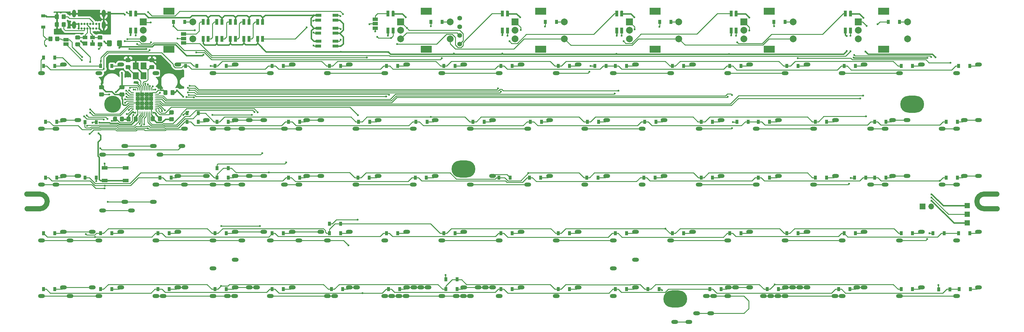
<source format=gbl>
%TF.GenerationSoftware,KiCad,Pcbnew,(5.1.8-0-10_14)*%
%TF.CreationDate,2020-12-27T18:14:17+09:00*%
%TF.ProjectId,Unison,556e6973-6f6e-42e6-9b69-6361645f7063,v01*%
%TF.SameCoordinates,Original*%
%TF.FileFunction,Copper,L2,Bot*%
%TF.FilePolarity,Positive*%
%FSLAX46Y46*%
G04 Gerber Fmt 4.6, Leading zero omitted, Abs format (unit mm)*
G04 Created by KiCad (PCBNEW (5.1.8-0-10_14)) date 2020-12-27 18:14:17*
%MOMM*%
%LPD*%
G01*
G04 APERTURE LIST*
%TA.AperFunction,EtchedComponent*%
%ADD10C,1.500000*%
%TD*%
%TA.AperFunction,ComponentPad*%
%ADD11O,2.000000X1.200000*%
%TD*%
%TA.AperFunction,ComponentPad*%
%ADD12R,2.000000X2.000000*%
%TD*%
%TA.AperFunction,ComponentPad*%
%ADD13C,2.000000*%
%TD*%
%TA.AperFunction,ComponentPad*%
%ADD14R,3.200000X2.000000*%
%TD*%
%TA.AperFunction,SMDPad,CuDef*%
%ADD15R,0.820000X1.800000*%
%TD*%
%TA.AperFunction,SMDPad,CuDef*%
%ADD16C,0.100000*%
%TD*%
%TA.AperFunction,SMDPad,CuDef*%
%ADD17R,0.820000X1.600000*%
%TD*%
%TA.AperFunction,SMDPad,CuDef*%
%ADD18R,0.620000X0.400000*%
%TD*%
%TA.AperFunction,SMDPad,CuDef*%
%ADD19R,0.900000X1.200000*%
%TD*%
%TA.AperFunction,ComponentPad*%
%ADD20C,1.000000*%
%TD*%
%TA.AperFunction,ComponentPad*%
%ADD21C,5.000000*%
%TD*%
%TA.AperFunction,ComponentPad*%
%ADD22O,7.000240X5.000000*%
%TD*%
%TA.AperFunction,SMDPad,CuDef*%
%ADD23R,1.200000X0.900000*%
%TD*%
%TA.AperFunction,SMDPad,CuDef*%
%ADD24R,1.400000X1.000000*%
%TD*%
%TA.AperFunction,SMDPad,CuDef*%
%ADD25R,1.400000X1.200000*%
%TD*%
%TA.AperFunction,ComponentPad*%
%ADD26O,1.700000X1.700000*%
%TD*%
%TA.AperFunction,ComponentPad*%
%ADD27R,1.700000X1.700000*%
%TD*%
%TA.AperFunction,SMDPad,CuDef*%
%ADD28R,1.500000X1.000000*%
%TD*%
%TA.AperFunction,SMDPad,CuDef*%
%ADD29R,1.800000X0.820000*%
%TD*%
%TA.AperFunction,SMDPad,CuDef*%
%ADD30R,1.600000X0.820000*%
%TD*%
%TA.AperFunction,SMDPad,CuDef*%
%ADD31R,0.400000X0.620000*%
%TD*%
%TA.AperFunction,SMDPad,CuDef*%
%ADD32R,1.524000X1.524000*%
%TD*%
%TA.AperFunction,ComponentPad*%
%ADD33C,1.397000*%
%TD*%
%TA.AperFunction,SMDPad,CuDef*%
%ADD34R,1.800000X1.100000*%
%TD*%
%TA.AperFunction,SMDPad,CuDef*%
%ADD35R,0.700000X0.250000*%
%TD*%
%TA.AperFunction,SMDPad,CuDef*%
%ADD36R,0.250000X0.700000*%
%TD*%
%TA.AperFunction,SMDPad,CuDef*%
%ADD37R,1.287500X1.287500*%
%TD*%
%TA.AperFunction,SMDPad,CuDef*%
%ADD38R,1.800000X2.100000*%
%TD*%
%TA.AperFunction,ComponentPad*%
%ADD39O,1.108000X2.216000*%
%TD*%
%TA.AperFunction,ComponentPad*%
%ADD40C,0.650000*%
%TD*%
%TA.AperFunction,ViaPad*%
%ADD41C,0.600000*%
%TD*%
%TA.AperFunction,Conductor*%
%ADD42C,0.381000*%
%TD*%
%TA.AperFunction,Conductor*%
%ADD43C,0.254000*%
%TD*%
%TA.AperFunction,Conductor*%
%ADD44C,0.100000*%
%TD*%
G04 APERTURE END LIST*
D10*
%TO.C,REF\u002A\u002A*%
X15200000Y-71050000D02*
X19000000Y-71050000D01*
X15250000Y-75350000D02*
X19050000Y-75350000D01*
X300200000Y-75350000D02*
X296400000Y-75350000D01*
X300150000Y-71050000D02*
X296350000Y-71050000D01*
X294250000Y-73200000D02*
G75*
G03*
X296400000Y-75350000I2150000J0D01*
G01*
X294250000Y-73200000D02*
G75*
G02*
X296400000Y-71050000I2150000J0D01*
G01*
X21150000Y-73200000D02*
G75*
G02*
X19000000Y-75350000I-2150000J0D01*
G01*
X21150000Y-73200000D02*
G75*
G03*
X19000000Y-71050000I-2150000J0D01*
G01*
%TD*%
D11*
%TO.P,SW_25_2,1*%
%TO.N,Net-(D14-Pad1)*%
X69890000Y-92860000D03*
%TO.P,SW_25_2,2*%
%TO.N,Net-(D24-Pad2)*%
X76340000Y-90320000D03*
%TD*%
%TO.P,SW_60_2,1*%
%TO.N,Net-(D59-Pad1)*%
X187490000Y-92860000D03*
%TO.P,SW_60_2,2*%
%TO.N,Net-(D64-Pad2)*%
X193940000Y-90320000D03*
%TD*%
%TO.P,SW_10_2,1*%
%TO.N,Net-(D1-Pad1)*%
X27890000Y-101060000D03*
%TO.P,SW_10_2,2*%
%TO.N,Net-(D7-Pad2)*%
X34340000Y-98520000D03*
%TD*%
%TO.P,SW_19_2,1*%
%TO.N,Net-(D1-Pad1)*%
X27890000Y-84660000D03*
%TO.P,SW_19_2,2*%
%TO.N,Net-(D6-Pad2)*%
X34340000Y-82120000D03*
%TD*%
%TO.P,SW_24_2,1*%
%TO.N,Net-(D14-Pad1)*%
X78290000Y-84660000D03*
%TO.P,SW_24_2,2*%
%TO.N,Net-(D23-Pad2)*%
X84740000Y-82120000D03*
%TD*%
%TO.P,SW_39_2,1*%
%TO.N,Net-(D25-Pad1)*%
X95090000Y-84660000D03*
%TO.P,SW_39_2,2*%
%TO.N,Net-(D29-Pad2)*%
X101540000Y-82120000D03*
%TD*%
%TO.P,SW_45_4,1*%
%TO.N,Net-(D36-Pad1)*%
X145490000Y-101060000D03*
%TO.P,SW_45_4,2*%
%TO.N,Net-(D46-Pad2)*%
X151940000Y-98520000D03*
%TD*%
%TO.P,SW_17_2,2*%
%TO.N,Net-(D4-Pad2)*%
X30140000Y-49320000D03*
%TO.P,SW_17_2,1*%
%TO.N,Net-(D1-Pad1)*%
X23690000Y-51860000D03*
%TD*%
%TO.P,SW_18_2,2*%
%TO.N,Net-(D5-Pad2)*%
X30140000Y-65720000D03*
%TO.P,SW_18_2,1*%
%TO.N,Net-(D1-Pad1)*%
X23690000Y-68260000D03*
%TD*%
%TO.P,SW_23_2,2*%
%TO.N,Net-(D22-Pad2)*%
X80540000Y-65720000D03*
%TO.P,SW_23_2,1*%
%TO.N,Net-(D14-Pad1)*%
X74090000Y-68260000D03*
%TD*%
%TO.P,SW_25_3,2*%
%TO.N,Net-(D24-Pad2)*%
X80540000Y-98520000D03*
%TO.P,SW_25_3,1*%
%TO.N,Net-(D14-Pad1)*%
X74090000Y-101060000D03*
%TD*%
%TO.P,SW_32_2,2*%
%TO.N,Net-(D21-Pad2)*%
X80540000Y-49320000D03*
%TO.P,SW_32_2,1*%
%TO.N,Net-(D25-Pad1)*%
X74090000Y-51860000D03*
%TD*%
%TO.P,SW_37_2,2*%
%TO.N,Net-(D27-Pad2)*%
X97340000Y-49320000D03*
%TO.P,SW_37_2,1*%
%TO.N,Net-(D25-Pad1)*%
X90890000Y-51860000D03*
%TD*%
%TO.P,SW_38_2,2*%
%TO.N,Net-(D28-Pad2)*%
X97340000Y-65720000D03*
%TO.P,SW_38_2,1*%
%TO.N,Net-(D25-Pad1)*%
X90890000Y-68260000D03*
%TD*%
%TO.P,SW_40_2,2*%
%TO.N,Net-(D41-Pad2)*%
X130940000Y-98520000D03*
%TO.P,SW_40_2,1*%
%TO.N,Net-(D36-Pad1)*%
X124490000Y-101060000D03*
%TD*%
%TO.P,SW_45_2,2*%
%TO.N,Net-(D46-Pad2)*%
X147740000Y-98520000D03*
%TO.P,SW_45_2,1*%
%TO.N,Net-(D36-Pad1)*%
X141290000Y-101060000D03*
%TD*%
%TO.P,SW_70_2,2*%
%TO.N,Net-(D76-Pad2)*%
X223340000Y-98520000D03*
%TO.P,SW_70_2,1*%
%TO.N,Net-(D71-Pad1)*%
X216890000Y-101060000D03*
%TD*%
%TO.P,SW_75_2,2*%
%TO.N,Net-(D70-Pad2)*%
X209660000Y-108680000D03*
%TO.P,SW_75_2,1*%
%TO.N,Net-(D71-Pad1)*%
X216110000Y-106140000D03*
%TD*%
%TO.P,SW_7_2,2*%
%TO.N,Net-(D96-Pad2)*%
X290540000Y-49320000D03*
%TO.P,SW_7_2,1*%
%TO.N,RE1_1*%
X284090000Y-51860000D03*
%TD*%
%TO.P,SW_85_3,2*%
%TO.N,Net-(D82-Pad2)*%
X240140000Y-98520000D03*
%TO.P,SW_85_3,1*%
%TO.N,Net-(D83-Pad1)*%
X233690000Y-101060000D03*
%TD*%
%TO.P,SW_8_2,2*%
%TO.N,Net-(D97-Pad2)*%
X290540000Y-65720000D03*
%TO.P,SW_8_2,1*%
%TO.N,RE1_1*%
X284090000Y-68260000D03*
%TD*%
%TO.P,SW_97_2,2*%
%TO.N,Net-(D85-Pad2)*%
X273740000Y-49320000D03*
%TO.P,SW_97_2,1*%
%TO.N,RE6_1*%
X267290000Y-51860000D03*
%TD*%
%TO.P,SW_98_2,2*%
%TO.N,Net-(D86-Pad2)*%
X273740000Y-65720000D03*
%TO.P,SW_98_2,1*%
%TO.N,RE6_1*%
X267290000Y-68260000D03*
%TD*%
%TO.P,SW_85_4,1*%
%TO.N,Net-(D83-Pad1)*%
X231590000Y-101060000D03*
%TO.P,SW_85_4,2*%
%TO.N,Net-(D82-Pad2)*%
X238040000Y-98520000D03*
%TD*%
%TO.P,SW_85_2,1*%
%TO.N,Net-(D83-Pad1)*%
X235790000Y-101060000D03*
%TO.P,SW_85_2,2*%
%TO.N,Net-(D82-Pad2)*%
X242240000Y-98520000D03*
%TD*%
%TO.P,SW_80_2,1*%
%TO.N,Net-(D83-Pad1)*%
X252590000Y-101060000D03*
%TO.P,SW_80_2,2*%
%TO.N,Net-(D88-Pad2)*%
X259040000Y-98520000D03*
%TD*%
%TO.P,SW_70_3,1*%
%TO.N,Net-(D71-Pad1)*%
X214790000Y-101060000D03*
%TO.P,SW_70_3,2*%
%TO.N,Net-(D76-Pad2)*%
X221240000Y-98520000D03*
%TD*%
%TO.P,SW_45_3,1*%
%TO.N,Net-(D36-Pad1)*%
X143390000Y-101060000D03*
%TO.P,SW_45_3,2*%
%TO.N,Net-(D46-Pad2)*%
X149840000Y-98520000D03*
%TD*%
%TO.P,SW_40_4,1*%
%TO.N,Net-(D36-Pad1)*%
X122390000Y-101060000D03*
%TO.P,SW_40_4,2*%
%TO.N,Net-(D41-Pad2)*%
X128840000Y-98520000D03*
%TD*%
%TO.P,SW_40_3,1*%
%TO.N,Net-(D36-Pad1)*%
X126590000Y-101060000D03*
%TO.P,SW_40_3,2*%
%TO.N,Net-(D41-Pad2)*%
X133040000Y-98520000D03*
%TD*%
%TO.P,SW_35_2,1*%
%TO.N,Net-(D25-Pad1)*%
X105590000Y-101060000D03*
%TO.P,SW_35_2,2*%
%TO.N,Net-(D35-Pad2)*%
X112040000Y-98520000D03*
%TD*%
%TO.P,SW_25_4,1*%
%TO.N,Net-(D14-Pad1)*%
X76190000Y-101060000D03*
%TO.P,SW_25_4,2*%
%TO.N,Net-(D24-Pad2)*%
X82640000Y-98520000D03*
%TD*%
%TO.P,SW_20_2,1*%
%TO.N,Net-(D14-Pad1)*%
X55190000Y-101060000D03*
%TO.P,SW_20_2,2*%
%TO.N,Net-(D19-Pad2)*%
X61640000Y-98520000D03*
%TD*%
D12*
%TO.P,SW_RE1,A*%
%TO.N,RE1_A*%
X49400000Y-20400000D03*
D13*
%TO.P,SW_RE1,C*%
%TO.N,GND*%
X49400000Y-22900000D03*
%TO.P,SW_RE1,B*%
%TO.N,RE1_B*%
X49400000Y-25400000D03*
D14*
%TO.P,SW_RE1,MP*%
%TO.N,N/C*%
X56900000Y-17300000D03*
X56900000Y-28500000D03*
D13*
%TO.P,SW_RE1,S2*%
%TO.N,RE1_2*%
X63900000Y-20400000D03*
%TO.P,SW_RE1,S1*%
%TO.N,RE1_1*%
X63900000Y-25400000D03*
%TD*%
D11*
%TO.P,SW_21,1*%
%TO.N,Net-(D14-Pad1)*%
X36290000Y-35460000D03*
%TO.P,SW_21,2*%
%TO.N,Net-(D9-Pad2)*%
X42740000Y-32920000D03*
%TD*%
D15*
%TO.P,L13,4*%
%TO.N,Net-(L12-Pad2)*%
X222050000Y-17950000D03*
%TO.P,L13,2*%
%TO.N,Net-(L13-Pad2)*%
X223550000Y-22950000D03*
%TO.P,L13,1*%
%TO.N,+5V*%
X222050000Y-22950000D03*
%TA.AperFunction,SMDPad,CuDef*%
D16*
%TO.P,L13,3*%
%TO.N,GND*%
G36*
X223760000Y-17050001D02*
G01*
X223959999Y-17250000D01*
X223760000Y-17449999D01*
X223560001Y-17250000D01*
X223760000Y-17050001D01*
G37*
%TD.AperFunction*%
D17*
X223550000Y-18050000D03*
D18*
X223450000Y-17250000D03*
%TD*%
D15*
%TO.P,L5,4*%
%TO.N,Net-(L4-Pad2)*%
X82950000Y-20400000D03*
%TO.P,L5,2*%
%TO.N,Net-(L5-Pad2)*%
X84450000Y-25400000D03*
%TO.P,L5,1*%
%TO.N,+5V*%
X82950000Y-25400000D03*
%TA.AperFunction,SMDPad,CuDef*%
D16*
%TO.P,L5,3*%
%TO.N,GND*%
G36*
X84660000Y-19500001D02*
G01*
X84859999Y-19700000D01*
X84660000Y-19899999D01*
X84460001Y-19700000D01*
X84660000Y-19500001D01*
G37*
%TD.AperFunction*%
D17*
X84450000Y-20500000D03*
D18*
X84350000Y-19700000D03*
%TD*%
D11*
%TO.P,SW_26,1*%
%TO.N,Net-(D14-Pad1)*%
X53090000Y-35460000D03*
%TO.P,SW_26,2*%
%TO.N,Net-(D15-Pad2)*%
X59540000Y-32920000D03*
%TD*%
D19*
%TO.P,D94,2*%
%TO.N,pin10*%
X286350000Y-99100000D03*
%TO.P,D94,1*%
%TO.N,RE1_1*%
X283050000Y-99100000D03*
%TD*%
D20*
%TO.P,REF\u002A\u002A,1*%
%TO.N,N/C*%
X298442035Y-71000000D03*
X298450000Y-75350000D03*
X294850000Y-74700000D03*
X296400000Y-71000000D03*
X296400000Y-75350000D03*
X294250000Y-73200000D03*
X294850000Y-71700000D03*
X20550000Y-74700000D03*
D21*
X40400000Y-44600000D03*
D22*
X143400000Y-63700000D03*
X205700000Y-101900000D03*
X275250000Y-44600000D03*
D20*
X40400000Y-42700000D03*
X38500000Y-44600000D03*
X42300000Y-44600000D03*
X40400000Y-46500000D03*
X39050000Y-43250000D03*
X41650000Y-43250000D03*
X39050000Y-45900000D03*
X41650000Y-45950000D03*
X275250000Y-42750000D03*
X275250000Y-46450000D03*
X276450000Y-46450000D03*
X274050000Y-46450000D03*
X274050000Y-42750000D03*
X276450000Y-42733000D03*
X205750000Y-100050000D03*
X205700000Y-103750000D03*
X206950000Y-100050000D03*
X204550000Y-100050000D03*
X204500000Y-103750000D03*
X206900000Y-103750000D03*
X143400000Y-61850000D03*
X144600000Y-61850000D03*
X142200000Y-61850000D03*
X143400000Y-65600000D03*
X142200000Y-65600000D03*
X144600000Y-65600000D03*
X21150000Y-73200000D03*
X19000000Y-71050000D03*
X19000000Y-75400000D03*
X20550000Y-71700000D03*
X16950000Y-71050000D03*
X16957965Y-75400000D03*
%TD*%
%TO.P,C1,2*%
%TO.N,+5V*%
%TA.AperFunction,SMDPad,CuDef*%
G36*
G01*
X45650000Y-48525000D02*
X45650000Y-49475000D01*
G75*
G02*
X45400000Y-49725000I-250000J0D01*
G01*
X44725000Y-49725000D01*
G75*
G02*
X44475000Y-49475000I0J250000D01*
G01*
X44475000Y-48525000D01*
G75*
G02*
X44725000Y-48275000I250000J0D01*
G01*
X45400000Y-48275000D01*
G75*
G02*
X45650000Y-48525000I0J-250000D01*
G01*
G37*
%TD.AperFunction*%
%TO.P,C1,1*%
%TO.N,GND*%
%TA.AperFunction,SMDPad,CuDef*%
G36*
G01*
X47725000Y-48525000D02*
X47725000Y-49475000D01*
G75*
G02*
X47475000Y-49725000I-250000J0D01*
G01*
X46800000Y-49725000D01*
G75*
G02*
X46550000Y-49475000I0J250000D01*
G01*
X46550000Y-48525000D01*
G75*
G02*
X46800000Y-48275000I250000J0D01*
G01*
X47475000Y-48275000D01*
G75*
G02*
X47725000Y-48525000I0J-250000D01*
G01*
G37*
%TD.AperFunction*%
%TD*%
%TO.P,C2,2*%
%TO.N,GND*%
%TA.AperFunction,SMDPad,CuDef*%
G36*
G01*
X52375000Y-32250000D02*
X51425000Y-32250000D01*
G75*
G02*
X51175000Y-32000000I0J250000D01*
G01*
X51175000Y-31325000D01*
G75*
G02*
X51425000Y-31075000I250000J0D01*
G01*
X52375000Y-31075000D01*
G75*
G02*
X52625000Y-31325000I0J-250000D01*
G01*
X52625000Y-32000000D01*
G75*
G02*
X52375000Y-32250000I-250000J0D01*
G01*
G37*
%TD.AperFunction*%
%TO.P,C2,1*%
%TO.N,Net-(C2-Pad1)*%
%TA.AperFunction,SMDPad,CuDef*%
G36*
G01*
X52375000Y-34325000D02*
X51425000Y-34325000D01*
G75*
G02*
X51175000Y-34075000I0J250000D01*
G01*
X51175000Y-33400000D01*
G75*
G02*
X51425000Y-33150000I250000J0D01*
G01*
X52375000Y-33150000D01*
G75*
G02*
X52625000Y-33400000I0J-250000D01*
G01*
X52625000Y-34075000D01*
G75*
G02*
X52375000Y-34325000I-250000J0D01*
G01*
G37*
%TD.AperFunction*%
%TD*%
%TO.P,C3,2*%
%TO.N,GND*%
%TA.AperFunction,SMDPad,CuDef*%
G36*
G01*
X45375000Y-32250000D02*
X44425000Y-32250000D01*
G75*
G02*
X44175000Y-32000000I0J250000D01*
G01*
X44175000Y-31325000D01*
G75*
G02*
X44425000Y-31075000I250000J0D01*
G01*
X45375000Y-31075000D01*
G75*
G02*
X45625000Y-31325000I0J-250000D01*
G01*
X45625000Y-32000000D01*
G75*
G02*
X45375000Y-32250000I-250000J0D01*
G01*
G37*
%TD.AperFunction*%
%TO.P,C3,1*%
%TO.N,Net-(C3-Pad1)*%
%TA.AperFunction,SMDPad,CuDef*%
G36*
G01*
X45375000Y-34325000D02*
X44425000Y-34325000D01*
G75*
G02*
X44175000Y-34075000I0J250000D01*
G01*
X44175000Y-33400000D01*
G75*
G02*
X44425000Y-33150000I250000J0D01*
G01*
X45375000Y-33150000D01*
G75*
G02*
X45625000Y-33400000I0J-250000D01*
G01*
X45625000Y-34075000D01*
G75*
G02*
X45375000Y-34325000I-250000J0D01*
G01*
G37*
%TD.AperFunction*%
%TD*%
%TO.P,C4,2*%
%TO.N,+5V*%
%TA.AperFunction,SMDPad,CuDef*%
G36*
G01*
X53670000Y-49365000D02*
X53670000Y-48415000D01*
G75*
G02*
X53920000Y-48165000I250000J0D01*
G01*
X54595000Y-48165000D01*
G75*
G02*
X54845000Y-48415000I0J-250000D01*
G01*
X54845000Y-49365000D01*
G75*
G02*
X54595000Y-49615000I-250000J0D01*
G01*
X53920000Y-49615000D01*
G75*
G02*
X53670000Y-49365000I0J250000D01*
G01*
G37*
%TD.AperFunction*%
%TO.P,C4,1*%
%TO.N,GND*%
%TA.AperFunction,SMDPad,CuDef*%
G36*
G01*
X51595000Y-49365000D02*
X51595000Y-48415000D01*
G75*
G02*
X51845000Y-48165000I250000J0D01*
G01*
X52520000Y-48165000D01*
G75*
G02*
X52770000Y-48415000I0J-250000D01*
G01*
X52770000Y-49365000D01*
G75*
G02*
X52520000Y-49615000I-250000J0D01*
G01*
X51845000Y-49615000D01*
G75*
G02*
X51595000Y-49365000I0J250000D01*
G01*
G37*
%TD.AperFunction*%
%TD*%
%TO.P,C5,2*%
%TO.N,+5V*%
%TA.AperFunction,SMDPad,CuDef*%
G36*
G01*
X43575000Y-40250000D02*
X42625000Y-40250000D01*
G75*
G02*
X42375000Y-40000000I0J250000D01*
G01*
X42375000Y-39325000D01*
G75*
G02*
X42625000Y-39075000I250000J0D01*
G01*
X43575000Y-39075000D01*
G75*
G02*
X43825000Y-39325000I0J-250000D01*
G01*
X43825000Y-40000000D01*
G75*
G02*
X43575000Y-40250000I-250000J0D01*
G01*
G37*
%TD.AperFunction*%
%TO.P,C5,1*%
%TO.N,GND*%
%TA.AperFunction,SMDPad,CuDef*%
G36*
G01*
X43575000Y-42325000D02*
X42625000Y-42325000D01*
G75*
G02*
X42375000Y-42075000I0J250000D01*
G01*
X42375000Y-41400000D01*
G75*
G02*
X42625000Y-41150000I250000J0D01*
G01*
X43575000Y-41150000D01*
G75*
G02*
X43825000Y-41400000I0J-250000D01*
G01*
X43825000Y-42075000D01*
G75*
G02*
X43575000Y-42325000I-250000J0D01*
G01*
G37*
%TD.AperFunction*%
%TD*%
%TO.P,C6,2*%
%TO.N,GND*%
%TA.AperFunction,SMDPad,CuDef*%
G36*
G01*
X37575000Y-40250000D02*
X36625000Y-40250000D01*
G75*
G02*
X36375000Y-40000000I0J250000D01*
G01*
X36375000Y-39325000D01*
G75*
G02*
X36625000Y-39075000I250000J0D01*
G01*
X37575000Y-39075000D01*
G75*
G02*
X37825000Y-39325000I0J-250000D01*
G01*
X37825000Y-40000000D01*
G75*
G02*
X37575000Y-40250000I-250000J0D01*
G01*
G37*
%TD.AperFunction*%
%TO.P,C6,1*%
%TO.N,Net-(C6-Pad1)*%
%TA.AperFunction,SMDPad,CuDef*%
G36*
G01*
X37575000Y-42325000D02*
X36625000Y-42325000D01*
G75*
G02*
X36375000Y-42075000I0J250000D01*
G01*
X36375000Y-41400000D01*
G75*
G02*
X36625000Y-41150000I250000J0D01*
G01*
X37575000Y-41150000D01*
G75*
G02*
X37825000Y-41400000I0J-250000D01*
G01*
X37825000Y-42075000D01*
G75*
G02*
X37575000Y-42325000I-250000J0D01*
G01*
G37*
%TD.AperFunction*%
%TD*%
%TO.P,C7,2*%
%TO.N,+5V*%
%TA.AperFunction,SMDPad,CuDef*%
G36*
G01*
X57380000Y-41675000D02*
X57380000Y-40725000D01*
G75*
G02*
X57630000Y-40475000I250000J0D01*
G01*
X58305000Y-40475000D01*
G75*
G02*
X58555000Y-40725000I0J-250000D01*
G01*
X58555000Y-41675000D01*
G75*
G02*
X58305000Y-41925000I-250000J0D01*
G01*
X57630000Y-41925000D01*
G75*
G02*
X57380000Y-41675000I0J250000D01*
G01*
G37*
%TD.AperFunction*%
%TO.P,C7,1*%
%TO.N,GND*%
%TA.AperFunction,SMDPad,CuDef*%
G36*
G01*
X55305000Y-41675000D02*
X55305000Y-40725000D01*
G75*
G02*
X55555000Y-40475000I250000J0D01*
G01*
X56230000Y-40475000D01*
G75*
G02*
X56480000Y-40725000I0J-250000D01*
G01*
X56480000Y-41675000D01*
G75*
G02*
X56230000Y-41925000I-250000J0D01*
G01*
X55555000Y-41925000D01*
G75*
G02*
X55305000Y-41675000I0J250000D01*
G01*
G37*
%TD.AperFunction*%
%TD*%
D19*
%TO.P,D1,2*%
%TO.N,pin1*%
X23350000Y-30900000D03*
%TO.P,D1,1*%
%TO.N,Net-(D1-Pad1)*%
X20050000Y-30900000D03*
%TD*%
D23*
%TO.P,D2,2*%
%TO.N,GND*%
X20000000Y-18650000D03*
%TO.P,D2,1*%
%TO.N,Net-(D2-Pad1)*%
X20000000Y-21950000D03*
%TD*%
D19*
%TO.P,D3,2*%
%TO.N,Net-(D3-Pad2)*%
X23350000Y-33400000D03*
%TO.P,D3,1*%
%TO.N,pin6*%
X20050000Y-33400000D03*
%TD*%
%TO.P,D4,2*%
%TO.N,Net-(D4-Pad2)*%
X23950000Y-49800000D03*
%TO.P,D4,1*%
%TO.N,pin7*%
X20650000Y-49800000D03*
%TD*%
%TO.P,D5,2*%
%TO.N,Net-(D5-Pad2)*%
X23950000Y-66200000D03*
%TO.P,D5,1*%
%TO.N,pin8*%
X20650000Y-66200000D03*
%TD*%
%TO.P,D6,2*%
%TO.N,Net-(D6-Pad2)*%
X23350000Y-82600000D03*
%TO.P,D6,1*%
%TO.N,pin9*%
X20050000Y-82600000D03*
%TD*%
%TO.P,D7,2*%
%TO.N,Net-(D7-Pad2)*%
X23350000Y-99000000D03*
%TO.P,D7,1*%
%TO.N,pin10*%
X20050000Y-99000000D03*
%TD*%
%TO.P,D8,2*%
%TO.N,RE1_2*%
X61550000Y-20400000D03*
%TO.P,D8,1*%
%TO.N,pin1*%
X58250000Y-20400000D03*
%TD*%
%TO.P,D9,2*%
%TO.N,Net-(D9-Pad2)*%
X40150000Y-33400000D03*
%TO.P,D9,1*%
%TO.N,pin1*%
X36850000Y-33400000D03*
%TD*%
%TO.P,D10,2*%
%TO.N,Net-(D10-Pad2)*%
X35550000Y-49900000D03*
%TO.P,D10,1*%
%TO.N,pin2*%
X32250000Y-49900000D03*
%TD*%
%TO.P,D11,2*%
%TO.N,Net-(D11-Pad2)*%
X35550000Y-66200000D03*
%TO.P,D11,1*%
%TO.N,pin3*%
X32250000Y-66200000D03*
%TD*%
%TO.P,D12,2*%
%TO.N,Net-(D12-Pad2)*%
X40150000Y-82600000D03*
%TO.P,D12,1*%
%TO.N,pin4*%
X36850000Y-82600000D03*
%TD*%
%TO.P,D13,2*%
%TO.N,Net-(D13-Pad2)*%
X40150000Y-99000000D03*
%TO.P,D13,1*%
%TO.N,pin5*%
X36850000Y-99000000D03*
%TD*%
%TO.P,D14,2*%
%TO.N,pin2*%
X65550000Y-47300000D03*
%TO.P,D14,1*%
%TO.N,Net-(D14-Pad1)*%
X62250000Y-47300000D03*
%TD*%
%TO.P,D15,2*%
%TO.N,Net-(D15-Pad2)*%
X65150000Y-33400000D03*
%TO.P,D15,1*%
%TO.N,pin6*%
X61850000Y-33400000D03*
%TD*%
%TO.P,D16,2*%
%TO.N,Net-(D16-Pad2)*%
X65550000Y-49800000D03*
%TO.P,D16,1*%
%TO.N,pin7*%
X62250000Y-49800000D03*
%TD*%
%TO.P,D17,2*%
%TO.N,Net-(D17-Pad2)*%
X57550000Y-66200000D03*
%TO.P,D17,1*%
%TO.N,pin8*%
X54250000Y-66200000D03*
%TD*%
%TO.P,D18,2*%
%TO.N,Net-(D18-Pad2)*%
X56950000Y-82600000D03*
%TO.P,D18,1*%
%TO.N,pin9*%
X53650000Y-82600000D03*
%TD*%
%TO.P,D19,2*%
%TO.N,Net-(D19-Pad2)*%
X56950000Y-99000000D03*
%TO.P,D19,1*%
%TO.N,pin10*%
X53650000Y-99000000D03*
%TD*%
%TO.P,D20,2*%
%TO.N,Net-(D20-Pad2)*%
X73750000Y-33400000D03*
%TO.P,D20,1*%
%TO.N,pin1*%
X70450000Y-33400000D03*
%TD*%
%TO.P,D21,2*%
%TO.N,Net-(D21-Pad2)*%
X74350000Y-49800000D03*
%TO.P,D21,1*%
%TO.N,pin2*%
X71050000Y-49800000D03*
%TD*%
%TO.P,D22,2*%
%TO.N,Net-(D22-Pad2)*%
X74350000Y-66200000D03*
%TO.P,D22,1*%
%TO.N,pin3*%
X71050000Y-66200000D03*
%TD*%
%TO.P,D23,2*%
%TO.N,Net-(D23-Pad2)*%
X73750000Y-82600000D03*
%TO.P,D23,1*%
%TO.N,pin4*%
X70450000Y-82600000D03*
%TD*%
%TO.P,D24,2*%
%TO.N,Net-(D24-Pad2)*%
X73750000Y-99000000D03*
%TO.P,D24,1*%
%TO.N,pin5*%
X70450000Y-99000000D03*
%TD*%
%TO.P,D25,2*%
%TO.N,pin3*%
X74350000Y-63400000D03*
%TO.P,D25,1*%
%TO.N,Net-(D25-Pad1)*%
X71050000Y-63400000D03*
%TD*%
%TO.P,D26,2*%
%TO.N,Net-(D26-Pad2)*%
X90550000Y-33400000D03*
%TO.P,D26,1*%
%TO.N,pin6*%
X87250000Y-33400000D03*
%TD*%
%TO.P,D27,2*%
%TO.N,Net-(D27-Pad2)*%
X95350000Y-49800000D03*
%TO.P,D27,1*%
%TO.N,pin7*%
X92050000Y-49800000D03*
%TD*%
%TO.P,D28,2*%
%TO.N,Net-(D28-Pad2)*%
X95350000Y-66200000D03*
%TO.P,D28,1*%
%TO.N,pin8*%
X92050000Y-66200000D03*
%TD*%
%TO.P,D29,2*%
%TO.N,Net-(D29-Pad2)*%
X90550000Y-82600000D03*
%TO.P,D29,1*%
%TO.N,pin9*%
X87250000Y-82600000D03*
%TD*%
%TO.P,D30,2*%
%TO.N,Net-(D30-Pad2)*%
X90550000Y-99000000D03*
%TO.P,D30,1*%
%TO.N,pin10*%
X87250000Y-99000000D03*
%TD*%
%TO.P,D31,2*%
%TO.N,Net-(D31-Pad2)*%
X107350000Y-33400000D03*
%TO.P,D31,1*%
%TO.N,pin1*%
X104050000Y-33400000D03*
%TD*%
%TO.P,D32,2*%
%TO.N,Net-(D32-Pad2)*%
X115950000Y-49800000D03*
%TO.P,D32,1*%
%TO.N,pin2*%
X112650000Y-49800000D03*
%TD*%
%TO.P,D33,2*%
%TO.N,Net-(D33-Pad2)*%
X115750000Y-66200000D03*
%TO.P,D33,1*%
%TO.N,pin3*%
X112450000Y-66200000D03*
%TD*%
%TO.P,D34,2*%
%TO.N,Net-(D34-Pad2)*%
X107350000Y-82600000D03*
%TO.P,D34,1*%
%TO.N,pin4*%
X104050000Y-82600000D03*
%TD*%
%TO.P,D35,2*%
%TO.N,Net-(D35-Pad2)*%
X107950000Y-99000000D03*
%TO.P,D35,1*%
%TO.N,pin5*%
X104650000Y-99000000D03*
%TD*%
%TO.P,D36,2*%
%TO.N,pin4*%
X107350000Y-79800000D03*
%TO.P,D36,1*%
%TO.N,Net-(D36-Pad1)*%
X104050000Y-79800000D03*
%TD*%
%TO.P,D37,2*%
%TO.N,Net-(D37-Pad2)*%
X124150000Y-33400000D03*
%TO.P,D37,1*%
%TO.N,pin6*%
X120850000Y-33400000D03*
%TD*%
%TO.P,D38,2*%
%TO.N,Net-(D38-Pad2)*%
X132750000Y-49800000D03*
%TO.P,D38,1*%
%TO.N,pin7*%
X129450000Y-49800000D03*
%TD*%
%TO.P,D39,2*%
%TO.N,Net-(D39-Pad2)*%
X132550000Y-66200000D03*
%TO.P,D39,1*%
%TO.N,pin8*%
X129250000Y-66200000D03*
%TD*%
%TO.P,D40,2*%
%TO.N,Net-(D40-Pad2)*%
X124150000Y-82600000D03*
%TO.P,D40,1*%
%TO.N,pin9*%
X120850000Y-82600000D03*
%TD*%
%TO.P,D41,2*%
%TO.N,Net-(D41-Pad2)*%
X124750000Y-99000000D03*
%TO.P,D41,1*%
%TO.N,pin10*%
X121450000Y-99000000D03*
%TD*%
%TO.P,D42,2*%
%TO.N,Net-(D42-Pad2)*%
X140950000Y-33400000D03*
%TO.P,D42,1*%
%TO.N,pin1*%
X137650000Y-33400000D03*
%TD*%
%TO.P,D43,2*%
%TO.N,Net-(D43-Pad2)*%
X149550000Y-49800000D03*
%TO.P,D43,1*%
%TO.N,pin2*%
X146250000Y-49800000D03*
%TD*%
%TO.P,D44,2*%
%TO.N,Net-(D44-Pad2)*%
X157150000Y-66200000D03*
%TO.P,D44,1*%
%TO.N,pin3*%
X153850000Y-66200000D03*
%TD*%
%TO.P,D45,2*%
%TO.N,Net-(D45-Pad2)*%
X140950000Y-82600000D03*
%TO.P,D45,1*%
%TO.N,pin4*%
X137650000Y-82600000D03*
%TD*%
%TO.P,D46,2*%
%TO.N,Net-(D46-Pad2)*%
X141550000Y-99000000D03*
%TO.P,D46,1*%
%TO.N,pin5*%
X138250000Y-99000000D03*
%TD*%
%TO.P,D47,2*%
%TO.N,pin5*%
X141550000Y-96100000D03*
%TO.P,D47,1*%
%TO.N,Net-(D47-Pad1)*%
X138250000Y-96100000D03*
%TD*%
%TO.P,D48,2*%
%TO.N,Net-(D48-Pad2)*%
X157750000Y-33400000D03*
%TO.P,D48,1*%
%TO.N,pin6*%
X154450000Y-33400000D03*
%TD*%
%TO.P,D49,2*%
%TO.N,Net-(D49-Pad2)*%
X166350000Y-49800000D03*
%TO.P,D49,1*%
%TO.N,pin7*%
X163050000Y-49800000D03*
%TD*%
%TO.P,D50,2*%
%TO.N,Net-(D50-Pad2)*%
X166150000Y-66200000D03*
%TO.P,D50,1*%
%TO.N,pin8*%
X162850000Y-66200000D03*
%TD*%
%TO.P,D51,2*%
%TO.N,Net-(D51-Pad2)*%
X157750000Y-82600000D03*
%TO.P,D51,1*%
%TO.N,pin9*%
X154450000Y-82600000D03*
%TD*%
%TO.P,D52,2*%
%TO.N,Net-(D52-Pad2)*%
X157750000Y-99000000D03*
%TO.P,D52,1*%
%TO.N,pin10*%
X154450000Y-99000000D03*
%TD*%
%TO.P,D53,2*%
%TO.N,RE3_2*%
X170750000Y-20400000D03*
%TO.P,D53,1*%
%TO.N,pin3*%
X167450000Y-20400000D03*
%TD*%
%TO.P,D54,2*%
%TO.N,Net-(D54-Pad2)*%
X174550000Y-33400000D03*
%TO.P,D54,1*%
%TO.N,pin1*%
X171250000Y-33400000D03*
%TD*%
%TO.P,D55,2*%
%TO.N,Net-(D55-Pad2)*%
X183150000Y-49800000D03*
%TO.P,D55,1*%
%TO.N,pin2*%
X179850000Y-49800000D03*
%TD*%
%TO.P,D56,2*%
%TO.N,Net-(D56-Pad2)*%
X182950000Y-66200000D03*
%TO.P,D56,1*%
%TO.N,pin3*%
X179650000Y-66200000D03*
%TD*%
%TO.P,D57,2*%
%TO.N,Net-(D57-Pad2)*%
X174550000Y-82600000D03*
%TO.P,D57,1*%
%TO.N,pin4*%
X171250000Y-82600000D03*
%TD*%
%TO.P,D58,2*%
%TO.N,Net-(D58-Pad2)*%
X174550000Y-99000000D03*
%TO.P,D58,1*%
%TO.N,pin5*%
X171250000Y-99000000D03*
%TD*%
%TO.P,D59,2*%
%TO.N,pin6*%
X185350000Y-33400000D03*
%TO.P,D59,1*%
%TO.N,Net-(D59-Pad1)*%
X182050000Y-33400000D03*
%TD*%
%TO.P,D60,2*%
%TO.N,Net-(D60-Pad2)*%
X191350000Y-33400000D03*
%TO.P,D60,1*%
%TO.N,pin6*%
X188050000Y-33400000D03*
%TD*%
%TO.P,D61,2*%
%TO.N,Net-(D61-Pad2)*%
X199950000Y-49800000D03*
%TO.P,D61,1*%
%TO.N,pin7*%
X196650000Y-49800000D03*
%TD*%
%TO.P,D62,2*%
%TO.N,Net-(D62-Pad2)*%
X199750000Y-66200000D03*
%TO.P,D62,1*%
%TO.N,pin8*%
X196450000Y-66200000D03*
%TD*%
%TO.P,D63,2*%
%TO.N,Net-(D63-Pad2)*%
X191350000Y-82600000D03*
%TO.P,D63,1*%
%TO.N,pin9*%
X188050000Y-82600000D03*
%TD*%
%TO.P,D64,2*%
%TO.N,Net-(D64-Pad2)*%
X191350000Y-99000000D03*
%TO.P,D64,1*%
%TO.N,pin10*%
X188050000Y-99000000D03*
%TD*%
%TO.P,D65,2*%
%TO.N,RE4_2*%
X204350000Y-20400000D03*
%TO.P,D65,1*%
%TO.N,pin4*%
X201050000Y-20400000D03*
%TD*%
%TO.P,D66,2*%
%TO.N,Net-(D66-Pad2)*%
X208150000Y-33400000D03*
%TO.P,D66,1*%
%TO.N,pin1*%
X204850000Y-33400000D03*
%TD*%
%TO.P,D67,2*%
%TO.N,Net-(D67-Pad2)*%
X216550000Y-49800000D03*
%TO.P,D67,1*%
%TO.N,pin2*%
X213250000Y-49800000D03*
%TD*%
%TO.P,D68,2*%
%TO.N,Net-(D68-Pad2)*%
X216550000Y-66200000D03*
%TO.P,D68,1*%
%TO.N,pin3*%
X213250000Y-66200000D03*
%TD*%
%TO.P,D69,2*%
%TO.N,Net-(D69-Pad2)*%
X208150000Y-82600000D03*
%TO.P,D69,1*%
%TO.N,pin4*%
X204850000Y-82600000D03*
%TD*%
%TO.P,D70,2*%
%TO.N,Net-(D70-Pad2)*%
X200950000Y-99000000D03*
%TO.P,D70,1*%
%TO.N,pin5*%
X197650000Y-99000000D03*
%TD*%
%TO.P,D71,2*%
%TO.N,pin7*%
X227050000Y-49800000D03*
%TO.P,D71,1*%
%TO.N,Net-(D71-Pad1)*%
X223750000Y-49800000D03*
%TD*%
%TO.P,D72,2*%
%TO.N,Net-(D72-Pad2)*%
X224950000Y-33400000D03*
%TO.P,D72,1*%
%TO.N,pin6*%
X221650000Y-33400000D03*
%TD*%
%TO.P,D73,2*%
%TO.N,Net-(D73-Pad2)*%
X233350000Y-49800000D03*
%TO.P,D73,1*%
%TO.N,pin7*%
X230050000Y-49800000D03*
%TD*%
%TO.P,D74,2*%
%TO.N,Net-(D74-Pad2)*%
X233350000Y-66200000D03*
%TO.P,D74,1*%
%TO.N,pin8*%
X230050000Y-66200000D03*
%TD*%
%TO.P,D75,2*%
%TO.N,Net-(D75-Pad2)*%
X224950000Y-82600000D03*
%TO.P,D75,1*%
%TO.N,pin9*%
X221650000Y-82600000D03*
%TD*%
%TO.P,D76,2*%
%TO.N,Net-(D76-Pad2)*%
X219150000Y-99000000D03*
%TO.P,D76,1*%
%TO.N,pin10*%
X215850000Y-99000000D03*
%TD*%
%TO.P,D77,2*%
%TO.N,RE5_2*%
X237950000Y-20400000D03*
%TO.P,D77,1*%
%TO.N,pin5*%
X234650000Y-20400000D03*
%TD*%
%TO.P,D78,2*%
%TO.N,Net-(D78-Pad2)*%
X241750000Y-33400000D03*
%TO.P,D78,1*%
%TO.N,pin1*%
X238450000Y-33400000D03*
%TD*%
%TO.P,D79,2*%
%TO.N,Net-(D79-Pad2)*%
X250150000Y-49800000D03*
%TO.P,D79,1*%
%TO.N,pin2*%
X246850000Y-49800000D03*
%TD*%
%TO.P,D80,2*%
%TO.N,Net-(D80-Pad2)*%
X250150000Y-66200000D03*
%TO.P,D80,1*%
%TO.N,pin3*%
X246850000Y-66200000D03*
%TD*%
%TO.P,D81,2*%
%TO.N,Net-(D81-Pad2)*%
X241750000Y-82600000D03*
%TO.P,D81,1*%
%TO.N,pin4*%
X238450000Y-82600000D03*
%TD*%
%TO.P,D82,2*%
%TO.N,Net-(D82-Pad2)*%
X235950000Y-99000000D03*
%TO.P,D82,1*%
%TO.N,pin5*%
X232650000Y-99000000D03*
%TD*%
%TO.P,D83,2*%
%TO.N,pin8*%
X261650000Y-66200000D03*
%TO.P,D83,1*%
%TO.N,Net-(D83-Pad1)*%
X258350000Y-66200000D03*
%TD*%
%TO.P,D84,2*%
%TO.N,Net-(D84-Pad2)*%
X258550000Y-33400000D03*
%TO.P,D84,1*%
%TO.N,pin6*%
X255250000Y-33400000D03*
%TD*%
%TO.P,D85,2*%
%TO.N,Net-(D85-Pad2)*%
X267550000Y-49800000D03*
%TO.P,D85,1*%
%TO.N,pin7*%
X264250000Y-49800000D03*
%TD*%
%TO.P,D86,2*%
%TO.N,Net-(D86-Pad2)*%
X267550000Y-66200000D03*
%TO.P,D86,1*%
%TO.N,pin8*%
X264250000Y-66200000D03*
%TD*%
%TO.P,D87,2*%
%TO.N,Net-(D87-Pad2)*%
X258550000Y-82600000D03*
%TO.P,D87,1*%
%TO.N,pin9*%
X255250000Y-82600000D03*
%TD*%
%TO.P,D88,2*%
%TO.N,Net-(D88-Pad2)*%
X256950000Y-99000000D03*
%TO.P,D88,1*%
%TO.N,pin10*%
X253650000Y-99000000D03*
%TD*%
%TO.P,D89,2*%
%TO.N,RE6_2*%
X271550000Y-20400000D03*
%TO.P,D89,1*%
%TO.N,pin2*%
X268250000Y-20400000D03*
%TD*%
%TO.P,D90,2*%
%TO.N,Net-(D90-Pad2)*%
X275350000Y-33400000D03*
%TO.P,D90,1*%
%TO.N,pin1*%
X272050000Y-33400000D03*
%TD*%
%TO.P,D91,2*%
%TO.N,Net-(D91-Pad2)*%
X275350000Y-82600000D03*
%TO.P,D91,1*%
%TO.N,pin4*%
X272050000Y-82600000D03*
%TD*%
%TO.P,D92,2*%
%TO.N,Net-(D92-Pad2)*%
X275350000Y-99000000D03*
%TO.P,D92,1*%
%TO.N,pin5*%
X272050000Y-99000000D03*
%TD*%
%TO.P,D93,2*%
%TO.N,pin9*%
X284650000Y-82600000D03*
%TO.P,D93,1*%
%TO.N,RE6_1*%
X281350000Y-82600000D03*
%TD*%
%TO.P,D95,2*%
%TO.N,Net-(D95-Pad2)*%
X292150000Y-33400000D03*
%TO.P,D95,1*%
%TO.N,pin6*%
X288850000Y-33400000D03*
%TD*%
%TO.P,D96,2*%
%TO.N,Net-(D96-Pad2)*%
X288550000Y-49800000D03*
%TO.P,D96,1*%
%TO.N,pin7*%
X285250000Y-49800000D03*
%TD*%
%TO.P,D97,2*%
%TO.N,Net-(D97-Pad2)*%
X288550000Y-66200000D03*
%TO.P,D97,1*%
%TO.N,pin8*%
X285250000Y-66200000D03*
%TD*%
%TO.P,D98,2*%
%TO.N,Net-(D98-Pad2)*%
X292150000Y-82600000D03*
%TO.P,D98,1*%
%TO.N,pin9*%
X288850000Y-82600000D03*
%TD*%
%TO.P,D99,2*%
%TO.N,Net-(D99-Pad2)*%
X292350000Y-99000000D03*
%TO.P,D99,1*%
%TO.N,pin10*%
X289050000Y-99000000D03*
%TD*%
%TO.P,D100,2*%
%TO.N,RE2_2*%
X137150000Y-20400000D03*
%TO.P,D100,1*%
%TO.N,pin2*%
X133850000Y-20400000D03*
%TD*%
D24*
%TO.P,D102,4*%
%TO.N,VCC*%
X34475000Y-26925000D03*
%TO.P,D102,3*%
%TO.N,Net-(D102-Pad3)*%
X34475000Y-25025000D03*
%TO.P,D102,2*%
%TO.N,Net-(D102-Pad2)*%
X32275000Y-25025000D03*
D25*
%TO.P,D102,1*%
%TO.N,GND*%
X32275000Y-26745000D03*
%TD*%
%TO.P,F1,2*%
%TO.N,VCC*%
%TA.AperFunction,SMDPad,CuDef*%
G36*
G01*
X40125000Y-26075000D02*
X40125000Y-27325000D01*
G75*
G02*
X39875000Y-27575000I-250000J0D01*
G01*
X38950000Y-27575000D01*
G75*
G02*
X38700000Y-27325000I0J250000D01*
G01*
X38700000Y-26075000D01*
G75*
G02*
X38950000Y-25825000I250000J0D01*
G01*
X39875000Y-25825000D01*
G75*
G02*
X40125000Y-26075000I0J-250000D01*
G01*
G37*
%TD.AperFunction*%
%TO.P,F1,1*%
%TO.N,+5V*%
%TA.AperFunction,SMDPad,CuDef*%
G36*
G01*
X43100000Y-26075000D02*
X43100000Y-27325000D01*
G75*
G02*
X42850000Y-27575000I-250000J0D01*
G01*
X41925000Y-27575000D01*
G75*
G02*
X41675000Y-27325000I0J250000D01*
G01*
X41675000Y-26075000D01*
G75*
G02*
X41925000Y-25825000I250000J0D01*
G01*
X42850000Y-25825000D01*
G75*
G02*
X43100000Y-26075000I0J-250000D01*
G01*
G37*
%TD.AperFunction*%
%TD*%
D26*
%TO.P,J2,2*%
%TO.N,pin8*%
X280840000Y-74700000D03*
D27*
%TO.P,J2,1*%
%TO.N,RE6_1*%
X278300000Y-74700000D03*
%TD*%
D28*
%TO.P,JP1,1*%
%TO.N,AUDIO2[Reserve]*%
X26700000Y-26950000D03*
%TO.P,JP1,2*%
%TO.N,AUDIO1*%
X26700000Y-25650000D03*
%TD*%
%TO.P,JP_LED1,1*%
%TO.N,Net-(JP_LED1-Pad1)*%
X61225000Y-24000000D03*
%TO.P,JP_LED1,2*%
%TO.N,LED*%
X61225000Y-25300000D03*
%TO.P,JP_LED1,3*%
%TO.N,Net-(JP_LED1-Pad3)*%
X61225000Y-26600000D03*
%TD*%
%TO.P,JP_LED2,1*%
%TO.N,Net-(JP_LED2-Pad1)*%
X117550000Y-19650000D03*
%TO.P,JP_LED2,2*%
%TO.N,Net-(JP_LED2-Pad2)*%
X117550000Y-20950000D03*
%TO.P,JP_LED2,3*%
%TO.N,Net-(JP_LED2-Pad3)*%
X117550000Y-22250000D03*
%TD*%
D15*
%TO.P,L1,4*%
%TO.N,Net-(JP_LED1-Pad1)*%
X66950000Y-20400000D03*
%TO.P,L1,2*%
%TO.N,Net-(L1-Pad2)*%
X68450000Y-25400000D03*
%TO.P,L1,1*%
%TO.N,+5V*%
X66950000Y-25400000D03*
%TA.AperFunction,SMDPad,CuDef*%
D16*
%TO.P,L1,3*%
%TO.N,GND*%
G36*
X68660000Y-19500001D02*
G01*
X68859999Y-19700000D01*
X68660000Y-19899999D01*
X68460001Y-19700000D01*
X68660000Y-19500001D01*
G37*
%TD.AperFunction*%
D17*
X68450000Y-20500000D03*
D18*
X68350000Y-19700000D03*
%TD*%
D15*
%TO.P,L2,4*%
%TO.N,Net-(L1-Pad2)*%
X70950000Y-20400000D03*
%TO.P,L2,2*%
%TO.N,Net-(L2-Pad2)*%
X72450000Y-25400000D03*
%TO.P,L2,1*%
%TO.N,+5V*%
X70950000Y-25400000D03*
%TA.AperFunction,SMDPad,CuDef*%
D16*
%TO.P,L2,3*%
%TO.N,GND*%
G36*
X72660000Y-19500001D02*
G01*
X72859999Y-19700000D01*
X72660000Y-19899999D01*
X72460001Y-19700000D01*
X72660000Y-19500001D01*
G37*
%TD.AperFunction*%
D17*
X72450000Y-20500000D03*
D18*
X72350000Y-19700000D03*
%TD*%
D15*
%TO.P,L3,4*%
%TO.N,Net-(L2-Pad2)*%
X74950000Y-20400000D03*
%TO.P,L3,2*%
%TO.N,Net-(L3-Pad2)*%
X76450000Y-25400000D03*
%TO.P,L3,1*%
%TO.N,+5V*%
X74950000Y-25400000D03*
%TA.AperFunction,SMDPad,CuDef*%
D16*
%TO.P,L3,3*%
%TO.N,GND*%
G36*
X76660000Y-19500001D02*
G01*
X76859999Y-19700000D01*
X76660000Y-19899999D01*
X76460001Y-19700000D01*
X76660000Y-19500001D01*
G37*
%TD.AperFunction*%
D17*
X76450000Y-20500000D03*
D18*
X76350000Y-19700000D03*
%TD*%
D15*
%TO.P,L4,4*%
%TO.N,Net-(L3-Pad2)*%
X78950000Y-20400000D03*
%TO.P,L4,2*%
%TO.N,Net-(L4-Pad2)*%
X80450000Y-25400000D03*
%TO.P,L4,1*%
%TO.N,+5V*%
X78950000Y-25400000D03*
%TA.AperFunction,SMDPad,CuDef*%
D16*
%TO.P,L4,3*%
%TO.N,GND*%
G36*
X80660000Y-19500001D02*
G01*
X80859999Y-19700000D01*
X80660000Y-19899999D01*
X80460001Y-19700000D01*
X80660000Y-19500001D01*
G37*
%TD.AperFunction*%
D17*
X80450000Y-20500000D03*
D18*
X80350000Y-19700000D03*
%TD*%
D29*
%TO.P,L6,4*%
%TO.N,Net-(L5-Pad2)*%
X100800000Y-19950000D03*
%TO.P,L6,2*%
%TO.N,Net-(L6-Pad2)*%
X105800000Y-18450000D03*
%TO.P,L6,1*%
%TO.N,+5V*%
X105800000Y-19950000D03*
%TA.AperFunction,SMDPad,CuDef*%
D16*
%TO.P,L6,3*%
%TO.N,GND*%
G36*
X99900001Y-18240000D02*
G01*
X100100000Y-18040001D01*
X100299999Y-18240000D01*
X100100000Y-18439999D01*
X99900001Y-18240000D01*
G37*
%TD.AperFunction*%
D30*
X100900000Y-18450000D03*
D31*
X100100000Y-18550000D03*
%TD*%
D29*
%TO.P,L7,4*%
%TO.N,Net-(L6-Pad2)*%
X100800000Y-23750000D03*
%TO.P,L7,2*%
%TO.N,Net-(L7-Pad2)*%
X105800000Y-22250000D03*
%TO.P,L7,1*%
%TO.N,+5V*%
X105800000Y-23750000D03*
%TA.AperFunction,SMDPad,CuDef*%
D16*
%TO.P,L7,3*%
%TO.N,GND*%
G36*
X99900001Y-22040000D02*
G01*
X100100000Y-21840001D01*
X100299999Y-22040000D01*
X100100000Y-22239999D01*
X99900001Y-22040000D01*
G37*
%TD.AperFunction*%
D30*
X100900000Y-22250000D03*
D31*
X100100000Y-22350000D03*
%TD*%
D29*
%TO.P,L8,4*%
%TO.N,Net-(L7-Pad2)*%
X100800000Y-27550000D03*
%TO.P,L8,2*%
%TO.N,Net-(L8-Pad2)*%
X105800000Y-26050000D03*
%TO.P,L8,1*%
%TO.N,+5V*%
X105800000Y-27550000D03*
%TA.AperFunction,SMDPad,CuDef*%
D16*
%TO.P,L8,3*%
%TO.N,GND*%
G36*
X99900001Y-25840000D02*
G01*
X100100000Y-25640001D01*
X100299999Y-25840000D01*
X100100000Y-26039999D01*
X99900001Y-25840000D01*
G37*
%TD.AperFunction*%
D30*
X100900000Y-26050000D03*
D31*
X100100000Y-26150000D03*
%TD*%
D15*
%TO.P,L9,4*%
%TO.N,Net-(L8-Pad2)*%
X45650000Y-17950000D03*
%TO.P,L9,2*%
%TO.N,Net-(JP_LED2-Pad2)*%
X47150000Y-22950000D03*
%TO.P,L9,1*%
%TO.N,+5V*%
X45650000Y-22950000D03*
%TA.AperFunction,SMDPad,CuDef*%
D16*
%TO.P,L9,3*%
%TO.N,GND*%
G36*
X47360000Y-17050001D02*
G01*
X47559999Y-17250000D01*
X47360000Y-17449999D01*
X47160001Y-17250000D01*
X47360000Y-17050001D01*
G37*
%TD.AperFunction*%
D17*
X47150000Y-18050000D03*
D18*
X47050000Y-17250000D03*
%TD*%
D15*
%TO.P,L10,4*%
%TO.N,Net-(JP_LED2-Pad1)*%
X121250000Y-17950000D03*
%TO.P,L10,2*%
%TO.N,Net-(JP_LED2-Pad3)*%
X122750000Y-22950000D03*
%TO.P,L10,1*%
%TO.N,+5V*%
X121250000Y-22950000D03*
%TA.AperFunction,SMDPad,CuDef*%
D16*
%TO.P,L10,3*%
%TO.N,GND*%
G36*
X122960000Y-17050001D02*
G01*
X123159999Y-17250000D01*
X122960000Y-17449999D01*
X122760001Y-17250000D01*
X122960000Y-17050001D01*
G37*
%TD.AperFunction*%
D17*
X122750000Y-18050000D03*
D18*
X122650000Y-17250000D03*
%TD*%
D15*
%TO.P,L11,4*%
%TO.N,Net-(JP_LED2-Pad3)*%
X154850000Y-17950000D03*
%TO.P,L11,2*%
%TO.N,Net-(L11-Pad2)*%
X156350000Y-22950000D03*
%TO.P,L11,1*%
%TO.N,+5V*%
X154850000Y-22950000D03*
%TA.AperFunction,SMDPad,CuDef*%
D16*
%TO.P,L11,3*%
%TO.N,GND*%
G36*
X156560000Y-17050001D02*
G01*
X156759999Y-17250000D01*
X156560000Y-17449999D01*
X156360001Y-17250000D01*
X156560000Y-17050001D01*
G37*
%TD.AperFunction*%
D17*
X156350000Y-18050000D03*
D18*
X156250000Y-17250000D03*
%TD*%
D15*
%TO.P,L12,4*%
%TO.N,Net-(L11-Pad2)*%
X188450000Y-17950000D03*
%TO.P,L12,2*%
%TO.N,Net-(L12-Pad2)*%
X189950000Y-22950000D03*
%TO.P,L12,1*%
%TO.N,+5V*%
X188450000Y-22950000D03*
%TA.AperFunction,SMDPad,CuDef*%
D16*
%TO.P,L12,3*%
%TO.N,GND*%
G36*
X190160000Y-17050001D02*
G01*
X190359999Y-17250000D01*
X190160000Y-17449999D01*
X189960001Y-17250000D01*
X190160000Y-17050001D01*
G37*
%TD.AperFunction*%
D17*
X189950000Y-18050000D03*
D18*
X189850000Y-17250000D03*
%TD*%
D15*
%TO.P,L14,4*%
%TO.N,Net-(L13-Pad2)*%
X255650000Y-17950000D03*
%TO.P,L14,2*%
%TO.N,Net-(JP_LED1-Pad3)*%
X257150000Y-22950000D03*
%TO.P,L14,1*%
%TO.N,+5V*%
X255650000Y-22950000D03*
%TA.AperFunction,SMDPad,CuDef*%
D16*
%TO.P,L14,3*%
%TO.N,GND*%
G36*
X257360000Y-17050001D02*
G01*
X257559999Y-17250000D01*
X257360000Y-17449999D01*
X257160001Y-17250000D01*
X257360000Y-17050001D01*
G37*
%TD.AperFunction*%
D17*
X257150000Y-18050000D03*
D18*
X257050000Y-17250000D03*
%TD*%
D32*
%TO.P,L15,3*%
%TO.N,GND*%
X291450000Y-74470000D03*
%TO.P,L15,2*%
%TO.N,Net-(JP_LED1-Pad3)*%
X291450000Y-77010000D03*
%TO.P,L15,1*%
%TO.N,+5V*%
X291450000Y-79550000D03*
%TD*%
D33*
%TO.P,OL1,4*%
%TO.N,GND*%
X142300000Y-19290000D03*
%TO.P,OL1,3*%
%TO.N,+5V*%
X142300000Y-21830000D03*
%TO.P,OL1,2*%
%TO.N,SCL_RE2B*%
X142300000Y-24370000D03*
%TO.P,OL1,1*%
%TO.N,SDA_RE2A*%
X142300000Y-26910000D03*
%TD*%
%TO.P,R1,2*%
%TO.N,Net-(D2-Pad1)*%
%TA.AperFunction,SMDPad,CuDef*%
G36*
G01*
X22700000Y-24949999D02*
X22700000Y-25850001D01*
G75*
G02*
X22450001Y-26100000I-249999J0D01*
G01*
X21749999Y-26100000D01*
G75*
G02*
X21500000Y-25850001I0J249999D01*
G01*
X21500000Y-24949999D01*
G75*
G02*
X21749999Y-24700000I249999J0D01*
G01*
X22450001Y-24700000D01*
G75*
G02*
X22700000Y-24949999I0J-249999D01*
G01*
G37*
%TD.AperFunction*%
%TO.P,R1,1*%
%TO.N,AUDIO1*%
%TA.AperFunction,SMDPad,CuDef*%
G36*
G01*
X24700000Y-24949999D02*
X24700000Y-25850001D01*
G75*
G02*
X24450001Y-26100000I-249999J0D01*
G01*
X23749999Y-26100000D01*
G75*
G02*
X23500000Y-25850001I0J249999D01*
G01*
X23500000Y-24949999D01*
G75*
G02*
X23749999Y-24700000I249999J0D01*
G01*
X24450001Y-24700000D01*
G75*
G02*
X24700000Y-24949999I0J-249999D01*
G01*
G37*
%TD.AperFunction*%
%TD*%
%TO.P,R4,2*%
%TO.N,Net-(R4-Pad2)*%
%TA.AperFunction,SMDPad,CuDef*%
G36*
G01*
X41700000Y-48549999D02*
X41700000Y-49450001D01*
G75*
G02*
X41450001Y-49700000I-249999J0D01*
G01*
X40749999Y-49700000D01*
G75*
G02*
X40500000Y-49450001I0J249999D01*
G01*
X40500000Y-48549999D01*
G75*
G02*
X40749999Y-48300000I249999J0D01*
G01*
X41450001Y-48300000D01*
G75*
G02*
X41700000Y-48549999I0J-249999D01*
G01*
G37*
%TD.AperFunction*%
%TO.P,R4,1*%
%TO.N,+5V*%
%TA.AperFunction,SMDPad,CuDef*%
G36*
G01*
X43700000Y-48549999D02*
X43700000Y-49450001D01*
G75*
G02*
X43450001Y-49700000I-249999J0D01*
G01*
X42749999Y-49700000D01*
G75*
G02*
X42500000Y-49450001I0J249999D01*
G01*
X42500000Y-48549999D01*
G75*
G02*
X42749999Y-48300000I249999J0D01*
G01*
X43450001Y-48300000D01*
G75*
G02*
X43700000Y-48549999I0J-249999D01*
G01*
G37*
%TD.AperFunction*%
%TD*%
%TO.P,R5,2*%
%TO.N,Net-(J1-PadB5)*%
%TA.AperFunction,SMDPad,CuDef*%
G36*
G01*
X25400000Y-19350001D02*
X25400000Y-18449999D01*
G75*
G02*
X25649999Y-18200000I249999J0D01*
G01*
X26350001Y-18200000D01*
G75*
G02*
X26600000Y-18449999I0J-249999D01*
G01*
X26600000Y-19350001D01*
G75*
G02*
X26350001Y-19600000I-249999J0D01*
G01*
X25649999Y-19600000D01*
G75*
G02*
X25400000Y-19350001I0J249999D01*
G01*
G37*
%TD.AperFunction*%
%TO.P,R5,1*%
%TO.N,GND*%
%TA.AperFunction,SMDPad,CuDef*%
G36*
G01*
X23400000Y-19350001D02*
X23400000Y-18449999D01*
G75*
G02*
X23649999Y-18200000I249999J0D01*
G01*
X24350001Y-18200000D01*
G75*
G02*
X24600000Y-18449999I0J-249999D01*
G01*
X24600000Y-19350001D01*
G75*
G02*
X24350001Y-19600000I-249999J0D01*
G01*
X23649999Y-19600000D01*
G75*
G02*
X23400000Y-19350001I0J249999D01*
G01*
G37*
%TD.AperFunction*%
%TD*%
%TO.P,R6,2*%
%TO.N,Net-(J1-PadA5)*%
%TA.AperFunction,SMDPad,CuDef*%
G36*
G01*
X25400000Y-21650001D02*
X25400000Y-20749999D01*
G75*
G02*
X25649999Y-20500000I249999J0D01*
G01*
X26350001Y-20500000D01*
G75*
G02*
X26600000Y-20749999I0J-249999D01*
G01*
X26600000Y-21650001D01*
G75*
G02*
X26350001Y-21900000I-249999J0D01*
G01*
X25649999Y-21900000D01*
G75*
G02*
X25400000Y-21650001I0J249999D01*
G01*
G37*
%TD.AperFunction*%
%TO.P,R6,1*%
%TO.N,GND*%
%TA.AperFunction,SMDPad,CuDef*%
G36*
G01*
X23400000Y-21650001D02*
X23400000Y-20749999D01*
G75*
G02*
X23649999Y-20500000I249999J0D01*
G01*
X24350001Y-20500000D01*
G75*
G02*
X24600000Y-20749999I0J-249999D01*
G01*
X24600000Y-21650001D01*
G75*
G02*
X24350001Y-21900000I-249999J0D01*
G01*
X23649999Y-21900000D01*
G75*
G02*
X23400000Y-21650001I0J249999D01*
G01*
G37*
%TD.AperFunction*%
%TD*%
%TO.P,R7,2*%
%TO.N,Net-(D102-Pad3)*%
%TA.AperFunction,SMDPad,CuDef*%
G36*
G01*
X37100001Y-25625000D02*
X36199999Y-25625000D01*
G75*
G02*
X35950000Y-25375001I0J249999D01*
G01*
X35950000Y-24674999D01*
G75*
G02*
X36199999Y-24425000I249999J0D01*
G01*
X37100001Y-24425000D01*
G75*
G02*
X37350000Y-24674999I0J-249999D01*
G01*
X37350000Y-25375001D01*
G75*
G02*
X37100001Y-25625000I-249999J0D01*
G01*
G37*
%TD.AperFunction*%
%TO.P,R7,1*%
%TO.N,D-*%
%TA.AperFunction,SMDPad,CuDef*%
G36*
G01*
X37100001Y-27625000D02*
X36199999Y-27625000D01*
G75*
G02*
X35950000Y-27375001I0J249999D01*
G01*
X35950000Y-26674999D01*
G75*
G02*
X36199999Y-26425000I249999J0D01*
G01*
X37100001Y-26425000D01*
G75*
G02*
X37350000Y-26674999I0J-249999D01*
G01*
X37350000Y-27375001D01*
G75*
G02*
X37100001Y-27625000I-249999J0D01*
G01*
G37*
%TD.AperFunction*%
%TD*%
%TO.P,R8,2*%
%TO.N,Net-(D102-Pad2)*%
%TA.AperFunction,SMDPad,CuDef*%
G36*
G01*
X30550001Y-25625000D02*
X29649999Y-25625000D01*
G75*
G02*
X29400000Y-25375001I0J249999D01*
G01*
X29400000Y-24674999D01*
G75*
G02*
X29649999Y-24425000I249999J0D01*
G01*
X30550001Y-24425000D01*
G75*
G02*
X30800000Y-24674999I0J-249999D01*
G01*
X30800000Y-25375001D01*
G75*
G02*
X30550001Y-25625000I-249999J0D01*
G01*
G37*
%TD.AperFunction*%
%TO.P,R8,1*%
%TO.N,D+*%
%TA.AperFunction,SMDPad,CuDef*%
G36*
G01*
X30550001Y-27625000D02*
X29649999Y-27625000D01*
G75*
G02*
X29400000Y-27375001I0J249999D01*
G01*
X29400000Y-26674999D01*
G75*
G02*
X29649999Y-26425000I249999J0D01*
G01*
X30550001Y-26425000D01*
G75*
G02*
X30800000Y-26674999I0J-249999D01*
G01*
X30800000Y-27375001D01*
G75*
G02*
X30550001Y-27625000I-249999J0D01*
G01*
G37*
%TD.AperFunction*%
%TD*%
%TO.P,R9,2*%
%TO.N,Net-(R9-Pad2)*%
%TA.AperFunction,SMDPad,CuDef*%
G36*
G01*
X58110001Y-47640000D02*
X57209999Y-47640000D01*
G75*
G02*
X56960000Y-47390001I0J249999D01*
G01*
X56960000Y-46689999D01*
G75*
G02*
X57209999Y-46440000I249999J0D01*
G01*
X58110001Y-46440000D01*
G75*
G02*
X58360000Y-46689999I0J-249999D01*
G01*
X58360000Y-47390001D01*
G75*
G02*
X58110001Y-47640000I-249999J0D01*
G01*
G37*
%TD.AperFunction*%
%TO.P,R9,1*%
%TO.N,GND*%
%TA.AperFunction,SMDPad,CuDef*%
G36*
G01*
X58110001Y-49640000D02*
X57209999Y-49640000D01*
G75*
G02*
X56960000Y-49390001I0J249999D01*
G01*
X56960000Y-48689999D01*
G75*
G02*
X57209999Y-48440000I249999J0D01*
G01*
X58110001Y-48440000D01*
G75*
G02*
X58360000Y-48689999I0J-249999D01*
G01*
X58360000Y-49390001D01*
G75*
G02*
X58110001Y-49640000I-249999J0D01*
G01*
G37*
%TD.AperFunction*%
%TD*%
D34*
%TO.P,ResetSW1,2*%
%TO.N,Net-(R4-Pad2)*%
X44200000Y-63350000D03*
X38000000Y-63350000D03*
%TO.P,ResetSW1,1*%
%TO.N,GND*%
X44200000Y-67050000D03*
X38000000Y-67050000D03*
%TD*%
D11*
%TO.P,SW_6,1*%
%TO.N,RE1_1*%
X288290000Y-35460000D03*
%TO.P,SW_6,2*%
%TO.N,Net-(D95-Pad2)*%
X294740000Y-32920000D03*
%TD*%
%TO.P,SW_9,1*%
%TO.N,RE1_1*%
X288290000Y-84660000D03*
%TO.P,SW_9,2*%
%TO.N,Net-(D98-Pad2)*%
X294740000Y-82120000D03*
%TD*%
%TO.P,SW_14,1*%
%TO.N,Net-(D1-Pad1)*%
X36290000Y-84660000D03*
%TO.P,SW_14,2*%
%TO.N,Net-(D12-Pad2)*%
X42740000Y-82120000D03*
%TD*%
%TO.P,SW_15,1*%
%TO.N,Net-(D1-Pad1)*%
X36290000Y-101060000D03*
%TO.P,SW_15,2*%
%TO.N,Net-(D13-Pad2)*%
X42740000Y-98520000D03*
%TD*%
%TO.P,SW_16,1*%
%TO.N,Net-(D1-Pad1)*%
X19490000Y-35460000D03*
%TO.P,SW_16,2*%
%TO.N,Net-(D3-Pad2)*%
X25940000Y-32920000D03*
%TD*%
%TO.P,SW_29,1*%
%TO.N,Net-(D14-Pad1)*%
X53090000Y-84660000D03*
%TO.P,SW_29,2*%
%TO.N,Net-(D18-Pad2)*%
X59540000Y-82120000D03*
%TD*%
%TO.P,SW_30,1*%
%TO.N,Net-(D25-Pad1)*%
X86690000Y-101060000D03*
%TO.P,SW_30,2*%
%TO.N,Net-(D30-Pad2)*%
X93140000Y-98520000D03*
%TD*%
%TO.P,SW_31,1*%
%TO.N,Net-(D25-Pad1)*%
X69890000Y-35460000D03*
%TO.P,SW_31,2*%
%TO.N,Net-(D20-Pad2)*%
X76340000Y-32920000D03*
%TD*%
%TO.P,SW_34,1*%
%TO.N,Net-(D25-Pad1)*%
X103490000Y-84660000D03*
%TO.P,SW_34,2*%
%TO.N,Net-(D34-Pad2)*%
X109940000Y-82120000D03*
%TD*%
%TO.P,SW_36,1*%
%TO.N,Net-(D25-Pad1)*%
X86690000Y-35460000D03*
%TO.P,SW_36,2*%
%TO.N,Net-(D26-Pad2)*%
X93140000Y-32920000D03*
%TD*%
%TO.P,SW_41,1*%
%TO.N,Net-(D36-Pad1)*%
X103490000Y-35460000D03*
%TO.P,SW_41,2*%
%TO.N,Net-(D31-Pad2)*%
X109940000Y-32920000D03*
%TD*%
%TO.P,SW_42,1*%
%TO.N,Net-(D36-Pad1)*%
X111890000Y-51860000D03*
%TO.P,SW_42,2*%
%TO.N,Net-(D32-Pad2)*%
X118340000Y-49320000D03*
%TD*%
%TO.P,SW_43,1*%
%TO.N,Net-(D36-Pad1)*%
X111890000Y-68260000D03*
%TO.P,SW_43,2*%
%TO.N,Net-(D33-Pad2)*%
X118340000Y-65720000D03*
%TD*%
%TO.P,SW_46,1*%
%TO.N,Net-(D36-Pad1)*%
X120290000Y-35460000D03*
%TO.P,SW_46,2*%
%TO.N,Net-(D37-Pad2)*%
X126740000Y-32920000D03*
%TD*%
%TO.P,SW_47,1*%
%TO.N,Net-(D36-Pad1)*%
X128690000Y-51860000D03*
%TO.P,SW_47,2*%
%TO.N,Net-(D38-Pad2)*%
X135140000Y-49320000D03*
%TD*%
%TO.P,SW_48,1*%
%TO.N,Net-(D36-Pad1)*%
X128690000Y-68260000D03*
%TO.P,SW_48,2*%
%TO.N,Net-(D39-Pad2)*%
X135140000Y-65720000D03*
%TD*%
%TO.P,SW_49,1*%
%TO.N,Net-(D36-Pad1)*%
X120290000Y-84660000D03*
%TO.P,SW_49,2*%
%TO.N,Net-(D40-Pad2)*%
X126740000Y-82120000D03*
%TD*%
%TO.P,SW_50,1*%
%TO.N,Net-(D47-Pad1)*%
X153890000Y-101060000D03*
%TO.P,SW_50,2*%
%TO.N,Net-(D52-Pad2)*%
X160340000Y-98520000D03*
%TD*%
%TO.P,SW_51,1*%
%TO.N,Net-(D47-Pad1)*%
X137090000Y-35460000D03*
%TO.P,SW_51,2*%
%TO.N,Net-(D42-Pad2)*%
X143540000Y-32920000D03*
%TD*%
%TO.P,SW_52,1*%
%TO.N,Net-(D47-Pad1)*%
X145490000Y-51860000D03*
%TO.P,SW_52,2*%
%TO.N,Net-(D43-Pad2)*%
X151940000Y-49320000D03*
%TD*%
%TO.P,SW_53,1*%
%TO.N,Net-(D47-Pad1)*%
X145490000Y-68260000D03*
%TO.P,SW_53,2*%
%TO.N,Net-(D44-Pad2)*%
X151940000Y-65720000D03*
%TD*%
%TO.P,SW_54,1*%
%TO.N,Net-(D47-Pad1)*%
X137090000Y-84660000D03*
%TO.P,SW_54,2*%
%TO.N,Net-(D45-Pad2)*%
X143540000Y-82120000D03*
%TD*%
%TO.P,SW_56,1*%
%TO.N,Net-(D47-Pad1)*%
X153890000Y-35460000D03*
%TO.P,SW_56,2*%
%TO.N,Net-(D48-Pad2)*%
X160340000Y-32920000D03*
%TD*%
%TO.P,SW_57,1*%
%TO.N,Net-(D47-Pad1)*%
X162290000Y-51860000D03*
%TO.P,SW_57,2*%
%TO.N,Net-(D49-Pad2)*%
X168740000Y-49320000D03*
%TD*%
%TO.P,SW_58,1*%
%TO.N,Net-(D47-Pad1)*%
X162290000Y-68260000D03*
%TO.P,SW_58,2*%
%TO.N,Net-(D50-Pad2)*%
X168740000Y-65720000D03*
%TD*%
%TO.P,SW_59,1*%
%TO.N,Net-(D47-Pad1)*%
X153890000Y-84660000D03*
%TO.P,SW_59,2*%
%TO.N,Net-(D51-Pad2)*%
X160340000Y-82120000D03*
%TD*%
%TO.P,SW_61,1*%
%TO.N,Net-(D59-Pad1)*%
X170690000Y-35460000D03*
%TO.P,SW_61,2*%
%TO.N,Net-(D54-Pad2)*%
X177140000Y-32920000D03*
%TD*%
%TO.P,SW_62,1*%
%TO.N,Net-(D59-Pad1)*%
X179090000Y-51860000D03*
%TO.P,SW_62,2*%
%TO.N,Net-(D55-Pad2)*%
X185540000Y-49320000D03*
%TD*%
%TO.P,SW_63,1*%
%TO.N,Net-(D59-Pad1)*%
X179090000Y-68260000D03*
%TO.P,SW_63,2*%
%TO.N,Net-(D56-Pad2)*%
X185540000Y-65720000D03*
%TD*%
%TO.P,SW_64,1*%
%TO.N,Net-(D59-Pad1)*%
X170690000Y-84660000D03*
%TO.P,SW_64,2*%
%TO.N,Net-(D57-Pad2)*%
X177140000Y-82120000D03*
%TD*%
%TO.P,SW_65,1*%
%TO.N,Net-(D59-Pad1)*%
X170690000Y-101060000D03*
%TO.P,SW_65,2*%
%TO.N,Net-(D58-Pad2)*%
X177140000Y-98520000D03*
%TD*%
%TO.P,SW_67,1*%
%TO.N,Net-(D59-Pad1)*%
X195890000Y-51860000D03*
%TO.P,SW_67,2*%
%TO.N,Net-(D61-Pad2)*%
X202340000Y-49320000D03*
%TD*%
%TO.P,SW_68,1*%
%TO.N,Net-(D59-Pad1)*%
X195890000Y-68260000D03*
%TO.P,SW_68,2*%
%TO.N,Net-(D62-Pad2)*%
X202340000Y-65720000D03*
%TD*%
%TO.P,SW_69,1*%
%TO.N,Net-(D59-Pad1)*%
X187490000Y-84660000D03*
%TO.P,SW_69,2*%
%TO.N,Net-(D63-Pad2)*%
X193940000Y-82120000D03*
%TD*%
%TO.P,SW_71,1*%
%TO.N,Net-(D71-Pad1)*%
X204290000Y-35460000D03*
%TO.P,SW_71,2*%
%TO.N,Net-(D66-Pad2)*%
X210740000Y-32920000D03*
%TD*%
%TO.P,SW_72,1*%
%TO.N,Net-(D71-Pad1)*%
X212690000Y-51860000D03*
%TO.P,SW_72,2*%
%TO.N,Net-(D67-Pad2)*%
X219140000Y-49320000D03*
%TD*%
%TO.P,SW_73,1*%
%TO.N,Net-(D71-Pad1)*%
X212690000Y-68260000D03*
%TO.P,SW_73,2*%
%TO.N,Net-(D68-Pad2)*%
X219140000Y-65720000D03*
%TD*%
%TO.P,SW_74,1*%
%TO.N,Net-(D71-Pad1)*%
X204290000Y-84660000D03*
%TO.P,SW_74,2*%
%TO.N,Net-(D69-Pad2)*%
X210740000Y-82120000D03*
%TD*%
%TO.P,SW_76,1*%
%TO.N,Net-(D71-Pad1)*%
X187490000Y-35460000D03*
%TO.P,SW_76,2*%
%TO.N,Net-(D60-Pad2)*%
X193940000Y-32920000D03*
%TD*%
%TO.P,SW_78,1*%
%TO.N,Net-(D71-Pad1)*%
X229490000Y-68260000D03*
%TO.P,SW_78,2*%
%TO.N,Net-(D74-Pad2)*%
X235940000Y-65720000D03*
%TD*%
%TO.P,SW_79,1*%
%TO.N,Net-(D71-Pad1)*%
X221090000Y-84660000D03*
%TO.P,SW_79,2*%
%TO.N,Net-(D75-Pad2)*%
X227540000Y-82120000D03*
%TD*%
%TO.P,SW_81,1*%
%TO.N,Net-(D83-Pad1)*%
X237890000Y-35460000D03*
%TO.P,SW_81,2*%
%TO.N,Net-(D78-Pad2)*%
X244340000Y-32920000D03*
%TD*%
%TO.P,SW_82,1*%
%TO.N,Net-(D83-Pad1)*%
X246290000Y-51860000D03*
%TO.P,SW_82,2*%
%TO.N,Net-(D79-Pad2)*%
X252740000Y-49320000D03*
%TD*%
%TO.P,SW_83,1*%
%TO.N,Net-(D83-Pad1)*%
X246290000Y-68260000D03*
%TO.P,SW_83,2*%
%TO.N,Net-(D80-Pad2)*%
X252740000Y-65720000D03*
%TD*%
%TO.P,SW_84,1*%
%TO.N,Net-(D83-Pad1)*%
X237890000Y-84660000D03*
%TO.P,SW_84,2*%
%TO.N,Net-(D81-Pad2)*%
X244340000Y-82120000D03*
%TD*%
%TO.P,SW_86,1*%
%TO.N,Net-(D83-Pad1)*%
X221090000Y-35460000D03*
%TO.P,SW_86,2*%
%TO.N,Net-(D72-Pad2)*%
X227540000Y-32920000D03*
%TD*%
%TO.P,SW_87,1*%
%TO.N,Net-(D83-Pad1)*%
X229490000Y-51860000D03*
%TO.P,SW_87,2*%
%TO.N,Net-(D73-Pad2)*%
X235940000Y-49320000D03*
%TD*%
%TO.P,SW_89,1*%
%TO.N,Net-(D83-Pad1)*%
X254690000Y-84660000D03*
%TO.P,SW_89,2*%
%TO.N,Net-(D87-Pad2)*%
X261140000Y-82120000D03*
%TD*%
%TO.P,SW_90,1*%
%TO.N,RE6_1*%
X288290000Y-101060000D03*
%TO.P,SW_90,2*%
%TO.N,Net-(D99-Pad2)*%
X294740000Y-98520000D03*
%TD*%
%TO.P,SW_91,1*%
%TO.N,RE6_1*%
X271490000Y-35460000D03*
%TO.P,SW_91,2*%
%TO.N,Net-(D90-Pad2)*%
X277940000Y-32920000D03*
%TD*%
%TO.P,SW_94,1*%
%TO.N,RE6_1*%
X271490000Y-84660000D03*
%TO.P,SW_94,2*%
%TO.N,Net-(D91-Pad2)*%
X277940000Y-82120000D03*
%TD*%
%TO.P,SW_95,1*%
%TO.N,RE6_1*%
X271490000Y-101060000D03*
%TO.P,SW_95,2*%
%TO.N,Net-(D92-Pad2)*%
X277940000Y-98520000D03*
%TD*%
%TO.P,SW_96,1*%
%TO.N,RE6_1*%
X254690000Y-35460000D03*
%TO.P,SW_96,2*%
%TO.N,Net-(D84-Pad2)*%
X261140000Y-32920000D03*
%TD*%
%TO.P,SW_10_1,1*%
%TO.N,Net-(D1-Pad1)*%
X19490000Y-101060000D03*
%TO.P,SW_10_1,2*%
%TO.N,Net-(D7-Pad2)*%
X25940000Y-98520000D03*
%TD*%
%TO.P,SW_12_1,1*%
%TO.N,Net-(D1-Pad1)*%
X43910000Y-56940000D03*
%TO.P,SW_12_1,2*%
%TO.N,Net-(D10-Pad2)*%
X37460000Y-59480000D03*
%TD*%
%TO.P,SW_12_2,1*%
%TO.N,Net-(D1-Pad1)*%
X52310000Y-56940000D03*
%TO.P,SW_12_2,2*%
%TO.N,Net-(D10-Pad2)*%
X45860000Y-59480000D03*
%TD*%
%TO.P,SW_13_1,1*%
%TO.N,Net-(D1-Pad1)*%
X43910000Y-73340000D03*
%TO.P,SW_13_1,2*%
%TO.N,Net-(D11-Pad2)*%
X37460000Y-75880000D03*
%TD*%
%TO.P,SW_13_2,1*%
%TO.N,Net-(D1-Pad1)*%
X52310000Y-73340000D03*
%TO.P,SW_13_2,2*%
%TO.N,Net-(D11-Pad2)*%
X45860000Y-75880000D03*
%TD*%
%TO.P,SW_17_1,1*%
%TO.N,Net-(D1-Pad1)*%
X19490000Y-51860000D03*
%TO.P,SW_17_1,2*%
%TO.N,Net-(D4-Pad2)*%
X25940000Y-49320000D03*
%TD*%
%TO.P,SW_18_1,1*%
%TO.N,Net-(D1-Pad1)*%
X19490000Y-68260000D03*
%TO.P,SW_18_1,2*%
%TO.N,Net-(D5-Pad2)*%
X25940000Y-65720000D03*
%TD*%
%TO.P,SW_19_1,1*%
%TO.N,Net-(D1-Pad1)*%
X19490000Y-84660000D03*
%TO.P,SW_19_1,2*%
%TO.N,Net-(D6-Pad2)*%
X25940000Y-82120000D03*
%TD*%
%TO.P,SW_20_1,1*%
%TO.N,Net-(D14-Pad1)*%
X53090000Y-101060000D03*
%TO.P,SW_20_1,2*%
%TO.N,Net-(D19-Pad2)*%
X59540000Y-98520000D03*
%TD*%
%TO.P,SW_23_1,1*%
%TO.N,Net-(D14-Pad1)*%
X69890000Y-68260000D03*
%TO.P,SW_23_1,2*%
%TO.N,Net-(D22-Pad2)*%
X76340000Y-65720000D03*
%TD*%
%TO.P,SW_24_1,1*%
%TO.N,Net-(D14-Pad1)*%
X69890000Y-84660000D03*
%TO.P,SW_24_1,2*%
%TO.N,Net-(D23-Pad2)*%
X76340000Y-82120000D03*
%TD*%
%TO.P,SW_25_1,1*%
%TO.N,Net-(D14-Pad1)*%
X69890000Y-101060000D03*
%TO.P,SW_25_1,2*%
%TO.N,Net-(D24-Pad2)*%
X76340000Y-98520000D03*
%TD*%
%TO.P,SW_27_1,1*%
%TO.N,Net-(D14-Pad1)*%
X60710000Y-56940000D03*
%TO.P,SW_27_1,2*%
%TO.N,Net-(D16-Pad2)*%
X54260000Y-59480000D03*
%TD*%
%TO.P,SW_27_2,1*%
%TO.N,Net-(D14-Pad1)*%
X61490000Y-51860000D03*
%TO.P,SW_27_2,2*%
%TO.N,Net-(D16-Pad2)*%
X67940000Y-49320000D03*
%TD*%
%TO.P,SW_28_1,1*%
%TO.N,Net-(D14-Pad1)*%
X53090000Y-68260000D03*
%TO.P,SW_28_1,2*%
%TO.N,Net-(D17-Pad2)*%
X59540000Y-65720000D03*
%TD*%
%TO.P,SW_28_2,1*%
%TO.N,Net-(D14-Pad1)*%
X61490000Y-68260000D03*
%TO.P,SW_28_2,2*%
%TO.N,Net-(D17-Pad2)*%
X67940000Y-65720000D03*
%TD*%
%TO.P,SW_32_1,1*%
%TO.N,Net-(D25-Pad1)*%
X69890000Y-51860000D03*
%TO.P,SW_32_1,2*%
%TO.N,Net-(D21-Pad2)*%
X76340000Y-49320000D03*
%TD*%
%TO.P,SW_35_1,1*%
%TO.N,Net-(D25-Pad1)*%
X103490000Y-101060000D03*
%TO.P,SW_35_1,2*%
%TO.N,Net-(D35-Pad2)*%
X109940000Y-98520000D03*
%TD*%
%TO.P,SW_37_1,1*%
%TO.N,Net-(D25-Pad1)*%
X95090000Y-51860000D03*
%TO.P,SW_37_1,2*%
%TO.N,Net-(D27-Pad2)*%
X101540000Y-49320000D03*
%TD*%
%TO.P,SW_38_1,1*%
%TO.N,Net-(D25-Pad1)*%
X95090000Y-68260000D03*
%TO.P,SW_38_1,2*%
%TO.N,Net-(D28-Pad2)*%
X101540000Y-65720000D03*
%TD*%
%TO.P,SW_39_1,1*%
%TO.N,Net-(D25-Pad1)*%
X86690000Y-84660000D03*
%TO.P,SW_39_1,2*%
%TO.N,Net-(D29-Pad2)*%
X93140000Y-82120000D03*
%TD*%
%TO.P,SW_40_1,1*%
%TO.N,Net-(D36-Pad1)*%
X120290000Y-101060000D03*
%TO.P,SW_40_1,2*%
%TO.N,Net-(D41-Pad2)*%
X126740000Y-98520000D03*
%TD*%
%TO.P,SW_45_1,1*%
%TO.N,Net-(D36-Pad1)*%
X137090000Y-101060000D03*
%TO.P,SW_45_1,2*%
%TO.N,Net-(D46-Pad2)*%
X143540000Y-98520000D03*
%TD*%
%TO.P,SW_60_1,1*%
%TO.N,Net-(D59-Pad1)*%
X187490000Y-101060000D03*
%TO.P,SW_60_1,2*%
%TO.N,Net-(D64-Pad2)*%
X193940000Y-98520000D03*
%TD*%
%TO.P,SW_70_1,1*%
%TO.N,Net-(D71-Pad1)*%
X221090000Y-101060000D03*
%TO.P,SW_70_1,2*%
%TO.N,Net-(D76-Pad2)*%
X227540000Y-98520000D03*
%TD*%
%TO.P,SW_75_1,1*%
%TO.N,Net-(D71-Pad1)*%
X211910000Y-106140000D03*
%TO.P,SW_75_1,2*%
%TO.N,Net-(D70-Pad2)*%
X205460000Y-108680000D03*
%TD*%
%TO.P,SW_7_1,1*%
%TO.N,RE1_1*%
X288290000Y-51860000D03*
%TO.P,SW_7_1,2*%
%TO.N,Net-(D96-Pad2)*%
X294740000Y-49320000D03*
%TD*%
%TO.P,SW_80_1,1*%
%TO.N,Net-(D83-Pad1)*%
X254690000Y-101060000D03*
%TO.P,SW_80_1,2*%
%TO.N,Net-(D88-Pad2)*%
X261140000Y-98520000D03*
%TD*%
%TO.P,SW_85_1,1*%
%TO.N,Net-(D83-Pad1)*%
X237890000Y-101060000D03*
%TO.P,SW_85_1,2*%
%TO.N,Net-(D82-Pad2)*%
X244340000Y-98520000D03*
%TD*%
%TO.P,SW_8_1,1*%
%TO.N,RE1_1*%
X288290000Y-68260000D03*
%TO.P,SW_8_1,2*%
%TO.N,Net-(D97-Pad2)*%
X294740000Y-65720000D03*
%TD*%
%TO.P,SW_97_1,1*%
%TO.N,RE6_1*%
X263090000Y-51860000D03*
%TO.P,SW_97_1,2*%
%TO.N,Net-(D85-Pad2)*%
X269540000Y-49320000D03*
%TD*%
%TO.P,SW_98_1,1*%
%TO.N,RE6_1*%
X263090000Y-68260000D03*
%TO.P,SW_98_1,2*%
%TO.N,Net-(D86-Pad2)*%
X269540000Y-65720000D03*
%TD*%
D12*
%TO.P,SW_RE2,A*%
%TO.N,SDA_RE2A*%
X125000000Y-20400000D03*
D13*
%TO.P,SW_RE2,C*%
%TO.N,GND*%
X125000000Y-22900000D03*
%TO.P,SW_RE2,B*%
%TO.N,SCL_RE2B*%
X125000000Y-25400000D03*
D14*
%TO.P,SW_RE2,MP*%
%TO.N,N/C*%
X132500000Y-17300000D03*
X132500000Y-28500000D03*
D13*
%TO.P,SW_RE2,S2*%
%TO.N,RE2_2*%
X139500000Y-20400000D03*
%TO.P,SW_RE2,S1*%
%TO.N,RE1_1*%
X139500000Y-25400000D03*
%TD*%
D12*
%TO.P,SW_RE3,A*%
%TO.N,RE3_A*%
X158600000Y-20400000D03*
D13*
%TO.P,SW_RE3,C*%
%TO.N,GND*%
X158600000Y-22900000D03*
%TO.P,SW_RE3,B*%
%TO.N,RE3_B*%
X158600000Y-25400000D03*
D14*
%TO.P,SW_RE3,MP*%
%TO.N,N/C*%
X166100000Y-17300000D03*
X166100000Y-28500000D03*
D13*
%TO.P,SW_RE3,S2*%
%TO.N,RE3_2*%
X173100000Y-20400000D03*
%TO.P,SW_RE3,S1*%
%TO.N,RE1_1*%
X173100000Y-25400000D03*
%TD*%
D12*
%TO.P,SW_RE4,A*%
%TO.N,RE4_A*%
X192200000Y-20400000D03*
D13*
%TO.P,SW_RE4,C*%
%TO.N,GND*%
X192200000Y-22900000D03*
%TO.P,SW_RE4,B*%
%TO.N,RE4_B*%
X192200000Y-25400000D03*
D14*
%TO.P,SW_RE4,MP*%
%TO.N,N/C*%
X199700000Y-17300000D03*
X199700000Y-28500000D03*
D13*
%TO.P,SW_RE4,S2*%
%TO.N,RE4_2*%
X206700000Y-20400000D03*
%TO.P,SW_RE4,S1*%
%TO.N,RE1_1*%
X206700000Y-25400000D03*
%TD*%
D12*
%TO.P,SW_RE5,A*%
%TO.N,RE5_A*%
X225800000Y-20400000D03*
D13*
%TO.P,SW_RE5,C*%
%TO.N,GND*%
X225800000Y-22900000D03*
%TO.P,SW_RE5,B*%
%TO.N,RE5_B*%
X225800000Y-25400000D03*
D14*
%TO.P,SW_RE5,MP*%
%TO.N,N/C*%
X233300000Y-17300000D03*
X233300000Y-28500000D03*
D13*
%TO.P,SW_RE5,S2*%
%TO.N,RE5_2*%
X240300000Y-20400000D03*
%TO.P,SW_RE5,S1*%
%TO.N,RE1_1*%
X240300000Y-25400000D03*
%TD*%
D12*
%TO.P,SW_RE6,A*%
%TO.N,RE6_A*%
X259400000Y-20400000D03*
D13*
%TO.P,SW_RE6,C*%
%TO.N,GND*%
X259400000Y-22900000D03*
%TO.P,SW_RE6,B*%
%TO.N,RE6_B*%
X259400000Y-25400000D03*
D14*
%TO.P,SW_RE6,MP*%
%TO.N,N/C*%
X266900000Y-17300000D03*
X266900000Y-28500000D03*
D13*
%TO.P,SW_RE6,S2*%
%TO.N,RE6_2*%
X273900000Y-20400000D03*
%TO.P,SW_RE6,S1*%
%TO.N,RE6_1*%
X273900000Y-25400000D03*
%TD*%
D35*
%TO.P,U1,1*%
%TO.N,pin9*%
X46300000Y-46200000D03*
%TO.P,U1,2*%
%TO.N,+5V*%
X46300000Y-45700000D03*
%TO.P,U1,3*%
%TO.N,D-*%
X46300000Y-45200000D03*
%TO.P,U1,4*%
%TO.N,D+*%
X46300000Y-44700000D03*
%TO.P,U1,5*%
%TO.N,GND*%
X46300000Y-44200000D03*
%TO.P,U1,6*%
%TO.N,Net-(C6-Pad1)*%
X46300000Y-43700000D03*
%TO.P,U1,7*%
%TO.N,+5V*%
X46300000Y-43200000D03*
%TO.P,U1,8*%
%TO.N,pin1*%
X46300000Y-42700000D03*
%TO.P,U1,9*%
%TO.N,pin6*%
X46300000Y-42200000D03*
%TO.P,U1,10*%
%TO.N,RE1_A*%
X46300000Y-41700000D03*
%TO.P,U1,11*%
%TO.N,RE1_B*%
X46300000Y-41200000D03*
D36*
%TO.P,U1,12*%
%TO.N,LED*%
X47200000Y-40300000D03*
%TO.P,U1,13*%
%TO.N,Net-(R4-Pad2)*%
X47700000Y-40300000D03*
%TO.P,U1,14*%
%TO.N,+5V*%
X48200000Y-40300000D03*
%TO.P,U1,15*%
%TO.N,GND*%
X48700000Y-40300000D03*
%TO.P,U1,16*%
%TO.N,Net-(C3-Pad1)*%
X49200000Y-40300000D03*
%TO.P,U1,17*%
%TO.N,Net-(C2-Pad1)*%
X49700000Y-40300000D03*
%TO.P,U1,18*%
%TO.N,SCL_RE2B*%
X50200000Y-40300000D03*
%TO.P,U1,19*%
%TO.N,SDA_RE2A*%
X50700000Y-40300000D03*
%TO.P,U1,20*%
%TO.N,RE3_A*%
X51200000Y-40300000D03*
%TO.P,U1,21*%
%TO.N,RE3_B*%
X51700000Y-40300000D03*
%TO.P,U1,22*%
%TO.N,RE4_A*%
X52200000Y-40300000D03*
D35*
%TO.P,U1,23*%
%TO.N,GND*%
X53100000Y-41200000D03*
%TO.P,U1,24*%
%TO.N,+5V*%
X53100000Y-41700000D03*
%TO.P,U1,25*%
%TO.N,RE4_B*%
X53100000Y-42200000D03*
%TO.P,U1,26*%
%TO.N,RE5_A*%
X53100000Y-42700000D03*
%TO.P,U1,27*%
%TO.N,RE5_B*%
X53100000Y-43200000D03*
%TO.P,U1,28*%
%TO.N,RE6_A*%
X53100000Y-43700000D03*
%TO.P,U1,29*%
%TO.N,RE6_B*%
X53100000Y-44200000D03*
%TO.P,U1,30*%
%TO.N,AUDIO1*%
X53100000Y-44700000D03*
%TO.P,U1,31*%
%TO.N,AUDIO2[Reserve]*%
X53100000Y-45200000D03*
%TO.P,U1,32*%
%TO.N,pin10*%
X53100000Y-45700000D03*
%TO.P,U1,33*%
%TO.N,Net-(R9-Pad2)*%
X53100000Y-46200000D03*
D36*
%TO.P,U1,34*%
%TO.N,+5V*%
X52200000Y-47100000D03*
%TO.P,U1,35*%
%TO.N,GND*%
X51700000Y-47100000D03*
%TO.P,U1,36*%
%TO.N,pin5*%
X51200000Y-47100000D03*
%TO.P,U1,37*%
%TO.N,pin3*%
X50700000Y-47100000D03*
%TO.P,U1,38*%
%TO.N,pin7*%
X50200000Y-47100000D03*
%TO.P,U1,39*%
%TO.N,pin2*%
X49700000Y-47100000D03*
%TO.P,U1,40*%
%TO.N,pin8*%
X49200000Y-47100000D03*
%TO.P,U1,41*%
%TO.N,pin4*%
X48700000Y-47100000D03*
%TO.P,U1,42*%
%TO.N,Net-(U1-Pad42)*%
X48200000Y-47100000D03*
%TO.P,U1,43*%
%TO.N,GND*%
X47700000Y-47100000D03*
%TO.P,U1,44*%
%TO.N,+5V*%
X47200000Y-47100000D03*
D37*
%TO.P,U1,45*%
%TO.N,GND*%
X51631250Y-41768750D03*
X51631250Y-43056250D03*
X51631250Y-44343750D03*
X51631250Y-45631250D03*
X50343750Y-41768750D03*
X50343750Y-43056250D03*
X50343750Y-44343750D03*
X50343750Y-45631250D03*
X49056250Y-41768750D03*
X49056250Y-43056250D03*
X49056250Y-44343750D03*
X49056250Y-45631250D03*
X47768750Y-41768750D03*
X47768750Y-43056250D03*
X47768750Y-44343750D03*
X47768750Y-45631250D03*
%TD*%
D38*
%TO.P,Y1,4*%
%TO.N,GND*%
X47150000Y-33350000D03*
%TO.P,Y1,3*%
%TO.N,Net-(C3-Pad1)*%
X47150000Y-36250000D03*
%TO.P,Y1,2*%
%TO.N,GND*%
X49450000Y-36250000D03*
%TO.P,Y1,1*%
%TO.N,Net-(C2-Pad1)*%
X49450000Y-33350000D03*
%TD*%
D39*
%TO.P,J1,P4*%
%TO.N,GND*%
X29075000Y-17965000D03*
%TO.P,J1,P3*%
X37725000Y-17965000D03*
%TO.P,J1,P2*%
X37725000Y-21345000D03*
%TO.P,J1,P1*%
X29075000Y-21345000D03*
D40*
%TO.P,J1,B12*%
X30425000Y-20975000D03*
%TO.P,J1,B9*%
%TO.N,VCC*%
X31275000Y-20975000D03*
%TO.P,J1,B8*%
%TO.N,Net-(J1-PadB8)*%
X32125000Y-20975000D03*
%TO.P,J1,B7*%
%TO.N,Net-(D102-Pad3)*%
X32975000Y-20975000D03*
%TO.P,J1,B6*%
%TO.N,Net-(D102-Pad2)*%
X33825000Y-20975000D03*
%TO.P,J1,B5*%
%TO.N,Net-(J1-PadB5)*%
X34675000Y-20975000D03*
%TO.P,J1,B4*%
%TO.N,VCC*%
X35525000Y-20975000D03*
%TO.P,J1,B1*%
%TO.N,GND*%
X36375000Y-20975000D03*
%TO.P,J1,A12*%
X36375000Y-22325000D03*
%TO.P,J1,A9*%
%TO.N,VCC*%
X35525000Y-22325000D03*
%TO.P,J1,A8*%
%TO.N,Net-(J1-PadA8)*%
X34675000Y-22325000D03*
%TO.P,J1,A7*%
%TO.N,Net-(D102-Pad3)*%
X33825000Y-22325000D03*
%TO.P,J1,A6*%
%TO.N,Net-(D102-Pad2)*%
X32975000Y-22325000D03*
%TO.P,J1,A5*%
%TO.N,Net-(J1-PadA5)*%
X32125000Y-22325000D03*
%TO.P,J1,A4*%
%TO.N,VCC*%
X31275000Y-22325000D03*
%TO.P,J1,A1*%
%TO.N,GND*%
X30425000Y-22325000D03*
%TD*%
D11*
%TO.P,SW_23_3,1*%
%TO.N,Net-(D14-Pad1)*%
X78290000Y-68260000D03*
%TO.P,SW_23_3,2*%
%TO.N,Net-(D22-Pad2)*%
X84740000Y-65720000D03*
%TD*%
%TO.P,SW_32_3,1*%
%TO.N,Net-(D25-Pad1)*%
X78290000Y-51860000D03*
%TO.P,SW_32_3,2*%
%TO.N,Net-(D21-Pad2)*%
X84740000Y-49320000D03*
%TD*%
D41*
%TO.N,GND*%
X21000000Y-18900000D03*
X44900000Y-30500000D03*
X260950000Y-19199994D03*
X227450000Y-19149990D03*
X193650000Y-19050000D03*
X160100000Y-19100000D03*
X126500000Y-19100000D03*
X50850000Y-19150000D03*
X280967731Y-71130187D03*
X261500000Y-29100000D03*
X31050001Y-26050001D03*
X99475000Y-18450000D03*
X282125000Y-30850000D03*
X43970000Y-18290000D03*
X36244254Y-53225023D03*
X36500012Y-50084330D03*
X45295805Y-28418979D03*
X50270000Y-28418979D03*
%TO.N,+5V*%
X256000000Y-24550000D03*
X280950000Y-73000000D03*
X45625000Y-24275000D03*
X107399994Y-27550000D03*
X154850000Y-24350000D03*
X188450000Y-24450000D03*
X222050000Y-24425000D03*
X121232904Y-24501074D03*
X107450157Y-29197990D03*
X121384468Y-29297990D03*
X255999987Y-28974987D03*
X154850000Y-29747990D03*
X258031976Y-30911969D03*
X279750000Y-31044522D03*
X67375000Y-27175000D03*
X67025000Y-30054020D03*
X42346856Y-28018979D03*
X41353117Y-41079845D03*
X53070000Y-47470000D03*
X46429268Y-46941164D03*
X43095013Y-35394987D03*
X221460000Y-29869992D03*
X54252905Y-41225042D03*
X45137668Y-46312998D03*
X43990268Y-43203760D03*
X59273394Y-40584562D03*
X61134625Y-42464241D03*
X140600018Y-29747990D03*
X188400000Y-29799998D03*
%TO.N,Net-(C6-Pad1)*%
X39414829Y-41766362D03*
X43990510Y-44199490D03*
%TO.N,Net-(D1-Pad1)*%
X38055538Y-69378615D03*
X38960840Y-73339164D03*
%TO.N,pin1*%
X64500000Y-22900000D03*
X58250000Y-21700000D03*
X51259484Y-28690510D03*
X44456743Y-42439379D03*
X36900000Y-31900000D03*
X69200000Y-33400000D03*
%TO.N,Net-(D2-Pad1)*%
X20800000Y-27500000D03*
%TO.N,pin6*%
X44341829Y-41508557D03*
X37800000Y-34200000D03*
%TO.N,pin7*%
X49610566Y-50547967D03*
X50760000Y-51712053D03*
%TO.N,pin8*%
X283372999Y-67127001D03*
X38073798Y-68573796D03*
X48320000Y-50370000D03*
%TO.N,pin9*%
X44553269Y-47511968D03*
X35255559Y-83660059D03*
%TO.N,pin10*%
X112420000Y-47820000D03*
X113762990Y-100132990D03*
%TO.N,pin2*%
X133892990Y-48392990D03*
X133900000Y-21700000D03*
X261700000Y-48200002D03*
X265130000Y-21060000D03*
%TO.N,Net-(D10-Pad2)*%
X34475000Y-50050000D03*
%TO.N,Net-(D11-Pad2)*%
X35590522Y-67209455D03*
%TO.N,pin3*%
X167400000Y-21800000D03*
X162505699Y-64905699D03*
X86250000Y-64700000D03*
X82011636Y-46878364D03*
%TO.N,pin4*%
X201000000Y-21900000D03*
X202750000Y-81250000D03*
X32510000Y-82800000D03*
X32827858Y-50983377D03*
%TO.N,pin5*%
X234700000Y-21700000D03*
X234907010Y-97592990D03*
X83020000Y-47000000D03*
X83630000Y-80490000D03*
X72290000Y-80490000D03*
X72227001Y-98072999D03*
%TO.N,Net-(D14-Pad1)*%
X36748396Y-57564876D03*
X33650000Y-53360000D03*
X61158365Y-47758363D03*
X62539359Y-46810304D03*
%TO.N,Net-(D16-Pad2)*%
X81298645Y-47765979D03*
X69665979Y-47765979D03*
X84302990Y-59000000D03*
%TO.N,Net-(D25-Pad1)*%
X91367001Y-61732999D03*
X109617001Y-86087839D03*
%TO.N,Net-(D36-Pad1)*%
X112400000Y-78600000D03*
%TO.N,Net-(D47-Pad1)*%
X138200000Y-94800000D03*
%TO.N,Net-(D59-Pad1)*%
X180400000Y-35100000D03*
X180800000Y-33400000D03*
%TO.N,Net-(D70-Pad2)*%
X201800000Y-99300000D03*
%TO.N,Net-(D71-Pad1)*%
X222300000Y-51700000D03*
X222600000Y-49900000D03*
%TO.N,Net-(D83-Pad1)*%
X256700000Y-68000000D03*
X257200000Y-66300000D03*
%TO.N,RE6_1*%
X280300000Y-82600004D03*
X279699998Y-84300000D03*
%TO.N,RE1_1*%
X283000000Y-97800000D03*
X137103178Y-31127010D03*
X241606716Y-31127010D03*
X286500000Y-32425000D03*
X64973543Y-29409490D03*
%TO.N,VCC*%
X37900000Y-26200002D03*
X34475000Y-26025000D03*
%TO.N,AUDIO1*%
X32790000Y-47940000D03*
X55680000Y-46450000D03*
X38860000Y-48990000D03*
X31390000Y-30760000D03*
%TO.N,AUDIO2[Reserve]*%
X32044995Y-48231523D03*
X54878265Y-46638265D03*
X37763341Y-49097010D03*
X31370496Y-31650496D03*
%TO.N,Net-(JP_LED1-Pad3)*%
X257150000Y-24500000D03*
X280963265Y-72036735D03*
X257150000Y-29074999D03*
X258228444Y-30136456D03*
X280850000Y-30725000D03*
%TO.N,LED*%
X59420000Y-25300000D03*
X46532025Y-40301672D03*
X62064825Y-42507714D03*
X64227010Y-42567912D03*
%TO.N,Net-(JP_LED2-Pad2)*%
X47150000Y-24360000D03*
X115070028Y-30911969D03*
X47600000Y-26900000D03*
X115800000Y-21100000D03*
%TO.N,Net-(JP_LED2-Pad3)*%
X117550000Y-23200000D03*
X118075214Y-24826315D03*
X123950000Y-26950000D03*
X122175000Y-25174994D03*
%TO.N,Net-(L5-Pad2)*%
X97400000Y-22000000D03*
X99300000Y-20099988D03*
%TO.N,Net-(L6-Pad2)*%
X99438261Y-23561731D03*
X107300004Y-18699996D03*
%TO.N,Net-(L7-Pad2)*%
X107400003Y-22499997D03*
X99415510Y-27400002D03*
%TO.N,Net-(L8-Pad2)*%
X107375000Y-25675000D03*
X50775000Y-17500000D03*
X108074998Y-18125000D03*
X44550000Y-17599490D03*
%TO.N,Net-(L11-Pad2)*%
X156350000Y-24450000D03*
X156975000Y-26100000D03*
%TO.N,Net-(L12-Pad2)*%
X189950000Y-24500000D03*
X190500000Y-26125000D03*
%TO.N,Net-(L13-Pad2)*%
X223550000Y-24475000D03*
X223894136Y-26419136D03*
%TO.N,SDA_RE2A*%
X126800000Y-22200000D03*
X50706649Y-38759086D03*
X121550000Y-41852032D03*
X62497902Y-41164862D03*
%TO.N,SCL_RE2B*%
X49917010Y-38587010D03*
X120745529Y-42306042D03*
X62781316Y-41912990D03*
%TO.N,Net-(R4-Pad2)*%
X38000000Y-62100000D03*
X46467670Y-47789490D03*
X45460000Y-39794011D03*
X40095834Y-49512897D03*
%TO.N,D-*%
X36300000Y-28400000D03*
X33799998Y-47100000D03*
%TO.N,D+*%
X33827010Y-32200000D03*
X33827010Y-46182641D03*
%TO.N,RE1_A*%
X51620000Y-26430000D03*
X51580000Y-20600000D03*
X43940000Y-26089999D03*
X44370000Y-40620000D03*
%TO.N,RE1_B*%
X44690000Y-25460000D03*
X45237433Y-40562440D03*
%TO.N,RE3_B*%
X153620000Y-39940000D03*
X52120000Y-39360000D03*
X62974265Y-39233683D03*
%TO.N,RE3_A*%
X160240000Y-22810000D03*
X154442342Y-40932350D03*
X51324241Y-39267612D03*
X62923886Y-40487694D03*
%TO.N,RE4_B*%
X187840000Y-41510957D03*
%TO.N,RE4_A*%
X193690000Y-22620000D03*
X52890821Y-40287548D03*
X62451013Y-39842396D03*
X188982997Y-40653731D03*
%TO.N,RE5_A*%
X227420002Y-22950000D03*
X222325000Y-41915000D03*
%TO.N,RE5_B*%
X221050000Y-42418979D03*
%TO.N,RE6_A*%
X261890000Y-21580000D03*
X260840000Y-42100000D03*
%TO.N,RE6_B*%
X259980000Y-42900000D03*
%TD*%
D42*
%TO.N,GND*%
X49450000Y-35897098D02*
X49450000Y-36250000D01*
X47150000Y-33597098D02*
X49450000Y-35897098D01*
X47150000Y-33350000D02*
X47150000Y-33597098D01*
X36375000Y-20975000D02*
X36375000Y-22325000D01*
X30425000Y-20975000D02*
X30425000Y-22325000D01*
X24000000Y-18900000D02*
X24000000Y-21200000D01*
X29445000Y-20975000D02*
X29075000Y-21345000D01*
X30425000Y-20975000D02*
X29445000Y-20975000D01*
X24000000Y-18900000D02*
X21000000Y-18900000D01*
X20800000Y-18600000D02*
X20050000Y-18600000D01*
X21000000Y-18800000D02*
X20800000Y-18600000D01*
X20050000Y-18600000D02*
X20000000Y-18650000D01*
X21000000Y-18900000D02*
X21000000Y-18800000D01*
X44900000Y-31662500D02*
X51900000Y-31662500D01*
X44900000Y-31662500D02*
X44900000Y-30500000D01*
X257150000Y-18050000D02*
X259800006Y-18050000D01*
X259800006Y-18050000D02*
X260950000Y-19199994D01*
X223550000Y-18050000D02*
X226350010Y-18050000D01*
X226350010Y-18050000D02*
X227450000Y-19149990D01*
X192650000Y-18050000D02*
X193650000Y-19050000D01*
X189950000Y-18050000D02*
X192650000Y-18050000D01*
X159050000Y-18050000D02*
X160100000Y-19100000D01*
X156350000Y-18050000D02*
X159050000Y-18050000D01*
X125450000Y-18050000D02*
X126500000Y-19100000D01*
X122750000Y-18050000D02*
X125450000Y-18050000D01*
X49750000Y-18050000D02*
X50850000Y-19150000D01*
X47150000Y-18050000D02*
X49750000Y-18050000D01*
X281052131Y-71130187D02*
X280967731Y-71130187D01*
X291450000Y-74470000D02*
X284391944Y-74470000D01*
X284391944Y-74470000D02*
X281052131Y-71130187D01*
X259400000Y-22900000D02*
X259400000Y-23342058D01*
X32275000Y-26745000D02*
X31745000Y-26745000D01*
X31745000Y-26745000D02*
X31050001Y-26050001D01*
X68450000Y-20500000D02*
X68450000Y-19150000D01*
X68450000Y-19150000D02*
X69075000Y-18525000D01*
X72450000Y-19319000D02*
X72450000Y-20500000D01*
X71656000Y-18525000D02*
X72450000Y-19319000D01*
X69075000Y-18525000D02*
X71656000Y-18525000D01*
X76450000Y-20500000D02*
X76450000Y-19100000D01*
X76450000Y-19100000D02*
X75875000Y-18525000D01*
X73244000Y-18525000D02*
X72450000Y-19319000D01*
X75875000Y-18525000D02*
X73244000Y-18525000D01*
X80450000Y-20500000D02*
X80450000Y-19100000D01*
X80450000Y-19100000D02*
X79875000Y-18525000D01*
X77025000Y-18525000D02*
X76450000Y-19100000D01*
X79875000Y-18525000D02*
X77025000Y-18525000D01*
X84450000Y-20500000D02*
X84450000Y-19150000D01*
X84450000Y-19150000D02*
X83825000Y-18525000D01*
X81025000Y-18525000D02*
X80450000Y-19100000D01*
X83825000Y-18525000D02*
X81025000Y-18525000D01*
X99475000Y-22250000D02*
X100900000Y-22250000D01*
X100900000Y-18450000D02*
X99475000Y-18450000D01*
X85150000Y-18450000D02*
X84450000Y-19150000D01*
X99475000Y-18450000D02*
X85150000Y-18450000D01*
X98725000Y-25300000D02*
X98725000Y-23000000D01*
X98725000Y-23000000D02*
X99475000Y-22250000D01*
X99475000Y-26050000D02*
X98725000Y-25300000D01*
X100900000Y-26050000D02*
X99475000Y-26050000D01*
X98609499Y-19315501D02*
X98609499Y-21384499D01*
X99475000Y-18450000D02*
X98609499Y-19315501D01*
X98609499Y-21384499D02*
X99475000Y-22250000D01*
X261500000Y-29100000D02*
X262300001Y-29900001D01*
X281175001Y-29900001D02*
X282125000Y-30850000D01*
X262300001Y-29900001D02*
X281175001Y-29900001D01*
X63092058Y-19150000D02*
X63692058Y-18550000D01*
X50850000Y-19150000D02*
X63092058Y-19150000D01*
X67850000Y-18550000D02*
X68450000Y-19150000D01*
X63692058Y-18550000D02*
X67850000Y-18550000D01*
D43*
X47700000Y-45700000D02*
X47768750Y-45631250D01*
X47700000Y-47100000D02*
X47700000Y-45700000D01*
X47625000Y-44200000D02*
X47768750Y-44343750D01*
X46300000Y-44200000D02*
X47625000Y-44200000D01*
X48700000Y-41412500D02*
X49056250Y-41768750D01*
X48700000Y-40300000D02*
X48700000Y-41412500D01*
X52200000Y-41200000D02*
X51631250Y-41768750D01*
X53100000Y-41200000D02*
X52200000Y-41200000D01*
X51700000Y-45700000D02*
X51700000Y-47100000D01*
X51631250Y-45631250D02*
X51700000Y-45700000D01*
X47700000Y-47100000D02*
X47700000Y-47704000D01*
D42*
X47700000Y-47704000D02*
X47696000Y-47704000D01*
X47137500Y-48262500D02*
X47137500Y-49000000D01*
X47696000Y-47704000D02*
X47137500Y-48262500D01*
X41021675Y-41770347D02*
X43067153Y-41770347D01*
X38346985Y-40909485D02*
X40160813Y-40909485D01*
X37100000Y-39662500D02*
X38346985Y-40909485D01*
X40160813Y-40909485D02*
X41021675Y-41770347D01*
X43067153Y-41770347D02*
X43100000Y-41737500D01*
X43645000Y-17965000D02*
X43970000Y-18290000D01*
X37725000Y-17965000D02*
X43645000Y-17965000D01*
X54480510Y-34243010D02*
X54480510Y-40518010D01*
X51900000Y-31662500D02*
X54480510Y-34243010D01*
X36057894Y-55763248D02*
X36830501Y-54990641D01*
X36400000Y-60220792D02*
X36057894Y-59878686D01*
X36830501Y-54990641D02*
X36830501Y-53811270D01*
X36057894Y-59878686D02*
X36057894Y-55763248D01*
X44200000Y-67100000D02*
X36800000Y-67100000D01*
X36830501Y-53811270D02*
X36244254Y-53225023D01*
X36800000Y-67100000D02*
X36400000Y-66700000D01*
X36400000Y-66700000D02*
X36400000Y-60220792D01*
D43*
X51700000Y-47100000D02*
X51700000Y-47500000D01*
X51700000Y-47500000D02*
X51700000Y-47680000D01*
X51700000Y-47680000D02*
X51810000Y-47790000D01*
D42*
X52182500Y-48162500D02*
X51810000Y-47790000D01*
X52182500Y-48890000D02*
X52182500Y-48162500D01*
X53298010Y-50005510D02*
X52182500Y-48890000D01*
X54860310Y-50005510D02*
X53298010Y-50005510D01*
X55845820Y-49020000D02*
X54860310Y-50005510D01*
X57640000Y-49020000D02*
X55845820Y-49020000D01*
X42321632Y-50569521D02*
X41955566Y-50203455D01*
X47137500Y-49000000D02*
X47137500Y-49285389D01*
X39495040Y-50084330D02*
X36500012Y-50084330D01*
X45853368Y-50569521D02*
X42321632Y-50569521D01*
X41955566Y-50203455D02*
X39614165Y-50203455D01*
X39614165Y-50203455D02*
X39495040Y-50084330D01*
X47137500Y-49285389D02*
X45853368Y-50569521D01*
D43*
X53781990Y-40518010D02*
X54480510Y-40518010D01*
X53100000Y-41200000D02*
X53781990Y-40518010D01*
D42*
X54480510Y-40518010D02*
X55188010Y-40518010D01*
X55188010Y-40518010D02*
X55900000Y-41230000D01*
D43*
X47552065Y-38430000D02*
X47100000Y-38430000D01*
X48606011Y-39642409D02*
X48606011Y-39483946D01*
X48700000Y-39736398D02*
X48606011Y-39642409D01*
X48606011Y-39483946D02*
X47552065Y-38430000D01*
X48700000Y-40300000D02*
X48700000Y-39736398D01*
D42*
X43100000Y-43022058D02*
X43290501Y-43212559D01*
X43620000Y-44900000D02*
X44290000Y-44900000D01*
X43290501Y-44570501D02*
X43620000Y-44900000D01*
X43100000Y-41737500D02*
X43100000Y-43022058D01*
X43290501Y-43212559D02*
X43290501Y-44570501D01*
D43*
X44370000Y-44900000D02*
X44280000Y-44900000D01*
X45017245Y-44252755D02*
X44370000Y-44900000D01*
X45017245Y-44248274D02*
X45017245Y-44252755D01*
X45065519Y-44200000D02*
X45017245Y-44248274D01*
X46300000Y-44200000D02*
X45065519Y-44200000D01*
D42*
X49845736Y-28418979D02*
X45295805Y-28418979D01*
X50270000Y-28418979D02*
X49845736Y-28418979D01*
%TO.N,+5V*%
X107050000Y-23750000D02*
X105800000Y-23750000D01*
X107171944Y-23750000D02*
X107050000Y-23750000D01*
X105800000Y-19950000D02*
X107081000Y-19950000D01*
X107081000Y-19950000D02*
X108090505Y-20959505D01*
X108090505Y-20959505D02*
X108090505Y-22831439D01*
X108090505Y-22831439D02*
X107171944Y-23750000D01*
X108090502Y-24790502D02*
X107050000Y-23750000D01*
X255650000Y-24200000D02*
X256000000Y-24550000D01*
X255650000Y-22950000D02*
X255650000Y-24200000D01*
X287500000Y-79550000D02*
X291450000Y-79550000D01*
X280950000Y-73000000D02*
X287500000Y-79550000D01*
X45625000Y-22975000D02*
X45650000Y-22950000D01*
X45625000Y-24275000D02*
X45625000Y-22975000D01*
X82950000Y-25400000D02*
X82950000Y-26700000D01*
X82950000Y-26700000D02*
X82525000Y-27125000D01*
X79394000Y-27125000D02*
X78950000Y-26681000D01*
X78950000Y-26681000D02*
X78950000Y-25400000D01*
X82525000Y-27125000D02*
X79394000Y-27125000D01*
X74950000Y-25400000D02*
X74950000Y-26750000D01*
X74950000Y-26750000D02*
X75350000Y-27150000D01*
X78481000Y-27150000D02*
X78950000Y-26681000D01*
X75350000Y-27150000D02*
X78481000Y-27150000D01*
X70950000Y-25400000D02*
X70950000Y-26800000D01*
X70950000Y-26800000D02*
X71325000Y-27175000D01*
X74525000Y-27175000D02*
X74950000Y-26750000D01*
X71325000Y-27175000D02*
X74525000Y-27175000D01*
X66950000Y-25400000D02*
X66950000Y-26750000D01*
X66950000Y-26750000D02*
X67375000Y-27175000D01*
X70575000Y-27175000D02*
X70950000Y-26800000D01*
X67375000Y-27175000D02*
X70575000Y-27175000D01*
X105800000Y-27550000D02*
X107081000Y-27550000D01*
X107081000Y-27550000D02*
X107399994Y-27550000D01*
X108090502Y-24790502D02*
X108090502Y-26859492D01*
X108090502Y-26859492D02*
X107399994Y-27550000D01*
X154850000Y-24350000D02*
X154850000Y-22950000D01*
X188450000Y-24450000D02*
X188450000Y-22950000D01*
X222050000Y-24425000D02*
X222050000Y-22950000D01*
X121250000Y-24483978D02*
X121232904Y-24501074D01*
X121250000Y-22950000D02*
X121250000Y-24483978D01*
X107025893Y-29197990D02*
X107450157Y-29197990D01*
X85447990Y-29197990D02*
X107025893Y-29197990D01*
X82950000Y-26700000D02*
X85447990Y-29197990D01*
X279703468Y-30997990D02*
X279750000Y-31044522D01*
X258117997Y-30997990D02*
X279703468Y-30997990D01*
X258031976Y-30911969D02*
X258117997Y-30997990D01*
X42387500Y-27978335D02*
X42346856Y-28018979D01*
X42387500Y-26700000D02*
X42387500Y-27978335D01*
X43100000Y-49000000D02*
X45062500Y-49000000D01*
D43*
X47200000Y-47100000D02*
X46800000Y-47100000D01*
D42*
X42770462Y-39662500D02*
X41353117Y-41079845D01*
X43100000Y-39662500D02*
X42770462Y-39662500D01*
X52217510Y-47117510D02*
X52717510Y-47117510D01*
X52717510Y-47117510D02*
X53070000Y-47470000D01*
X46800000Y-47100000D02*
X46588104Y-47100000D01*
X46588104Y-47100000D02*
X46429268Y-46941164D01*
X53070000Y-47702500D02*
X54257500Y-48890000D01*
X53070000Y-47470000D02*
X53070000Y-47702500D01*
X43100000Y-39662500D02*
X43100000Y-35399974D01*
X43100000Y-35399974D02*
X43095013Y-35394987D01*
X221480509Y-29890501D02*
X221460000Y-29869992D01*
X255999987Y-28974987D02*
X255084473Y-29890501D01*
X255084473Y-29890501D02*
X221480509Y-29890501D01*
D43*
X48200000Y-40300000D02*
X48152001Y-40252001D01*
X48152001Y-39672003D02*
X47646999Y-39167001D01*
X48152001Y-40252001D02*
X48152001Y-39672003D01*
X43595499Y-39167001D02*
X43100000Y-39662500D01*
X47646999Y-39167001D02*
X43595499Y-39167001D01*
X53100000Y-41700000D02*
X53777947Y-41700000D01*
X53777947Y-41700000D02*
X54252905Y-41225042D01*
D42*
X46149533Y-46941164D02*
X46429268Y-46941164D01*
X45062500Y-48028197D02*
X46149533Y-46941164D01*
X45062500Y-49000000D02*
X45062500Y-48028197D01*
D43*
X45137668Y-46258332D02*
X45137668Y-46312998D01*
X45696000Y-45700000D02*
X45137668Y-46258332D01*
X46300000Y-45700000D02*
X45696000Y-45700000D01*
X43994028Y-43200000D02*
X43990268Y-43203760D01*
X46300000Y-43200000D02*
X43994028Y-43200000D01*
D42*
X58657956Y-41200000D02*
X59273394Y-40584562D01*
X57967500Y-41200000D02*
X58657956Y-41200000D01*
X59273394Y-40584562D02*
X61134625Y-42445793D01*
X61134625Y-42445793D02*
X61134625Y-42464241D01*
X121986478Y-29900000D02*
X140448008Y-29900000D01*
X121384468Y-29297990D02*
X121986478Y-29900000D01*
X140448008Y-29900000D02*
X140600018Y-29747990D01*
X140752028Y-29900000D02*
X140600018Y-29747990D01*
X154697990Y-29900000D02*
X140752028Y-29900000D01*
X154850000Y-29747990D02*
X154697990Y-29900000D01*
X155002014Y-29900004D02*
X188299994Y-29900004D01*
X221429988Y-29900004D02*
X188500006Y-29900004D01*
X154850000Y-29747990D02*
X155002014Y-29900004D01*
X221460000Y-29869992D02*
X221429988Y-29900004D01*
X188500006Y-29900004D02*
X188400000Y-29799998D01*
X188299994Y-29900004D02*
X188400000Y-29799998D01*
X107450157Y-29197990D02*
X121284468Y-29197990D01*
X121284468Y-29197990D02*
X121384468Y-29297990D01*
X58807511Y-27107511D02*
X62054019Y-30354019D01*
X42346856Y-28018979D02*
X42646855Y-27718980D01*
X42646855Y-27718980D02*
X51990855Y-27718980D01*
X52602324Y-27107511D02*
X58807511Y-27107511D01*
X62054019Y-30354019D02*
X66725001Y-30354019D01*
X51990855Y-27718980D02*
X52602324Y-27107511D01*
X66725001Y-30354019D02*
X67025000Y-30054020D01*
D43*
%TO.N,Net-(C2-Pad1)*%
X49450000Y-33350000D02*
X50696419Y-34596419D01*
X51555338Y-33737500D02*
X50696419Y-34596419D01*
X51900000Y-33737500D02*
X51555338Y-33737500D01*
X49700000Y-39452262D02*
X49700000Y-40300000D01*
X49514033Y-39107832D02*
X49514033Y-39266295D01*
X49290000Y-38260000D02*
X49290000Y-38883799D01*
X49590000Y-37960000D02*
X49290000Y-38260000D01*
X50696419Y-37425617D02*
X50162036Y-37960000D01*
X49514033Y-39266295D02*
X49700000Y-39452262D01*
X50162036Y-37960000D02*
X49590000Y-37960000D01*
X49290000Y-38883799D02*
X49514033Y-39107832D01*
X50696419Y-34596419D02*
X50696419Y-37425617D01*
%TO.N,Net-(C3-Pad1)*%
X44900000Y-34000000D02*
X47150000Y-36250000D01*
X44900000Y-33737500D02*
X44900000Y-34000000D01*
X49200000Y-39594330D02*
X49200000Y-40300000D01*
X48574011Y-38809878D02*
X49060022Y-39295889D01*
X47150000Y-36250000D02*
X47150000Y-36400000D01*
X49060022Y-39454352D02*
X49200000Y-39594330D01*
X47150000Y-36400000D02*
X48574010Y-37824010D01*
X48574010Y-37824010D02*
X48574011Y-38809878D01*
X49060022Y-39295889D02*
X49060022Y-39454352D01*
%TO.N,Net-(C6-Pad1)*%
X39385967Y-41737500D02*
X39414829Y-41766362D01*
X37100000Y-41737500D02*
X39385967Y-41737500D01*
X44490000Y-43700000D02*
X43990510Y-44199490D01*
X46300000Y-43700000D02*
X44490000Y-43700000D01*
%TO.N,Net-(D1-Pad1)*%
X36290000Y-101060000D02*
X19490000Y-101060000D01*
X19490000Y-84660000D02*
X36290000Y-84660000D01*
X43910000Y-73340000D02*
X52310000Y-73340000D01*
X19490000Y-68260000D02*
X23690000Y-68260000D01*
X52310000Y-56940000D02*
X43910000Y-56940000D01*
X19490000Y-51860000D02*
X23690000Y-51860000D01*
X19272999Y-35242999D02*
X19490000Y-35460000D01*
X19272999Y-31677001D02*
X19272999Y-35242999D01*
X20050000Y-30900000D02*
X19272999Y-31677001D01*
X34275864Y-68260000D02*
X35394479Y-69378615D01*
X35394479Y-69378615D02*
X38055538Y-69378615D01*
X23690000Y-68260000D02*
X34275864Y-68260000D01*
X43910000Y-73340000D02*
X38961676Y-73340000D01*
X38961676Y-73340000D02*
X38960840Y-73339164D01*
%TO.N,pin1*%
X103200000Y-33400000D02*
X104050000Y-33400000D01*
X101792990Y-31992990D02*
X103200000Y-33400000D01*
X72607010Y-31992990D02*
X101792990Y-31992990D01*
X71200000Y-33400000D02*
X72607010Y-31992990D01*
X70450000Y-33400000D02*
X71200000Y-33400000D01*
X137650000Y-33400000D02*
X138500000Y-33400000D01*
X139907010Y-31992990D02*
X168892990Y-31992990D01*
X138500000Y-33400000D02*
X139907010Y-31992990D01*
X170300000Y-33400000D02*
X171250000Y-33400000D01*
X168892990Y-31992990D02*
X170300000Y-33400000D01*
X204850000Y-33400000D02*
X205700000Y-33400000D01*
X207107010Y-31992990D02*
X236092990Y-31992990D01*
X205700000Y-33400000D02*
X207107010Y-31992990D01*
X237500000Y-33400000D02*
X238450000Y-33400000D01*
X236092990Y-31992990D02*
X237500000Y-33400000D01*
X25630990Y-30900000D02*
X23350000Y-30900000D01*
X28130990Y-33400000D02*
X25630990Y-30900000D01*
X36850000Y-33400000D02*
X28130990Y-33400000D01*
X58250000Y-20400000D02*
X58250000Y-21425000D01*
X58250000Y-21425000D02*
X58250000Y-21700000D01*
X59450000Y-22900000D02*
X58250000Y-21700000D01*
X64500000Y-22900000D02*
X59450000Y-22900000D01*
X44717364Y-42700000D02*
X44456743Y-42439379D01*
X46300000Y-42700000D02*
X44717364Y-42700000D01*
X36850000Y-33400000D02*
X36850000Y-31950000D01*
X36850000Y-31950000D02*
X36900000Y-31900000D01*
X70450000Y-33400000D02*
X69200000Y-33400000D01*
X136700000Y-33400000D02*
X137650000Y-33400000D01*
X135292990Y-31992990D02*
X136700000Y-33400000D01*
X106407010Y-31992990D02*
X135292990Y-31992990D01*
X105000000Y-33400000D02*
X106407010Y-31992990D01*
X104050000Y-33400000D02*
X105000000Y-33400000D01*
X204100000Y-33400000D02*
X204850000Y-33400000D01*
X202692990Y-31992990D02*
X204100000Y-33400000D01*
X173607010Y-31992990D02*
X202692990Y-31992990D01*
X172200000Y-33400000D02*
X173607010Y-31992990D01*
X171250000Y-33400000D02*
X172200000Y-33400000D01*
X269692990Y-31992990D02*
X271100000Y-33400000D01*
X240907010Y-31992990D02*
X269692990Y-31992990D01*
X239500000Y-33400000D02*
X240907010Y-31992990D01*
X271100000Y-33400000D02*
X272050000Y-33400000D01*
X238450000Y-33400000D02*
X239500000Y-33400000D01*
X51259484Y-28690510D02*
X50904005Y-29045989D01*
X38811942Y-29045990D02*
X36900000Y-30957932D01*
X50904005Y-29045989D02*
X38811942Y-29045990D01*
X36900000Y-30957932D02*
X36900000Y-31900000D01*
%TO.N,Net-(D2-Pad1)*%
X20000000Y-21950000D02*
X20000000Y-24500000D01*
X20900000Y-25400000D02*
X22100000Y-25400000D01*
X20000000Y-24500000D02*
X20900000Y-25400000D01*
X20900000Y-25400000D02*
X20300000Y-26000000D01*
X20300000Y-26000000D02*
X20300000Y-26900000D01*
X20300000Y-27000000D02*
X20800000Y-27500000D01*
X20300000Y-26900000D02*
X20300000Y-27000000D01*
%TO.N,pin6*%
X288850000Y-33400000D02*
X288000000Y-33400000D01*
X286867010Y-34532990D02*
X257332990Y-34532990D01*
X288000000Y-33400000D02*
X286867010Y-34532990D01*
X256200000Y-33400000D02*
X255250000Y-33400000D01*
X257332990Y-34532990D02*
X256200000Y-33400000D01*
X255250000Y-33400000D02*
X254400000Y-33400000D01*
X253267010Y-34532990D02*
X223732990Y-34532990D01*
X254400000Y-33400000D02*
X253267010Y-34532990D01*
X222600000Y-33400000D02*
X221650000Y-33400000D01*
X223732990Y-34532990D02*
X222600000Y-33400000D01*
X221650000Y-33400000D02*
X220800000Y-33400000D01*
X219872999Y-34327001D02*
X189927001Y-34327001D01*
X220800000Y-33400000D02*
X219872999Y-34327001D01*
X189000000Y-33400000D02*
X188050000Y-33400000D01*
X189927001Y-34327001D02*
X189000000Y-33400000D01*
X188050000Y-33400000D02*
X187300000Y-33400000D01*
X187300000Y-33400000D02*
X187200000Y-33400000D01*
X121800000Y-33400000D02*
X120850000Y-33400000D01*
X152672999Y-34327001D02*
X122727001Y-34327001D01*
X153600000Y-33400000D02*
X152672999Y-34327001D01*
X122727001Y-34327001D02*
X121800000Y-33400000D01*
X154450000Y-33400000D02*
X153600000Y-33400000D01*
X120850000Y-33400000D02*
X120000000Y-33400000D01*
X119072999Y-34327001D02*
X89127001Y-34327001D01*
X120000000Y-33400000D02*
X119072999Y-34327001D01*
X88200000Y-33400000D02*
X87250000Y-33400000D01*
X89127001Y-34327001D02*
X88200000Y-33400000D01*
X156327001Y-34327001D02*
X155400000Y-33400000D01*
X183572999Y-34327001D02*
X156327001Y-34327001D01*
X155400000Y-33400000D02*
X154450000Y-33400000D01*
X184500000Y-33400000D02*
X183572999Y-34327001D01*
X187300000Y-33400000D02*
X184500000Y-33400000D01*
X46300000Y-42200000D02*
X45121117Y-42200000D01*
X45121117Y-42200000D02*
X44429674Y-41508557D01*
X44429674Y-41508557D02*
X44341829Y-41508557D01*
X85172999Y-34327001D02*
X86100000Y-33400000D01*
X86100000Y-33400000D02*
X87250000Y-33400000D01*
X63627001Y-34327001D02*
X85172999Y-34327001D01*
X62700000Y-33400000D02*
X63627001Y-34327001D01*
X61850000Y-33400000D02*
X62700000Y-33400000D01*
X22099999Y-34499999D02*
X37500001Y-34499999D01*
X37500001Y-34499999D02*
X37800000Y-34200000D01*
X21000000Y-33400000D02*
X22099999Y-34499999D01*
X20050000Y-33400000D02*
X21000000Y-33400000D01*
X37800000Y-30700000D02*
X37800000Y-34200000D01*
X39000000Y-29500000D02*
X37800000Y-30700000D01*
X58200000Y-33290990D02*
X58200000Y-32900000D01*
X58756020Y-33847010D02*
X58200000Y-33290990D01*
X58200000Y-32900000D02*
X54800000Y-29500000D01*
X60602990Y-33847010D02*
X58756020Y-33847010D01*
X54800000Y-29500000D02*
X39000000Y-29500000D01*
X61050000Y-33400000D02*
X60602990Y-33847010D01*
X61800000Y-33400000D02*
X61050000Y-33400000D01*
%TO.N,Net-(D3-Pad2)*%
X25460000Y-33400000D02*
X25940000Y-32920000D01*
X23350000Y-33400000D02*
X25460000Y-33400000D01*
%TO.N,pin7*%
X285250000Y-49800000D02*
X284300000Y-49800000D01*
X283372999Y-50727001D02*
X266027001Y-50727001D01*
X284300000Y-49800000D02*
X283372999Y-50727001D01*
X265100000Y-49800000D02*
X264250000Y-49800000D01*
X266027001Y-50727001D02*
X265100000Y-49800000D01*
X230050000Y-49800000D02*
X231100000Y-49800000D01*
X232027001Y-50727001D02*
X262172999Y-50727001D01*
X231100000Y-49800000D02*
X232027001Y-50727001D01*
X263100000Y-49800000D02*
X264250000Y-49800000D01*
X262172999Y-50727001D02*
X263100000Y-49800000D01*
X194567010Y-50932990D02*
X165232990Y-50932990D01*
X164100000Y-49800000D02*
X163050000Y-49800000D01*
X165232990Y-50932990D02*
X164100000Y-49800000D01*
X195700000Y-49800000D02*
X194567010Y-50932990D01*
X196650000Y-49800000D02*
X195700000Y-49800000D01*
X131632990Y-50932990D02*
X130500000Y-49800000D01*
X160967010Y-50932990D02*
X131632990Y-50932990D01*
X130500000Y-49800000D02*
X129450000Y-49800000D01*
X162100000Y-49800000D02*
X160967010Y-50932990D01*
X163050000Y-49800000D02*
X162100000Y-49800000D01*
X93100000Y-49800000D02*
X92050000Y-49800000D01*
X94232990Y-50932990D02*
X93100000Y-49800000D01*
X127367010Y-50932990D02*
X94232990Y-50932990D01*
X128500000Y-49800000D02*
X127367010Y-50932990D01*
X129450000Y-49800000D02*
X128500000Y-49800000D01*
X92050000Y-49800000D02*
X91100000Y-49800000D01*
X89967010Y-50932990D02*
X64432990Y-50932990D01*
X91100000Y-49800000D02*
X89967010Y-50932990D01*
X63300000Y-49800000D02*
X62250000Y-49800000D01*
X64432990Y-50932990D02*
X63300000Y-49800000D01*
X198832990Y-50932990D02*
X197700000Y-49800000D01*
X225067010Y-50932990D02*
X198832990Y-50932990D01*
X197700000Y-49800000D02*
X196650000Y-49800000D01*
X226200000Y-49800000D02*
X225067010Y-50932990D01*
X230050000Y-49800000D02*
X226200000Y-49800000D01*
X49610566Y-48755298D02*
X49610566Y-50547967D01*
X50200000Y-47100000D02*
X50200000Y-48165864D01*
X50200000Y-48165864D02*
X49610566Y-48755298D01*
X55894906Y-51628989D02*
X55638843Y-51885052D01*
X62250000Y-49800000D02*
X61546000Y-49800000D01*
X61546000Y-49800000D02*
X59717011Y-51628989D01*
X50932999Y-51885052D02*
X50760000Y-51712053D01*
X59717011Y-51628989D02*
X55894906Y-51628989D01*
X55638843Y-51885052D02*
X50932999Y-51885052D01*
X50676935Y-51628988D02*
X50760000Y-51712053D01*
X47421166Y-51628988D02*
X50676935Y-51628988D01*
X47055101Y-51995053D02*
X47421166Y-51628988D01*
X36637716Y-51735022D02*
X36743750Y-51628988D01*
X34205009Y-51735023D02*
X36637716Y-51735022D01*
X22927002Y-50927002D02*
X30246970Y-50927002D01*
X31399968Y-52080000D02*
X33860032Y-52080000D01*
X36743750Y-51628988D02*
X41365093Y-51628988D01*
X33860032Y-52080000D02*
X34205009Y-51735023D01*
X41731158Y-51995053D02*
X47055101Y-51995053D01*
X30246970Y-50927002D02*
X31399968Y-52080000D01*
X21800000Y-49800000D02*
X22927002Y-50927002D01*
X41365093Y-51628988D02*
X41731158Y-51995053D01*
X20650000Y-49800000D02*
X21800000Y-49800000D01*
%TO.N,Net-(D4-Pad2)*%
X25460000Y-49800000D02*
X25940000Y-49320000D01*
X23950000Y-49800000D02*
X25460000Y-49800000D01*
X25940000Y-49320000D02*
X30140000Y-49320000D01*
%TO.N,Net-(D5-Pad2)*%
X25460000Y-66200000D02*
X25940000Y-65720000D01*
X23950000Y-66200000D02*
X25460000Y-66200000D01*
X25940000Y-65720000D02*
X30140000Y-65720000D01*
%TO.N,pin8*%
X56027001Y-67127001D02*
X90372999Y-67127001D01*
X55100000Y-66200000D02*
X56027001Y-67127001D01*
X91300000Y-66200000D02*
X92050000Y-66200000D01*
X90372999Y-67127001D02*
X91300000Y-66200000D01*
X54250000Y-66200000D02*
X55100000Y-66200000D01*
X128300000Y-66200000D02*
X129250000Y-66200000D01*
X127167010Y-67332990D02*
X128300000Y-66200000D01*
X94032990Y-67332990D02*
X127167010Y-67332990D01*
X92900000Y-66200000D02*
X94032990Y-67332990D01*
X92050000Y-66200000D02*
X92900000Y-66200000D01*
X229100000Y-66200000D02*
X230100000Y-66200000D01*
X228172999Y-67127001D02*
X229100000Y-66200000D01*
X197300000Y-66200000D02*
X198227001Y-67127001D01*
X198227001Y-67127001D02*
X228172999Y-67127001D01*
X196450000Y-66200000D02*
X197300000Y-66200000D01*
X283372999Y-67127001D02*
X284300000Y-66200000D01*
X284300000Y-66200000D02*
X285250000Y-66200000D01*
X260800000Y-66200000D02*
X264250000Y-66200000D01*
X259872999Y-67127001D02*
X260800000Y-66200000D01*
X230900000Y-66200000D02*
X231827001Y-67127001D01*
X231827001Y-67127001D02*
X259872999Y-67127001D01*
X230050000Y-66200000D02*
X230900000Y-66200000D01*
X266127001Y-67127001D02*
X283372999Y-67127001D01*
X265200000Y-66200000D02*
X266127001Y-67127001D01*
X264250000Y-66200000D02*
X265200000Y-66200000D01*
X48320000Y-50088085D02*
X48320000Y-50268502D01*
X48320000Y-50268502D02*
X48320000Y-50370000D01*
X48524010Y-49884075D02*
X48320000Y-50088085D01*
X48524010Y-48481658D02*
X48524010Y-49884075D01*
X49200000Y-47100000D02*
X49154009Y-47145991D01*
X49152001Y-47290065D02*
X49152000Y-47853668D01*
X49154009Y-47145991D02*
X49154009Y-47288057D01*
X49152000Y-47853668D02*
X48524010Y-48481658D01*
X49154009Y-47288057D02*
X49152001Y-47290065D01*
X194267010Y-67332990D02*
X195400000Y-66200000D01*
X164832990Y-67332990D02*
X194267010Y-67332990D01*
X195400000Y-66200000D02*
X196450000Y-66200000D01*
X163700000Y-66200000D02*
X164832990Y-67332990D01*
X162850000Y-66200000D02*
X163700000Y-66200000D01*
X162146000Y-66200000D02*
X162850000Y-66200000D01*
X160764988Y-67581012D02*
X162146000Y-66200000D01*
X155823340Y-67154010D02*
X156250342Y-67581012D01*
X131154010Y-67154010D02*
X155823340Y-67154010D01*
X130200000Y-66200000D02*
X131154010Y-67154010D01*
X156250342Y-67581012D02*
X160764988Y-67581012D01*
X129250000Y-66200000D02*
X130200000Y-66200000D01*
X47942068Y-66200000D02*
X54250000Y-66200000D01*
X22527001Y-67127001D02*
X33784933Y-67127001D01*
X35140931Y-68482999D02*
X45659069Y-68482999D01*
X45659069Y-68482999D02*
X47942068Y-66200000D01*
X21600000Y-66200000D02*
X22527001Y-67127001D01*
X33784933Y-67127001D02*
X35140931Y-68482999D01*
X20650000Y-66200000D02*
X21600000Y-66200000D01*
%TO.N,pin9*%
X89027001Y-83527001D02*
X118972999Y-83527001D01*
X88100000Y-82600000D02*
X89027001Y-83527001D01*
X119900000Y-82600000D02*
X120850000Y-82600000D01*
X118972999Y-83527001D02*
X119900000Y-82600000D01*
X87250000Y-82600000D02*
X88100000Y-82600000D01*
X222500000Y-82600000D02*
X221650000Y-82600000D01*
X223427001Y-83527001D02*
X222500000Y-82600000D01*
X254546000Y-82600000D02*
X253618999Y-83527001D01*
X253618999Y-83527001D02*
X223427001Y-83527001D01*
X255250000Y-82600000D02*
X254546000Y-82600000D01*
X190032990Y-83732990D02*
X188900000Y-82600000D01*
X188900000Y-82600000D02*
X188050000Y-82600000D01*
X219767010Y-83732990D02*
X190032990Y-83732990D01*
X220900000Y-82600000D02*
X219767010Y-83732990D01*
X221650000Y-82600000D02*
X220900000Y-82600000D01*
X156432990Y-83732990D02*
X155300000Y-82600000D01*
X185967010Y-83732990D02*
X156432990Y-83732990D01*
X187100000Y-82600000D02*
X185967010Y-83732990D01*
X155300000Y-82600000D02*
X154450000Y-82600000D01*
X188050000Y-82600000D02*
X187100000Y-82600000D01*
X122627001Y-83527001D02*
X121700000Y-82600000D01*
X153746000Y-82600000D02*
X152818999Y-83527001D01*
X121700000Y-82600000D02*
X120850000Y-82600000D01*
X152818999Y-83527001D02*
X122627001Y-83527001D01*
X154450000Y-82600000D02*
X153746000Y-82600000D01*
X282727006Y-83672994D02*
X256322994Y-83672994D01*
X283800000Y-82600000D02*
X282727006Y-83672994D01*
X256322994Y-83672994D02*
X255250000Y-82600000D01*
X288850000Y-82600000D02*
X283800000Y-82600000D01*
X87300000Y-82600000D02*
X86239941Y-83660059D01*
X20100000Y-82600000D02*
X21160059Y-83660059D01*
X21160059Y-83660059D02*
X35255559Y-83660059D01*
X86239941Y-83660059D02*
X55940059Y-83660059D01*
X54880000Y-82600000D02*
X53650000Y-82600000D01*
X55940059Y-83660059D02*
X54880000Y-82600000D01*
X52946000Y-82600000D02*
X51885941Y-83660059D01*
X51885941Y-83660059D02*
X35255559Y-83660059D01*
X53650000Y-82600000D02*
X52946000Y-82600000D01*
X46300000Y-46200000D02*
X46158826Y-46200000D01*
X44846858Y-47511968D02*
X44553269Y-47511968D01*
X46158826Y-46200000D02*
X44846858Y-47511968D01*
%TO.N,Net-(D6-Pad2)*%
X25940000Y-82120000D02*
X34340000Y-82120000D01*
X25460000Y-82600000D02*
X23300000Y-82600000D01*
X25940000Y-82120000D02*
X25460000Y-82600000D01*
%TO.N,Net-(D7-Pad2)*%
X25460000Y-99000000D02*
X25940000Y-98520000D01*
X23350000Y-99000000D02*
X25460000Y-99000000D01*
X25940000Y-98520000D02*
X34340000Y-98520000D01*
%TO.N,pin10*%
X52775000Y-99000000D02*
X53650000Y-99000000D01*
X22032990Y-100132990D02*
X51642010Y-100132990D01*
X51642010Y-100132990D02*
X52775000Y-99000000D01*
X20900000Y-99000000D02*
X22032990Y-100132990D01*
X20050000Y-99000000D02*
X20900000Y-99000000D01*
X86500000Y-99000000D02*
X87250000Y-99000000D01*
X85572999Y-99927001D02*
X86500000Y-99000000D01*
X55767991Y-99927001D02*
X85572999Y-99927001D01*
X54840990Y-99000000D02*
X55767991Y-99927001D01*
X53650000Y-99000000D02*
X54840990Y-99000000D01*
X120700000Y-99000000D02*
X121450000Y-99000000D01*
X119567010Y-100132990D02*
X120700000Y-99000000D01*
X89232990Y-100132990D02*
X119567010Y-100132990D01*
X88100000Y-99000000D02*
X89232990Y-100132990D01*
X87250000Y-99000000D02*
X88100000Y-99000000D01*
X152772999Y-99927001D02*
X153700000Y-99000000D01*
X153700000Y-99000000D02*
X154500000Y-99000000D01*
X122300000Y-99000000D02*
X123227001Y-99927001D01*
X123227001Y-99927001D02*
X152772999Y-99927001D01*
X121450000Y-99000000D02*
X122300000Y-99000000D01*
X186167010Y-100132990D02*
X187300000Y-99000000D01*
X156432990Y-100132990D02*
X186167010Y-100132990D01*
X155300000Y-99000000D02*
X156432990Y-100132990D01*
X187300000Y-99000000D02*
X188050000Y-99000000D01*
X154450000Y-99000000D02*
X155300000Y-99000000D01*
X188050000Y-99000000D02*
X188900000Y-99000000D01*
X203601885Y-99000000D02*
X215850000Y-99000000D01*
X202674884Y-99927001D02*
X203601885Y-99000000D01*
X189827001Y-99927001D02*
X202674884Y-99927001D01*
X188900000Y-99000000D02*
X189827001Y-99927001D01*
X217832990Y-100132990D02*
X251567010Y-100132990D01*
X216700000Y-99000000D02*
X217832990Y-100132990D01*
X252700000Y-99000000D02*
X253650000Y-99000000D01*
X251567010Y-100132990D02*
X252700000Y-99000000D01*
X215850000Y-99000000D02*
X216700000Y-99000000D01*
X255632990Y-100132990D02*
X254500000Y-99000000D01*
X284267010Y-100132990D02*
X255632990Y-100132990D01*
X285400000Y-99000000D02*
X284267010Y-100132990D01*
X254500000Y-99000000D02*
X253650000Y-99000000D01*
X289050000Y-99000000D02*
X285400000Y-99000000D01*
X53704055Y-45700055D02*
X53972999Y-45968999D01*
X53972999Y-45968999D02*
X53972999Y-46660961D01*
X53100055Y-45700055D02*
X53704055Y-45700055D01*
X110064977Y-45464977D02*
X112420000Y-47820000D01*
X53100000Y-45700000D02*
X53100055Y-45700055D01*
X54577304Y-47265266D02*
X55818716Y-47265266D01*
X55818716Y-47265266D02*
X57619005Y-45464977D01*
X57619005Y-45464977D02*
X110064977Y-45464977D01*
X53972999Y-46660961D02*
X54577304Y-47265266D01*
%TO.N,RE1_2*%
X61550000Y-20400000D02*
X63900000Y-20400000D01*
%TO.N,Net-(D9-Pad2)*%
X42260000Y-33400000D02*
X42740000Y-32920000D01*
X40150000Y-33400000D02*
X42260000Y-33400000D01*
%TO.N,pin2*%
X246850000Y-49800000D02*
X245900000Y-49800000D01*
X244492990Y-48392990D02*
X215807010Y-48392990D01*
X245900000Y-49800000D02*
X244492990Y-48392990D01*
X214400000Y-49800000D02*
X213250000Y-49800000D01*
X215807010Y-48392990D02*
X214400000Y-49800000D01*
X213250000Y-49800000D02*
X212300000Y-49800000D01*
X210892990Y-48392990D02*
X182207010Y-48392990D01*
X212300000Y-49800000D02*
X210892990Y-48392990D01*
X180800000Y-49800000D02*
X179850000Y-49800000D01*
X182207010Y-48392990D02*
X180800000Y-49800000D01*
X179850000Y-49800000D02*
X178800000Y-49800000D01*
X177392990Y-48392990D02*
X148607010Y-48392990D01*
X178800000Y-49800000D02*
X177392990Y-48392990D01*
X147200000Y-49800000D02*
X146250000Y-49800000D01*
X148607010Y-48392990D02*
X147200000Y-49800000D01*
X146250000Y-49800000D02*
X145300000Y-49800000D01*
X113700000Y-49800000D02*
X112650000Y-49800000D01*
X115107010Y-48392990D02*
X113700000Y-49800000D01*
X145300000Y-49800000D02*
X143892990Y-48392990D01*
X133892990Y-48392990D02*
X115107010Y-48392990D01*
X143892990Y-48392990D02*
X133892990Y-48392990D01*
X133850000Y-21650000D02*
X133900000Y-21700000D01*
X133850000Y-20400000D02*
X133850000Y-21650000D01*
X70130990Y-49800000D02*
X71050000Y-49800000D01*
X67630990Y-47300000D02*
X70130990Y-49800000D01*
X65550000Y-47300000D02*
X67630990Y-47300000D01*
X48983565Y-50626435D02*
X48442998Y-51167002D01*
X49654009Y-47288057D02*
X49652001Y-47290065D01*
X48980000Y-48680000D02*
X48983565Y-48683565D01*
X48983565Y-48683565D02*
X48983565Y-50626435D01*
X48980000Y-48667734D02*
X48980000Y-48680000D01*
X49606009Y-48041725D02*
X48980000Y-48667734D01*
X49652001Y-47711601D02*
X49606011Y-47757591D01*
X49654009Y-47145991D02*
X49654009Y-47288057D01*
X49606011Y-48041725D02*
X49606009Y-48041725D01*
X49606011Y-47757591D02*
X49606011Y-48041725D01*
X49652001Y-47290065D02*
X49652001Y-47711601D01*
X49700000Y-47100000D02*
X49654009Y-47145991D01*
X265790000Y-20400000D02*
X265130000Y-21060000D01*
X268250000Y-20400000D02*
X265790000Y-20400000D01*
X51406952Y-51431041D02*
X51060962Y-51085051D01*
X55450786Y-51431041D02*
X51406952Y-51431041D01*
X59357089Y-51174979D02*
X55706848Y-51174979D01*
X65550000Y-47300000D02*
X63977001Y-48872999D01*
X48450973Y-51174977D02*
X48442998Y-51167002D01*
X55706848Y-51174979D02*
X55450786Y-51431041D01*
X61659069Y-48872999D02*
X59357089Y-51174979D01*
X50459038Y-51085051D02*
X50369112Y-51174977D01*
X63977001Y-48872999D02*
X61659069Y-48872999D01*
X51060962Y-51085051D02*
X50459038Y-51085051D01*
X50369112Y-51174977D02*
X48450973Y-51174977D01*
X41553150Y-51174977D02*
X36555693Y-51174977D01*
X32526896Y-51610379D02*
X32200856Y-51284339D01*
X33687585Y-51610379D02*
X32526896Y-51610379D01*
X36555693Y-51174977D02*
X36449658Y-51281012D01*
X46867043Y-51541043D02*
X41919215Y-51541042D01*
X47241084Y-51167002D02*
X46867043Y-51541043D01*
X48442998Y-51167002D02*
X47241084Y-51167002D01*
X36449658Y-51281012D02*
X34016951Y-51281013D01*
X34016951Y-51281013D02*
X33687585Y-51610379D01*
X32200856Y-51284339D02*
X32200856Y-49949144D01*
X41919215Y-51541042D02*
X41553150Y-51174977D01*
X32200856Y-49949144D02*
X32250000Y-49900000D01*
X249299998Y-48200002D02*
X261700000Y-48200002D01*
X247700000Y-49800000D02*
X249299998Y-48200002D01*
X246850000Y-49800000D02*
X247700000Y-49800000D01*
X71800000Y-49800000D02*
X71050000Y-49800000D01*
X110392990Y-48392990D02*
X73207010Y-48392990D01*
X73207010Y-48392990D02*
X71800000Y-49800000D01*
X111800000Y-49800000D02*
X110392990Y-48392990D01*
X112650000Y-49800000D02*
X111800000Y-49800000D01*
%TO.N,Net-(D10-Pad2)*%
X37460000Y-59480000D02*
X45860000Y-59480000D01*
X35550000Y-49900000D02*
X34625000Y-49900000D01*
X34625000Y-49900000D02*
X34475000Y-50050000D01*
%TO.N,Net-(D11-Pad2)*%
X45860000Y-75880000D02*
X37460000Y-75880000D01*
X35550000Y-67168933D02*
X35590522Y-67209455D01*
X35550000Y-66200000D02*
X35550000Y-67168933D01*
%TO.N,pin3*%
X112450000Y-66200000D02*
X113400000Y-66200000D01*
X141348895Y-66647010D02*
X152723980Y-66647010D01*
X139494875Y-64792990D02*
X141348895Y-66647010D01*
X114807010Y-64792990D02*
X139494875Y-64792990D01*
X113400000Y-66200000D02*
X114807010Y-64792990D01*
X153170990Y-66200000D02*
X153850000Y-66200000D01*
X152723980Y-66647010D02*
X153170990Y-66200000D01*
X178800000Y-66200000D02*
X179650000Y-66200000D01*
X177392990Y-64792990D02*
X178800000Y-66200000D01*
X162618408Y-64792990D02*
X177392990Y-64792990D01*
X156438399Y-67127001D02*
X160284397Y-67127001D01*
X155511398Y-66200000D02*
X156438399Y-67127001D01*
X153850000Y-66200000D02*
X155511398Y-66200000D01*
X179650000Y-66200000D02*
X180500000Y-66200000D01*
X181907010Y-64792990D02*
X210992990Y-64792990D01*
X180500000Y-66200000D02*
X181907010Y-64792990D01*
X212400000Y-66200000D02*
X213250000Y-66200000D01*
X210992990Y-64792990D02*
X212400000Y-66200000D01*
X213250000Y-66200000D02*
X214100000Y-66200000D01*
X215507010Y-64792990D02*
X244492990Y-64792990D01*
X214100000Y-66200000D02*
X215507010Y-64792990D01*
X245900000Y-66200000D02*
X246850000Y-66200000D01*
X244492990Y-64792990D02*
X245900000Y-66200000D01*
X167450000Y-21750000D02*
X167400000Y-21800000D01*
X167450000Y-20400000D02*
X167450000Y-21750000D01*
X162505699Y-64905699D02*
X162618408Y-64792990D01*
X160284397Y-67127001D02*
X162505699Y-64905699D01*
X111500000Y-66200000D02*
X112450000Y-66200000D01*
X110000000Y-64700000D02*
X111500000Y-66200000D01*
X72900000Y-63400000D02*
X75300000Y-63400000D01*
X75300000Y-63400000D02*
X76600000Y-64700000D01*
X71050000Y-65250000D02*
X72900000Y-63400000D01*
X71050000Y-66200000D02*
X71050000Y-65250000D01*
X86250000Y-64700000D02*
X110000000Y-64700000D01*
X76600000Y-64700000D02*
X86250000Y-64700000D01*
X61632999Y-48227001D02*
X62984397Y-48227001D01*
X50700000Y-47100000D02*
X50700000Y-49952068D01*
X50700000Y-49952068D02*
X51724964Y-50977032D01*
X51724964Y-50977032D02*
X55262728Y-50977031D01*
X59139032Y-50720968D02*
X61632999Y-48227001D01*
X62984397Y-48227001D02*
X64838399Y-46372999D01*
X64838399Y-46372999D02*
X81506271Y-46372999D01*
X81506271Y-46372999D02*
X82011636Y-46878364D01*
X55518791Y-50720968D02*
X59139032Y-50720968D01*
X55262728Y-50977031D02*
X55518791Y-50720968D01*
X33500000Y-66200000D02*
X32250000Y-66200000D01*
X35227001Y-67927001D02*
X33500000Y-66200000D01*
X45472999Y-67927001D02*
X35227001Y-67927001D01*
X71050000Y-66200000D02*
X70200000Y-66200000D01*
X48607010Y-64792990D02*
X45472999Y-67927001D01*
X68792990Y-64792990D02*
X48607010Y-64792990D01*
X70200000Y-66200000D02*
X68792990Y-64792990D01*
%TO.N,pin4*%
X141195612Y-81192990D02*
X169092990Y-81192990D01*
X141188602Y-81200000D02*
X141195612Y-81192990D01*
X170500000Y-82600000D02*
X171250000Y-82600000D01*
X169092990Y-81192990D02*
X170500000Y-82600000D01*
X139900000Y-81200000D02*
X141188602Y-81200000D01*
X138500000Y-82600000D02*
X139900000Y-81200000D01*
X137650000Y-82600000D02*
X138500000Y-82600000D01*
X204100000Y-82600000D02*
X204850000Y-82600000D01*
X202692990Y-81192990D02*
X204100000Y-82600000D01*
X173507010Y-81192990D02*
X202692990Y-81192990D01*
X172100000Y-82600000D02*
X173507010Y-81192990D01*
X171250000Y-82600000D02*
X172100000Y-82600000D01*
X236292990Y-81192990D02*
X237700000Y-82600000D01*
X207107010Y-81192990D02*
X236292990Y-81192990D01*
X205700000Y-82600000D02*
X207107010Y-81192990D01*
X237700000Y-82600000D02*
X238450000Y-82600000D01*
X204850000Y-82600000D02*
X205700000Y-82600000D01*
X271300000Y-82600000D02*
X272050000Y-82600000D01*
X240707010Y-81192990D02*
X269892990Y-81192990D01*
X269892990Y-81192990D02*
X271300000Y-82600000D01*
X239300000Y-82600000D02*
X240707010Y-81192990D01*
X238450000Y-82600000D02*
X239300000Y-82600000D01*
X201050000Y-21850000D02*
X201000000Y-21900000D01*
X201050000Y-20400000D02*
X201050000Y-21850000D01*
X37311340Y-50711340D02*
X37309999Y-50709999D01*
X32757010Y-83047010D02*
X35123980Y-83047010D01*
X32510000Y-82800000D02*
X32757010Y-83047010D01*
X35570990Y-82600000D02*
X36850000Y-82600000D01*
X35123980Y-83047010D02*
X35570990Y-82600000D01*
X41741207Y-50720966D02*
X37320966Y-50720966D01*
X46678986Y-51087032D02*
X42107273Y-51087032D01*
X48070000Y-49696018D02*
X46678986Y-51087032D01*
X48652001Y-47711601D02*
X48070000Y-48293602D01*
X48652001Y-47147999D02*
X48652001Y-47711601D01*
X48700000Y-47100000D02*
X48652001Y-47147999D01*
X42107273Y-51087032D02*
X41741207Y-50720966D01*
X48070000Y-48293602D02*
X48070000Y-49696018D01*
X37320966Y-50720966D02*
X37311340Y-50711340D01*
X32984234Y-50827001D02*
X32827858Y-50983377D01*
X37311340Y-50711340D02*
X36377262Y-50711340D01*
X36261601Y-50827001D02*
X32984234Y-50827001D01*
X36377262Y-50711340D02*
X36261601Y-50827001D01*
X136600000Y-82600000D02*
X137650000Y-82600000D01*
X133800000Y-79800000D02*
X136600000Y-82600000D01*
X104050000Y-82600000D02*
X104100000Y-82550000D01*
X104100000Y-82550000D02*
X104100000Y-81400000D01*
X105700000Y-79800000D02*
X133800000Y-79800000D01*
X104100000Y-81400000D02*
X105700000Y-79800000D01*
X103200000Y-82600000D02*
X104100000Y-82600000D01*
X102867010Y-82267010D02*
X103200000Y-82600000D01*
X102867010Y-81736020D02*
X102867010Y-82267010D01*
X71300000Y-82600000D02*
X72700000Y-81200000D01*
X102323980Y-81192990D02*
X102867010Y-81736020D01*
X75556020Y-81192990D02*
X102323980Y-81192990D01*
X72700000Y-81200000D02*
X75549010Y-81200000D01*
X39107010Y-81192990D02*
X68192990Y-81192990D01*
X68192990Y-81192990D02*
X69600000Y-82600000D01*
X75549010Y-81200000D02*
X75556020Y-81192990D01*
X69600000Y-82600000D02*
X71300000Y-82600000D01*
X37700000Y-82600000D02*
X39107010Y-81192990D01*
X36900000Y-82600000D02*
X37700000Y-82600000D01*
%TO.N,Net-(D12-Pad2)*%
X42260000Y-82600000D02*
X42740000Y-82120000D01*
X40100000Y-82600000D02*
X42260000Y-82600000D01*
%TO.N,Net-(D13-Pad2)*%
X42260000Y-99000000D02*
X42740000Y-98520000D01*
X40150000Y-99000000D02*
X42260000Y-99000000D01*
%TO.N,pin5*%
X233500000Y-99000000D02*
X232650000Y-99000000D01*
X234907010Y-97592990D02*
X233500000Y-99000000D01*
X269692990Y-97592990D02*
X234907010Y-97592990D01*
X271100000Y-99000000D02*
X269692990Y-97592990D01*
X272050000Y-99000000D02*
X271100000Y-99000000D01*
X198500000Y-99000000D02*
X197650000Y-99000000D01*
X199907010Y-97592990D02*
X198500000Y-99000000D01*
X230292990Y-97592990D02*
X199907010Y-97592990D01*
X231700000Y-99000000D02*
X230292990Y-97592990D01*
X232650000Y-99000000D02*
X231700000Y-99000000D01*
X106907010Y-97592990D02*
X105500000Y-99000000D01*
X135892990Y-97592990D02*
X106907010Y-97592990D01*
X105500000Y-99000000D02*
X104650000Y-99000000D01*
X137300000Y-99000000D02*
X135892990Y-97592990D01*
X138250000Y-99000000D02*
X137300000Y-99000000D01*
X72227001Y-98072999D02*
X71300000Y-99000000D01*
X74227001Y-98072999D02*
X72227001Y-98072999D01*
X71300000Y-99000000D02*
X70450000Y-99000000D01*
X74707010Y-97592990D02*
X74227001Y-98072999D01*
X104650000Y-99000000D02*
X103700000Y-99000000D01*
X102292990Y-97592990D02*
X74707010Y-97592990D01*
X103700000Y-99000000D02*
X102292990Y-97592990D01*
X69500000Y-99000000D02*
X68092990Y-97592990D01*
X37700000Y-99000000D02*
X36850000Y-99000000D01*
X39107010Y-97592990D02*
X37700000Y-99000000D01*
X68092990Y-97592990D02*
X39107010Y-97592990D01*
X70450000Y-99000000D02*
X69500000Y-99000000D01*
X234650000Y-21650000D02*
X234700000Y-21700000D01*
X234650000Y-20400000D02*
X234650000Y-21650000D01*
X140100000Y-96200000D02*
X138250000Y-98050000D01*
X142900000Y-96200000D02*
X140100000Y-96200000D01*
X144300000Y-97600000D02*
X142900000Y-96200000D01*
X146949010Y-97600000D02*
X144300000Y-97600000D01*
X146956020Y-97592990D02*
X146949010Y-97600000D01*
X148530990Y-97600000D02*
X148523980Y-97592990D01*
X148523980Y-97592990D02*
X146956020Y-97592990D01*
X150630990Y-97600000D02*
X150623980Y-97592990D01*
X159549010Y-97600000D02*
X152730990Y-97600000D01*
X152730990Y-97600000D02*
X152723980Y-97592990D01*
X151156020Y-97592990D02*
X151149010Y-97600000D01*
X152723980Y-97592990D02*
X151156020Y-97592990D01*
X149049010Y-97600000D02*
X148530990Y-97600000D01*
X170300000Y-99000000D02*
X168900000Y-97600000D01*
X149056020Y-97592990D02*
X149049010Y-97600000D01*
X168900000Y-97600000D02*
X161130990Y-97600000D01*
X161123980Y-97592990D02*
X159556020Y-97592990D01*
X161130990Y-97600000D02*
X161123980Y-97592990D01*
X138250000Y-98050000D02*
X138250000Y-99000000D01*
X151149010Y-97600000D02*
X150630990Y-97600000D01*
X150623980Y-97592990D02*
X149056020Y-97592990D01*
X159556020Y-97592990D02*
X159549010Y-97600000D01*
X171250000Y-99000000D02*
X170300000Y-99000000D01*
X75616942Y-80490000D02*
X72290000Y-80490000D01*
X83630000Y-80490000D02*
X75616942Y-80490000D01*
X81938988Y-45918988D02*
X83020000Y-47000000D01*
X55074670Y-50523021D02*
X55330734Y-50266957D01*
X62072174Y-45918988D02*
X81938988Y-45918988D01*
X51200000Y-49810000D02*
X51913021Y-50523021D01*
X60420000Y-47571162D02*
X62072174Y-45918988D01*
X60420000Y-47900000D02*
X60420000Y-47571162D01*
X58053043Y-50266957D02*
X60420000Y-47900000D01*
X51200000Y-47100000D02*
X51200000Y-49810000D01*
X51913021Y-50523021D02*
X55074670Y-50523021D01*
X55330734Y-50266957D02*
X58053043Y-50266957D01*
X172100000Y-99000000D02*
X171250000Y-99000000D01*
X173507010Y-97592990D02*
X172100000Y-99000000D01*
X177923980Y-97592990D02*
X173507010Y-97592990D01*
X192412161Y-97717001D02*
X178047991Y-97717001D01*
X195292990Y-97592990D02*
X192536172Y-97592990D01*
X196700000Y-99000000D02*
X195292990Y-97592990D01*
X178047991Y-97717001D02*
X177923980Y-97592990D01*
X192536172Y-97592990D02*
X192412161Y-97717001D01*
X197650000Y-99000000D02*
X196700000Y-99000000D01*
%TO.N,Net-(D14-Pad1)*%
X76190000Y-101060000D02*
X53090000Y-101060000D01*
X69890000Y-84660000D02*
X78290000Y-84660000D01*
X53090000Y-68260000D02*
X78290000Y-68260000D01*
X69890000Y-84660000D02*
X53090000Y-84660000D01*
X37180684Y-57997164D02*
X36748396Y-57564876D01*
X60710000Y-56940000D02*
X59652836Y-57997164D01*
X59652836Y-57997164D02*
X37180684Y-57997164D01*
X62250000Y-47300000D02*
X61616728Y-47300000D01*
X61616728Y-47300000D02*
X61158365Y-47758363D01*
X62250000Y-47300000D02*
X62250000Y-47099663D01*
X62250000Y-47099663D02*
X62539359Y-46810304D01*
X36825772Y-52189034D02*
X34820966Y-52189034D01*
X56082964Y-52082999D02*
X55826900Y-52339063D01*
X34820966Y-52189034D02*
X33650000Y-53360000D01*
X61267001Y-52082999D02*
X56082964Y-52082999D01*
X47243158Y-52449064D02*
X41543102Y-52449064D01*
X49868225Y-52339063D02*
X49612161Y-52082999D01*
X47609223Y-52082999D02*
X47243158Y-52449064D01*
X41543102Y-52449064D02*
X41177037Y-52082999D01*
X49612161Y-52082999D02*
X47609223Y-52082999D01*
X61490000Y-51860000D02*
X61267001Y-52082999D01*
X41177037Y-52082999D02*
X36931807Y-52082999D01*
X55826900Y-52339063D02*
X49868225Y-52339063D01*
X36931807Y-52082999D02*
X36825772Y-52189034D01*
%TO.N,Net-(D15-Pad2)*%
X59987001Y-32472999D02*
X63272999Y-32472999D01*
X59540000Y-32920000D02*
X59987001Y-32472999D01*
X64200000Y-33400000D02*
X65150000Y-33400000D01*
X63272999Y-32472999D02*
X64200000Y-33400000D01*
%TO.N,Net-(D16-Pad2)*%
X67460000Y-49800000D02*
X67940000Y-49320000D01*
X65550000Y-49800000D02*
X67460000Y-49800000D01*
X81298645Y-47765979D02*
X69665979Y-47765979D01*
X83822990Y-59480000D02*
X84302990Y-59000000D01*
X54260000Y-59480000D02*
X83822990Y-59480000D01*
%TO.N,Net-(D17-Pad2)*%
X59060000Y-66200000D02*
X59540000Y-65720000D01*
X57550000Y-66200000D02*
X59060000Y-66200000D01*
X67940000Y-65720000D02*
X59540000Y-65720000D01*
%TO.N,Net-(D18-Pad2)*%
X59060000Y-82600000D02*
X56900000Y-82600000D01*
X59540000Y-82120000D02*
X59060000Y-82600000D01*
%TO.N,Net-(D19-Pad2)*%
X59060000Y-99000000D02*
X59540000Y-98520000D01*
X56950000Y-99000000D02*
X59060000Y-99000000D01*
X59540000Y-98520000D02*
X61640000Y-98520000D01*
%TO.N,Net-(D20-Pad2)*%
X75860000Y-33400000D02*
X76340000Y-32920000D01*
X73750000Y-33400000D02*
X75860000Y-33400000D01*
%TO.N,Net-(D21-Pad2)*%
X75860000Y-49800000D02*
X76340000Y-49320000D01*
X74350000Y-49800000D02*
X75860000Y-49800000D01*
X76340000Y-49320000D02*
X84740000Y-49320000D01*
%TO.N,Net-(D22-Pad2)*%
X75860000Y-66200000D02*
X76340000Y-65720000D01*
X74350000Y-66200000D02*
X75860000Y-66200000D01*
X76340000Y-65720000D02*
X84740000Y-65720000D01*
%TO.N,Net-(D23-Pad2)*%
X76340000Y-82120000D02*
X84740000Y-82120000D01*
X75860000Y-82600000D02*
X76340000Y-82120000D01*
X73700000Y-82600000D02*
X75860000Y-82600000D01*
%TO.N,Net-(D24-Pad2)*%
X75860000Y-99000000D02*
X76340000Y-98520000D01*
X73750000Y-99000000D02*
X75860000Y-99000000D01*
X76340000Y-98520000D02*
X82640000Y-98520000D01*
%TO.N,Net-(D25-Pad1)*%
X105590000Y-101060000D02*
X103490000Y-101060000D01*
X86690000Y-84660000D02*
X103490000Y-84660000D01*
X95090000Y-51860000D02*
X69890000Y-51860000D01*
X86690000Y-101060000D02*
X103490000Y-101060000D01*
X69890000Y-35460000D02*
X86690000Y-35460000D01*
X95090000Y-68260000D02*
X90890000Y-68260000D01*
X71050000Y-63400000D02*
X71050000Y-62450000D01*
X71050000Y-62450000D02*
X71300000Y-62200000D01*
X90900000Y-62200000D02*
X91367001Y-61732999D01*
X71300000Y-62200000D02*
X90900000Y-62200000D01*
X108189162Y-84660000D02*
X109617001Y-86087839D01*
X103490000Y-84660000D02*
X108189162Y-84660000D01*
%TO.N,Net-(D26-Pad2)*%
X92660000Y-33400000D02*
X93140000Y-32920000D01*
X90550000Y-33400000D02*
X92660000Y-33400000D01*
%TO.N,Net-(D27-Pad2)*%
X96860000Y-49800000D02*
X97340000Y-49320000D01*
X95350000Y-49800000D02*
X96860000Y-49800000D01*
X97340000Y-49320000D02*
X101540000Y-49320000D01*
%TO.N,Net-(D28-Pad2)*%
X96860000Y-66200000D02*
X97340000Y-65720000D01*
X95350000Y-66200000D02*
X96860000Y-66200000D01*
X97340000Y-65720000D02*
X101540000Y-65720000D01*
%TO.N,Net-(D29-Pad2)*%
X92660000Y-82600000D02*
X93140000Y-82120000D01*
X90500000Y-82600000D02*
X92660000Y-82600000D01*
X93140000Y-82120000D02*
X101540000Y-82120000D01*
%TO.N,Net-(D30-Pad2)*%
X92660000Y-99000000D02*
X93140000Y-98520000D01*
X90550000Y-99000000D02*
X92660000Y-99000000D01*
%TO.N,Net-(D31-Pad2)*%
X109460000Y-33400000D02*
X109940000Y-32920000D01*
X107350000Y-33400000D02*
X109460000Y-33400000D01*
%TO.N,Net-(D32-Pad2)*%
X117860000Y-49800000D02*
X118340000Y-49320000D01*
X115950000Y-49800000D02*
X117860000Y-49800000D01*
%TO.N,Net-(D33-Pad2)*%
X117860000Y-66200000D02*
X118340000Y-65720000D01*
X115750000Y-66200000D02*
X117860000Y-66200000D01*
%TO.N,Net-(D34-Pad2)*%
X109460000Y-82600000D02*
X109940000Y-82120000D01*
X107300000Y-82600000D02*
X109460000Y-82600000D01*
%TO.N,Net-(D35-Pad2)*%
X109460000Y-99000000D02*
X109940000Y-98520000D01*
X107950000Y-99000000D02*
X109460000Y-99000000D01*
X109940000Y-98520000D02*
X112040000Y-98520000D01*
%TO.N,Net-(D36-Pad1)*%
X145490000Y-101060000D02*
X120290000Y-101060000D01*
X103490000Y-35460000D02*
X120290000Y-35460000D01*
X111890000Y-51860000D02*
X128690000Y-51860000D01*
X111890000Y-68260000D02*
X128690000Y-68260000D01*
X106100000Y-78600000D02*
X112400000Y-78600000D01*
X104900000Y-79800000D02*
X106100000Y-78600000D01*
X104050000Y-79800000D02*
X104900000Y-79800000D01*
%TO.N,Net-(D37-Pad2)*%
X126260000Y-33400000D02*
X126740000Y-32920000D01*
X124150000Y-33400000D02*
X126260000Y-33400000D01*
%TO.N,Net-(D38-Pad2)*%
X134660000Y-49800000D02*
X135140000Y-49320000D01*
X132750000Y-49800000D02*
X134660000Y-49800000D01*
%TO.N,Net-(D39-Pad2)*%
X134660000Y-66200000D02*
X135140000Y-65720000D01*
X132550000Y-66200000D02*
X134660000Y-66200000D01*
%TO.N,Net-(D40-Pad2)*%
X126260000Y-82600000D02*
X126740000Y-82120000D01*
X124100000Y-82600000D02*
X126260000Y-82600000D01*
%TO.N,Net-(D41-Pad2)*%
X126260000Y-99000000D02*
X126740000Y-98520000D01*
X124750000Y-99000000D02*
X126260000Y-99000000D01*
X126740000Y-98520000D02*
X133040000Y-98520000D01*
%TO.N,Net-(D42-Pad2)*%
X143060000Y-33400000D02*
X143540000Y-32920000D01*
X140950000Y-33400000D02*
X143060000Y-33400000D01*
%TO.N,Net-(D43-Pad2)*%
X151460000Y-49800000D02*
X151940000Y-49320000D01*
X149550000Y-49800000D02*
X151460000Y-49800000D01*
%TO.N,Net-(D44-Pad2)*%
X152387001Y-65272999D02*
X151940000Y-65720000D01*
X157150000Y-66200000D02*
X156222999Y-65272999D01*
X156222999Y-65272999D02*
X152387001Y-65272999D01*
%TO.N,Net-(D45-Pad2)*%
X143060000Y-82600000D02*
X143540000Y-82120000D01*
X140900000Y-82600000D02*
X143060000Y-82600000D01*
%TO.N,Net-(D46-Pad2)*%
X143060000Y-99000000D02*
X143540000Y-98520000D01*
X141550000Y-99000000D02*
X143060000Y-99000000D01*
X143540000Y-98520000D02*
X151940000Y-98520000D01*
%TO.N,Net-(D47-Pad1)*%
X137090000Y-84660000D02*
X153890000Y-84660000D01*
X162290000Y-51860000D02*
X145490000Y-51860000D01*
X137090000Y-35460000D02*
X153890000Y-35460000D01*
X145490000Y-68260000D02*
X162290000Y-68260000D01*
X138200000Y-96050000D02*
X138250000Y-96100000D01*
X138200000Y-94800000D02*
X138200000Y-96050000D01*
%TO.N,Net-(D48-Pad2)*%
X159860000Y-33400000D02*
X160340000Y-32920000D01*
X157750000Y-33400000D02*
X159860000Y-33400000D01*
%TO.N,Net-(D49-Pad2)*%
X168260000Y-49800000D02*
X168740000Y-49320000D01*
X166350000Y-49800000D02*
X168260000Y-49800000D01*
%TO.N,Net-(D50-Pad2)*%
X168260000Y-66200000D02*
X168740000Y-65720000D01*
X166150000Y-66200000D02*
X168260000Y-66200000D01*
%TO.N,Net-(D51-Pad2)*%
X159860000Y-82600000D02*
X160340000Y-82120000D01*
X157700000Y-82600000D02*
X159860000Y-82600000D01*
%TO.N,Net-(D52-Pad2)*%
X159860000Y-99000000D02*
X160340000Y-98520000D01*
X157750000Y-99000000D02*
X159860000Y-99000000D01*
%TO.N,RE3_2*%
X170750000Y-20400000D02*
X173100000Y-20400000D01*
%TO.N,Net-(D54-Pad2)*%
X176660000Y-33400000D02*
X177140000Y-32920000D01*
X174550000Y-33400000D02*
X176660000Y-33400000D01*
%TO.N,Net-(D55-Pad2)*%
X185060000Y-49800000D02*
X185540000Y-49320000D01*
X183150000Y-49800000D02*
X185060000Y-49800000D01*
%TO.N,Net-(D56-Pad2)*%
X185060000Y-66200000D02*
X185540000Y-65720000D01*
X182950000Y-66200000D02*
X185060000Y-66200000D01*
%TO.N,Net-(D57-Pad2)*%
X176660000Y-82600000D02*
X177140000Y-82120000D01*
X174500000Y-82600000D02*
X176660000Y-82600000D01*
%TO.N,Net-(D58-Pad2)*%
X176660000Y-99000000D02*
X177140000Y-98520000D01*
X174550000Y-99000000D02*
X176660000Y-99000000D01*
%TO.N,Net-(D59-Pad1)*%
X170690000Y-84660000D02*
X187490000Y-84660000D01*
X179090000Y-51860000D02*
X195890000Y-51860000D01*
X180040000Y-35460000D02*
X180400000Y-35100000D01*
X170690000Y-35460000D02*
X180040000Y-35460000D01*
X180800000Y-33400000D02*
X182050000Y-33400000D01*
%TO.N,Net-(D60-Pad2)*%
X193460000Y-33400000D02*
X193940000Y-32920000D01*
X191350000Y-33400000D02*
X193460000Y-33400000D01*
%TO.N,Net-(D61-Pad2)*%
X201860000Y-49800000D02*
X202340000Y-49320000D01*
X199950000Y-49800000D02*
X201860000Y-49800000D01*
%TO.N,Net-(D62-Pad2)*%
X201860000Y-66200000D02*
X202340000Y-65720000D01*
X199750000Y-66200000D02*
X201860000Y-66200000D01*
%TO.N,Net-(D63-Pad2)*%
X193460000Y-82600000D02*
X193940000Y-82120000D01*
X191300000Y-82600000D02*
X193460000Y-82600000D01*
%TO.N,Net-(D64-Pad2)*%
X193460000Y-99000000D02*
X193940000Y-98520000D01*
X191350000Y-99000000D02*
X193460000Y-99000000D01*
%TO.N,RE4_2*%
X204350000Y-20400000D02*
X206700000Y-20400000D01*
%TO.N,Net-(D66-Pad2)*%
X210260000Y-33400000D02*
X210740000Y-32920000D01*
X208150000Y-33400000D02*
X210260000Y-33400000D01*
%TO.N,Net-(D67-Pad2)*%
X218660000Y-49800000D02*
X219140000Y-49320000D01*
X216550000Y-49800000D02*
X218660000Y-49800000D01*
%TO.N,Net-(D68-Pad2)*%
X218660000Y-66200000D02*
X219140000Y-65720000D01*
X216550000Y-66200000D02*
X218660000Y-66200000D01*
%TO.N,Net-(D69-Pad2)*%
X210260000Y-82600000D02*
X210740000Y-82120000D01*
X208100000Y-82600000D02*
X210260000Y-82600000D01*
%TO.N,Net-(D70-Pad2)*%
X209660000Y-108680000D02*
X205460000Y-108680000D01*
X201500001Y-99000001D02*
X201800000Y-99300000D01*
X200950000Y-99000000D02*
X201500001Y-99000001D01*
%TO.N,Net-(D71-Pad1)*%
X214790000Y-101060000D02*
X221090000Y-101060000D01*
X211910000Y-106140000D02*
X216110000Y-106140000D01*
X225789162Y-101060000D02*
X221090000Y-101060000D01*
X225789162Y-106140000D02*
X227217001Y-104712161D01*
X227217001Y-102487839D02*
X225789162Y-101060000D01*
X227217001Y-104712161D02*
X227217001Y-102487839D01*
X216110000Y-106140000D02*
X225789162Y-106140000D01*
X204290000Y-84660000D02*
X221090000Y-84660000D01*
X204290000Y-35460000D02*
X187490000Y-35460000D01*
X229490000Y-68260000D02*
X212690000Y-68260000D01*
X222140000Y-51860000D02*
X222300000Y-51700000D01*
X212690000Y-51860000D02*
X222140000Y-51860000D01*
X223650000Y-49900000D02*
X223750000Y-49800000D01*
X222600000Y-49900000D02*
X223650000Y-49900000D01*
%TO.N,Net-(D72-Pad2)*%
X227060000Y-33400000D02*
X227540000Y-32920000D01*
X224950000Y-33400000D02*
X227060000Y-33400000D01*
%TO.N,Net-(D73-Pad2)*%
X235460000Y-49800000D02*
X235940000Y-49320000D01*
X233350000Y-49800000D02*
X235460000Y-49800000D01*
%TO.N,Net-(D74-Pad2)*%
X235460000Y-66200000D02*
X235940000Y-65720000D01*
X233350000Y-66200000D02*
X235460000Y-66200000D01*
%TO.N,Net-(D75-Pad2)*%
X227060000Y-82600000D02*
X227540000Y-82120000D01*
X224900000Y-82600000D02*
X227060000Y-82600000D01*
%TO.N,Net-(D76-Pad2)*%
X220760000Y-99000000D02*
X221240000Y-98520000D01*
X219150000Y-99000000D02*
X220760000Y-99000000D01*
X221240000Y-98520000D02*
X227540000Y-98520000D01*
%TO.N,RE5_2*%
X237950000Y-20400000D02*
X240300000Y-20400000D01*
%TO.N,Net-(D78-Pad2)*%
X243860000Y-33400000D02*
X244340000Y-32920000D01*
X241750000Y-33400000D02*
X243860000Y-33400000D01*
%TO.N,Net-(D79-Pad2)*%
X252260000Y-49800000D02*
X252740000Y-49320000D01*
X250150000Y-49800000D02*
X252260000Y-49800000D01*
%TO.N,Net-(D80-Pad2)*%
X252260000Y-66200000D02*
X252740000Y-65720000D01*
X250150000Y-66200000D02*
X252260000Y-66200000D01*
%TO.N,Net-(D81-Pad2)*%
X243860000Y-82600000D02*
X244340000Y-82120000D01*
X241700000Y-82600000D02*
X243860000Y-82600000D01*
%TO.N,Net-(D82-Pad2)*%
X237560000Y-99000000D02*
X238040000Y-98520000D01*
X235950000Y-99000000D02*
X237560000Y-99000000D01*
X238040000Y-98520000D02*
X244340000Y-98520000D01*
%TO.N,Net-(D83-Pad1)*%
X231590000Y-101060000D02*
X237890000Y-101060000D01*
X237890000Y-101060000D02*
X254690000Y-101060000D01*
X246290000Y-51860000D02*
X229490000Y-51860000D01*
X237890000Y-35460000D02*
X221090000Y-35460000D01*
X254690000Y-84660000D02*
X237890000Y-84660000D01*
X256440000Y-68260000D02*
X256700000Y-68000000D01*
X246290000Y-68260000D02*
X256440000Y-68260000D01*
X258250000Y-66300000D02*
X258350000Y-66200000D01*
X257200000Y-66300000D02*
X258250000Y-66300000D01*
%TO.N,Net-(D84-Pad2)*%
X260660000Y-33400000D02*
X261140000Y-32920000D01*
X258550000Y-33400000D02*
X260660000Y-33400000D01*
%TO.N,Net-(D85-Pad2)*%
X269060000Y-49800000D02*
X269540000Y-49320000D01*
X267550000Y-49800000D02*
X269060000Y-49800000D01*
X269540000Y-49320000D02*
X273740000Y-49320000D01*
%TO.N,Net-(D86-Pad2)*%
X269060000Y-66200000D02*
X269540000Y-65720000D01*
X267550000Y-66200000D02*
X269060000Y-66200000D01*
X269540000Y-65720000D02*
X273740000Y-65720000D01*
%TO.N,Net-(D87-Pad2)*%
X260660000Y-82600000D02*
X258500000Y-82600000D01*
X261140000Y-82120000D02*
X260660000Y-82600000D01*
%TO.N,Net-(D88-Pad2)*%
X258560000Y-99000000D02*
X259040000Y-98520000D01*
X256950000Y-99000000D02*
X258560000Y-99000000D01*
X259040000Y-98520000D02*
X261140000Y-98520000D01*
%TO.N,RE6_2*%
X271550000Y-20400000D02*
X273900000Y-20400000D01*
%TO.N,Net-(D90-Pad2)*%
X277460000Y-33400000D02*
X277940000Y-32920000D01*
X275350000Y-33400000D02*
X277460000Y-33400000D01*
%TO.N,Net-(D91-Pad2)*%
X277460000Y-82600000D02*
X275300000Y-82600000D01*
X277940000Y-82120000D02*
X277460000Y-82600000D01*
%TO.N,Net-(D92-Pad2)*%
X277460000Y-99000000D02*
X277940000Y-98520000D01*
X275350000Y-99000000D02*
X277460000Y-99000000D01*
%TO.N,RE6_1*%
X271490000Y-101060000D02*
X288290000Y-101060000D01*
X263090000Y-68260000D02*
X267290000Y-68260000D01*
X267290000Y-51860000D02*
X263090000Y-51860000D01*
X254690000Y-35460000D02*
X271490000Y-35460000D01*
X280300004Y-82600000D02*
X280300000Y-82600004D01*
X281350000Y-82600000D02*
X280300004Y-82600000D01*
X279339998Y-84660000D02*
X279699998Y-84300000D01*
X271490000Y-84660000D02*
X279339998Y-84660000D01*
%TO.N,RE1_1*%
X284090000Y-68260000D02*
X288290000Y-68260000D01*
X288290000Y-51860000D02*
X284090000Y-51860000D01*
X283000000Y-99050000D02*
X283050000Y-99100000D01*
X283000000Y-97800000D02*
X283000000Y-99050000D01*
X233211398Y-25400000D02*
X231384397Y-27227001D01*
X240300000Y-25400000D02*
X233211398Y-25400000D01*
X231384397Y-27227001D02*
X208527001Y-27227001D01*
X208527001Y-27227001D02*
X206700000Y-25400000D01*
X206700000Y-25400000D02*
X194806030Y-25400000D01*
X192927019Y-27279011D02*
X174979011Y-27279011D01*
X194806030Y-25400000D02*
X192927019Y-27279011D01*
X174979011Y-27279011D02*
X173100000Y-25400000D01*
X173100000Y-25400000D02*
X161206030Y-25400000D01*
X139500000Y-26814213D02*
X139500000Y-25400000D01*
X161206030Y-25400000D02*
X158216518Y-28389512D01*
X158216518Y-28389512D02*
X141075299Y-28389512D01*
X141075299Y-28389512D02*
X139500000Y-26814213D01*
X279316495Y-31538979D02*
X280202516Y-32425000D01*
X257638979Y-31538979D02*
X279316495Y-31538979D01*
X280202516Y-32425000D02*
X286500000Y-32425000D01*
X257227010Y-31127010D02*
X257638979Y-31538979D01*
X241606716Y-31127010D02*
X257227010Y-31127010D01*
X137103178Y-31127010D02*
X136691209Y-31538979D01*
X67337454Y-29409490D02*
X64973543Y-29409490D01*
X136691209Y-31538979D02*
X69466943Y-31538979D01*
X69466943Y-31538979D02*
X67337454Y-29409490D01*
%TO.N,Net-(D95-Pad2)*%
X294260000Y-33400000D02*
X294740000Y-32920000D01*
X292150000Y-33400000D02*
X294260000Y-33400000D01*
%TO.N,Net-(D96-Pad2)*%
X290060000Y-49800000D02*
X290540000Y-49320000D01*
X288550000Y-49800000D02*
X290060000Y-49800000D01*
X290540000Y-49320000D02*
X294740000Y-49320000D01*
%TO.N,Net-(D97-Pad2)*%
X290060000Y-66200000D02*
X290540000Y-65720000D01*
X288550000Y-66200000D02*
X290060000Y-66200000D01*
X290540000Y-65720000D02*
X294740000Y-65720000D01*
%TO.N,Net-(D98-Pad2)*%
X294260000Y-82600000D02*
X292100000Y-82600000D01*
X294740000Y-82120000D02*
X294260000Y-82600000D01*
%TO.N,Net-(D99-Pad2)*%
X294260000Y-99000000D02*
X294740000Y-98520000D01*
X292350000Y-99000000D02*
X294260000Y-99000000D01*
%TO.N,RE2_2*%
X137150000Y-20400000D02*
X139500000Y-20400000D01*
%TO.N,Net-(D102-Pad2)*%
X32275000Y-25025000D02*
X30100000Y-25025000D01*
X32975000Y-23575000D02*
X32275000Y-24275000D01*
X32275000Y-24275000D02*
X32275000Y-25025000D01*
X32975000Y-22325000D02*
X32975000Y-23575000D01*
%TO.N,Net-(D102-Pad3)*%
X33825000Y-22210038D02*
X33825000Y-22325000D01*
X32975000Y-21360038D02*
X33825000Y-22210038D01*
X32975000Y-20975000D02*
X32975000Y-21360038D01*
X34475000Y-25025000D02*
X36650000Y-25025000D01*
X34475000Y-24300000D02*
X34475000Y-25025000D01*
X33825000Y-23650000D02*
X34475000Y-24300000D01*
X33825000Y-22325000D02*
X33825000Y-23650000D01*
D42*
%TO.N,VCC*%
X39412500Y-26700000D02*
X38399998Y-26700000D01*
X38399998Y-26700000D02*
X37900000Y-26200002D01*
X34475000Y-26025000D02*
X34475000Y-26925000D01*
D43*
%TO.N,Net-(J1-PadA5)*%
X31932618Y-22977001D02*
X26477001Y-22977001D01*
X32125000Y-22784619D02*
X31932618Y-22977001D01*
X32125000Y-22325000D02*
X32125000Y-22784619D01*
X26000000Y-22500000D02*
X26000000Y-21200000D01*
X26477001Y-22977001D02*
X26000000Y-22500000D01*
%TO.N,Net-(J1-PadB5)*%
X33559629Y-19400010D02*
X27700010Y-19400010D01*
X34675000Y-20515381D02*
X33559629Y-19400010D01*
X34675000Y-20975000D02*
X34675000Y-20515381D01*
X27200000Y-18900000D02*
X26000000Y-18900000D01*
X27700010Y-19400010D02*
X27200000Y-18900000D01*
%TO.N,AUDIO1*%
X26680000Y-25670000D02*
X26700000Y-25650000D01*
X25460000Y-25670000D02*
X26680000Y-25670000D01*
X25190000Y-25400000D02*
X25460000Y-25670000D01*
X24100000Y-25400000D02*
X25190000Y-25400000D01*
X53591728Y-44700000D02*
X53683764Y-44792034D01*
X53100000Y-44700000D02*
X53591728Y-44700000D01*
X54080169Y-44792034D02*
X55680000Y-46391865D01*
X55680000Y-46391865D02*
X55680000Y-46450000D01*
X53683764Y-44792034D02*
X54080169Y-44792034D01*
X33320000Y-48470000D02*
X38340000Y-48470000D01*
X38340000Y-48470000D02*
X38860000Y-48990000D01*
X32790000Y-47940000D02*
X33320000Y-48470000D01*
X27704000Y-25650000D02*
X28420000Y-26366000D01*
X28420000Y-26366000D02*
X28420000Y-27790000D01*
X26700000Y-25650000D02*
X27704000Y-25650000D01*
X28420000Y-27790000D02*
X31390000Y-30760000D01*
%TO.N,AUDIO2[Reserve]*%
X53100000Y-45200000D02*
X53146044Y-45246044D01*
X54878265Y-46232198D02*
X54878265Y-46638265D01*
X53892112Y-45246045D02*
X54878265Y-46232198D01*
X53146044Y-45246044D02*
X53892112Y-45246045D01*
X37590342Y-48924011D02*
X37763341Y-49097010D01*
X32044995Y-48231523D02*
X32737483Y-48924011D01*
X32737483Y-48924011D02*
X37590342Y-48924011D01*
X26700000Y-26950000D02*
X26700000Y-26980000D01*
X26700000Y-26980000D02*
X31370496Y-31650496D01*
%TO.N,Net-(JP_LED1-Pad3)*%
X257150000Y-24500000D02*
X257150000Y-22950000D01*
X291450000Y-77010000D02*
X285936530Y-77010000D01*
X285936530Y-77010000D02*
X280963265Y-72036735D01*
X280542512Y-30417512D02*
X280850000Y-30725000D01*
X258509500Y-30417512D02*
X280542512Y-30417512D01*
X258228444Y-30136456D02*
X258509500Y-30417512D01*
X121639576Y-30284968D02*
X121851610Y-30497002D01*
X65939101Y-26727001D02*
X69497068Y-30284968D01*
X61352001Y-26727001D02*
X65939101Y-26727001D01*
X121851610Y-30497002D02*
X255727997Y-30497002D01*
X255727997Y-30497002D02*
X257150000Y-29074999D01*
X69497068Y-30284968D02*
X121639576Y-30284968D01*
X61225000Y-26600000D02*
X61352001Y-26727001D01*
%TO.N,LED*%
X59420000Y-25300000D02*
X61225000Y-25300000D01*
X46533697Y-40300000D02*
X46532025Y-40301672D01*
X47200000Y-40300000D02*
X46533697Y-40300000D01*
X64199098Y-42540000D02*
X64227010Y-42567912D01*
X62064825Y-42507714D02*
X62097111Y-42540000D01*
X62097111Y-42540000D02*
X64199098Y-42540000D01*
%TO.N,Net-(JP_LED1-Pad1)*%
X65812990Y-20762010D02*
X66175000Y-20400000D01*
X65812990Y-23087010D02*
X65812990Y-20762010D01*
X66175000Y-20400000D02*
X66950000Y-20400000D01*
X64900000Y-24000000D02*
X65812990Y-23087010D01*
X61225000Y-24000000D02*
X64900000Y-24000000D01*
%TO.N,Net-(JP_LED2-Pad1)*%
X121250000Y-17950000D02*
X118200000Y-17950000D01*
X117550000Y-18600000D02*
X117550000Y-19650000D01*
X118200000Y-17950000D02*
X117550000Y-18600000D01*
%TO.N,Net-(JP_LED2-Pad2)*%
X47150000Y-22950000D02*
X47150000Y-24360000D01*
X67352520Y-28782488D02*
X61414358Y-28782488D01*
X69482001Y-30911969D02*
X67352520Y-28782488D01*
X51777964Y-27200000D02*
X47899999Y-27199999D01*
X47899999Y-27199999D02*
X47600000Y-26900000D01*
X59221870Y-26590000D02*
X52387964Y-26590000D01*
X115070028Y-30911969D02*
X69482001Y-30911969D01*
X52387964Y-26590000D02*
X51777964Y-27200000D01*
X61414358Y-28782488D02*
X59221870Y-26590000D01*
X117550000Y-20950000D02*
X115950000Y-20950000D01*
X115950000Y-20950000D02*
X115800000Y-21100000D01*
%TO.N,Net-(JP_LED2-Pad3)*%
X117550000Y-22250000D02*
X117550000Y-23200000D01*
X118423893Y-25174994D02*
X122175000Y-25174994D01*
X118075214Y-24826315D02*
X118423893Y-25174994D01*
X122750000Y-22950000D02*
X122750000Y-24599994D01*
X122750000Y-24599994D02*
X122175000Y-25174994D01*
X151850000Y-17950000D02*
X154850000Y-17950000D01*
X143779510Y-26020490D02*
X151850000Y-17950000D01*
X143779510Y-26072556D02*
X143779510Y-26020490D01*
X135550000Y-26950000D02*
X138427001Y-24072999D01*
X143325501Y-26526565D02*
X143779510Y-26072556D01*
X141807759Y-27935501D02*
X142792241Y-27935501D01*
X141050000Y-27177742D02*
X141807759Y-27935501D01*
X143325501Y-27402241D02*
X143325501Y-26526565D01*
X140136961Y-24072999D02*
X141050000Y-24986038D01*
X138427001Y-24072999D02*
X140136961Y-24072999D01*
X141050000Y-24986038D02*
X141050000Y-27177742D01*
X142792241Y-27935501D02*
X143325501Y-27402241D01*
X123950000Y-26950000D02*
X135550000Y-26950000D01*
%TO.N,Net-(L1-Pad2)*%
X69700000Y-20950000D02*
X70250000Y-20400000D01*
X70250000Y-20400000D02*
X70950000Y-20400000D01*
X69700000Y-24975000D02*
X69700000Y-20950000D01*
X69275000Y-25400000D02*
X69700000Y-24975000D01*
X68450000Y-25400000D02*
X69275000Y-25400000D01*
%TO.N,Net-(L2-Pad2)*%
X73812990Y-20712010D02*
X74125000Y-20400000D01*
X74125000Y-20400000D02*
X74950000Y-20400000D01*
X73812990Y-24812010D02*
X73812990Y-20712010D01*
X73225000Y-25400000D02*
X73812990Y-24812010D01*
X72450000Y-25400000D02*
X73225000Y-25400000D01*
%TO.N,Net-(L3-Pad2)*%
X77587010Y-20912990D02*
X77587010Y-24987990D01*
X78100000Y-20400000D02*
X77587010Y-20912990D01*
X77175000Y-25400000D02*
X76450000Y-25400000D01*
X77587010Y-24987990D02*
X77175000Y-25400000D01*
X78950000Y-20400000D02*
X78100000Y-20400000D01*
%TO.N,Net-(L4-Pad2)*%
X81587010Y-24987990D02*
X81175000Y-25400000D01*
X81175000Y-25400000D02*
X80450000Y-25400000D01*
X82175000Y-20400000D02*
X81587010Y-20987990D01*
X81587010Y-20987990D02*
X81587010Y-24987990D01*
X82950000Y-20400000D02*
X82175000Y-20400000D01*
%TO.N,Net-(L5-Pad2)*%
X84450000Y-25400000D02*
X94000000Y-25400000D01*
X94000000Y-25400000D02*
X97400000Y-22000000D01*
X100800000Y-19950000D02*
X99449988Y-19950000D01*
X99449988Y-19950000D02*
X99300000Y-20099988D01*
%TO.N,Net-(L6-Pad2)*%
X99626530Y-23750000D02*
X99438261Y-23561731D01*
X100800000Y-23750000D02*
X99626530Y-23750000D01*
X107050008Y-18450000D02*
X107300004Y-18699996D01*
X105800000Y-18450000D02*
X107050008Y-18450000D01*
%TO.N,Net-(L7-Pad2)*%
X105800000Y-22250000D02*
X107150006Y-22250000D01*
X107150006Y-22250000D02*
X107400003Y-22499997D01*
X100800000Y-27550000D02*
X99565508Y-27550000D01*
X99565508Y-27550000D02*
X99415510Y-27400002D01*
%TO.N,Net-(L8-Pad2)*%
X107000000Y-26050000D02*
X107375000Y-25675000D01*
X105800000Y-26050000D02*
X107000000Y-26050000D01*
X50775000Y-17500000D02*
X51902001Y-18627001D01*
X58761601Y-18627001D02*
X60076101Y-17312501D01*
X51902001Y-18627001D02*
X58761601Y-18627001D01*
X60076101Y-17312501D02*
X107262499Y-17312501D01*
X107262499Y-17312501D02*
X108074998Y-18125000D01*
X44900510Y-17950000D02*
X44550000Y-17599490D01*
X45650000Y-17950000D02*
X44900510Y-17950000D01*
%TO.N,Net-(L11-Pad2)*%
X156350000Y-22950000D02*
X156350000Y-24450000D01*
X159236961Y-26727001D02*
X161913962Y-24050000D01*
X156975000Y-26100000D02*
X157602001Y-26727001D01*
X157602001Y-26727001D02*
X159236961Y-26727001D01*
X181686000Y-24050000D02*
X187786000Y-17950000D01*
X187786000Y-17950000D02*
X188450000Y-17950000D01*
X161913962Y-24050000D02*
X181686000Y-24050000D01*
%TO.N,Net-(L12-Pad2)*%
X189950000Y-22950000D02*
X189950000Y-24500000D01*
X218050000Y-17950000D02*
X222050000Y-17950000D01*
X212025000Y-23975000D02*
X218050000Y-17950000D01*
X195588962Y-23975000D02*
X212025000Y-23975000D01*
X191102001Y-26727001D02*
X192836961Y-26727001D01*
X192836961Y-26727001D02*
X195588962Y-23975000D01*
X190500000Y-26125000D02*
X191102001Y-26727001D01*
%TO.N,Net-(L13-Pad2)*%
X223550000Y-22950000D02*
X223550000Y-24475000D01*
X233944330Y-24025000D02*
X231206826Y-26762504D01*
X224237504Y-26762504D02*
X223894136Y-26419136D01*
X248911000Y-24025000D02*
X233944330Y-24025000D01*
X254986000Y-17950000D02*
X248911000Y-24025000D01*
X231206826Y-26762504D02*
X224237504Y-26762504D01*
X255650000Y-17950000D02*
X254986000Y-17950000D01*
%TO.N,SDA_RE2A*%
X143325501Y-25884499D02*
X142300000Y-26910000D01*
X142303243Y-22855501D02*
X143325501Y-23877759D01*
X127455501Y-22855501D02*
X142303243Y-22855501D01*
X143325501Y-23877759D02*
X143325501Y-25884499D01*
X125000000Y-20400000D02*
X126800000Y-22200000D01*
X126800000Y-22200000D02*
X127455501Y-22855501D01*
X50700000Y-40300000D02*
X50697240Y-40297240D01*
X50697240Y-40297240D02*
X50697240Y-38768495D01*
X50697240Y-38768495D02*
X50706649Y-38759086D01*
X121377000Y-41679032D02*
X64908162Y-41679032D01*
X64393992Y-41164862D02*
X62497902Y-41164862D01*
X64908162Y-41679032D02*
X64393992Y-41164862D01*
X121550000Y-41852032D02*
X121377000Y-41679032D01*
%TO.N,SCL_RE2B*%
X126781012Y-23618988D02*
X125000000Y-25400000D01*
X141548988Y-23618988D02*
X126781012Y-23618988D01*
X142300000Y-24370000D02*
X141548988Y-23618988D01*
X49968046Y-39078240D02*
X49968046Y-38638046D01*
X50200000Y-39310194D02*
X49968046Y-39078240D01*
X50200000Y-40300000D02*
X50200000Y-39310194D01*
X49968046Y-38638046D02*
X49917010Y-38587010D01*
X120745529Y-42306042D02*
X64854012Y-42306042D01*
X64460960Y-41912990D02*
X62781316Y-41912990D01*
X64854012Y-42306042D02*
X64460960Y-41912990D01*
%TO.N,Net-(R4-Pad2)*%
X38000000Y-63300000D02*
X38000000Y-62100000D01*
X44200000Y-63300000D02*
X38000000Y-63300000D01*
X47458943Y-39621012D02*
X45632999Y-39621012D01*
X45632999Y-39621012D02*
X45460000Y-39794011D01*
X47700000Y-40300000D02*
X47652001Y-40252001D01*
X47652001Y-40252001D02*
X47652001Y-39814070D01*
X47652001Y-39814070D02*
X47458943Y-39621012D01*
X46167671Y-49523347D02*
X46167671Y-48089489D01*
X41483982Y-49000000D02*
X42535992Y-50052010D01*
X40587103Y-49512897D02*
X40095834Y-49512897D01*
X45639008Y-50052010D02*
X46167671Y-49523347D01*
X42535992Y-50052010D02*
X45639008Y-50052010D01*
X41100000Y-49000000D02*
X40587103Y-49512897D01*
X46167671Y-48089489D02*
X46467670Y-47789490D01*
X41100000Y-49000000D02*
X41483982Y-49000000D01*
%TO.N,D-*%
X36650000Y-28050000D02*
X36300000Y-28400000D01*
X36650000Y-27025000D02*
X36650000Y-28050000D01*
X42609928Y-47954011D02*
X34654009Y-47954011D01*
X34654009Y-47954011D02*
X33799998Y-47100000D01*
X46300000Y-45200000D02*
X45363939Y-45200000D01*
X45363939Y-45200000D02*
X42609928Y-47954011D01*
%TO.N,D+*%
X45221871Y-44700000D02*
X42421871Y-47500000D01*
X33827010Y-30752010D02*
X33827010Y-32200000D01*
X46300000Y-44700000D02*
X45221871Y-44700000D01*
X35144369Y-47500000D02*
X33827010Y-46182641D01*
X30100000Y-27025000D02*
X33827010Y-30752010D01*
X42421871Y-47500000D02*
X35144369Y-47500000D01*
%TO.N,Net-(R9-Pad2)*%
X53100000Y-46579000D02*
X54240277Y-47719277D01*
X53100000Y-46200000D02*
X53100000Y-46579000D01*
X56940723Y-47719277D02*
X57630000Y-47030000D01*
X54240277Y-47719277D02*
X56940723Y-47719277D01*
%TO.N,RE1_A*%
X49600000Y-20600000D02*
X49400000Y-20400000D01*
X51580000Y-20600000D02*
X49600000Y-20600000D01*
X51320001Y-26729999D02*
X48807963Y-26729999D01*
X48807963Y-26729999D02*
X48167963Y-26089999D01*
X51620000Y-26430000D02*
X51320001Y-26729999D01*
X48167963Y-26089999D02*
X43940000Y-26089999D01*
X46300000Y-41700000D02*
X45450000Y-41700000D01*
X45450000Y-41700000D02*
X44370000Y-40620000D01*
%TO.N,RE1_B*%
X49400000Y-25400000D02*
X44750000Y-25400000D01*
X44750000Y-25400000D02*
X44690000Y-25460000D01*
X45874993Y-41200000D02*
X45237433Y-40562440D01*
X46300000Y-41200000D02*
X45874993Y-41200000D01*
%TO.N,RE3_B*%
X51820001Y-39659999D02*
X52120000Y-39360000D01*
X51700000Y-40300000D02*
X51700000Y-39780000D01*
X51700000Y-39780000D02*
X51820001Y-39659999D01*
X153242999Y-40317001D02*
X65607001Y-40317001D01*
X65607001Y-40317001D02*
X64523683Y-39233683D01*
X153620000Y-39940000D02*
X153242999Y-40317001D01*
X64523683Y-39233683D02*
X62974265Y-39233683D01*
%TO.N,RE3_A*%
X158600000Y-20400000D02*
X160240000Y-22040000D01*
X160240000Y-22040000D02*
X160240000Y-22810000D01*
X51200000Y-39391853D02*
X51324241Y-39267612D01*
X51200000Y-40300000D02*
X51200000Y-39391853D01*
X154149671Y-41225021D02*
X65230885Y-41225021D01*
X64493558Y-40487694D02*
X62923886Y-40487694D01*
X154442342Y-40932350D02*
X154149671Y-41225021D01*
X65230885Y-41225021D02*
X64493558Y-40487694D01*
%TO.N,RE4_B*%
X187669999Y-41680958D02*
X187840000Y-41510957D01*
X121955078Y-43194922D02*
X123469042Y-41680958D01*
X123469042Y-41680958D02*
X187669999Y-41680958D01*
X56258904Y-43194922D02*
X121955078Y-43194922D01*
X55263982Y-42200000D02*
X56258904Y-43194922D01*
X53100000Y-42200000D02*
X55263982Y-42200000D01*
%TO.N,RE4_A*%
X193690000Y-21890000D02*
X192200000Y-20400000D01*
X193690000Y-22620000D02*
X193690000Y-21890000D01*
X52200000Y-40300000D02*
X52878369Y-40300000D01*
X52878369Y-40300000D02*
X52890821Y-40287548D01*
X153716953Y-40771011D02*
X154214966Y-40272998D01*
X64508625Y-39860693D02*
X65418943Y-40771011D01*
X154710962Y-40272998D02*
X155091695Y-40653731D01*
X62451013Y-39842396D02*
X62469310Y-39860693D01*
X65418943Y-40771011D02*
X153716953Y-40771011D01*
X154214966Y-40272998D02*
X154710962Y-40272998D01*
X62469310Y-39860693D02*
X64508625Y-39860693D01*
X155091695Y-40653731D02*
X188982997Y-40653731D01*
%TO.N,RE5_A*%
X225800000Y-20400000D02*
X227420002Y-22020002D01*
X227420002Y-22020002D02*
X227420002Y-22950000D01*
X53100000Y-42700000D02*
X55121914Y-42700000D01*
X220945964Y-41615001D02*
X222025001Y-41615001D01*
X123705829Y-42137967D02*
X220422998Y-42137967D01*
X56070847Y-43648933D02*
X122194863Y-43648933D01*
X55121914Y-42700000D02*
X56070847Y-43648933D01*
X222025001Y-41615001D02*
X222325000Y-41915000D01*
X122194863Y-43648933D02*
X123705829Y-42137967D01*
X220422998Y-42137967D02*
X220945964Y-41615001D01*
%TO.N,RE5_B*%
X55758808Y-44102944D02*
X122382920Y-44102944D01*
X54855864Y-43200000D02*
X55758808Y-44102944D01*
X220877001Y-42591978D02*
X221050000Y-42418979D01*
X123893886Y-42591978D02*
X220877001Y-42591978D01*
X122382920Y-44102944D02*
X123893886Y-42591978D01*
X53100000Y-43200000D02*
X54855864Y-43200000D01*
%TO.N,RE6_A*%
X260710000Y-20400000D02*
X261890000Y-21580000D01*
X259400000Y-20400000D02*
X260710000Y-20400000D01*
X53100000Y-43700000D02*
X54315864Y-43700000D01*
X224280000Y-42100000D02*
X260840000Y-42100000D01*
X221823045Y-44556955D02*
X224280000Y-42100000D01*
X55172819Y-44556955D02*
X221823045Y-44556955D01*
X54315864Y-43700000D02*
X55172819Y-44556955D01*
%TO.N,RE6_B*%
X224180000Y-42900000D02*
X259980000Y-42900000D01*
X222069034Y-45010966D02*
X224180000Y-42900000D01*
X54984762Y-45010966D02*
X222069034Y-45010966D01*
X54173796Y-44200000D02*
X54984762Y-45010966D01*
X53100000Y-44200000D02*
X54173796Y-44200000D01*
%TD*%
%TO.N,GND*%
X57438000Y-33215631D02*
X57438000Y-33253567D01*
X57434314Y-33290990D01*
X57438000Y-33328413D01*
X57438000Y-33328415D01*
X57449026Y-33440367D01*
X57492598Y-33584004D01*
X57494800Y-33588123D01*
X57563355Y-33716382D01*
X57581096Y-33737999D01*
X57658578Y-33832412D01*
X57687653Y-33856273D01*
X58190740Y-34359361D01*
X58214598Y-34388432D01*
X58330628Y-34483655D01*
X58463005Y-34554412D01*
X58606642Y-34597984D01*
X58718594Y-34609010D01*
X58718596Y-34609010D01*
X58756019Y-34612696D01*
X58793442Y-34609010D01*
X60565567Y-34609010D01*
X60602990Y-34612696D01*
X60640413Y-34609010D01*
X60640416Y-34609010D01*
X60752368Y-34597984D01*
X60896005Y-34554412D01*
X61004157Y-34496603D01*
X61045506Y-34530537D01*
X61155820Y-34589502D01*
X61258308Y-34620591D01*
X61252947Y-36525354D01*
X60969758Y-36581683D01*
X60701325Y-36692872D01*
X60459742Y-36854293D01*
X60254293Y-37059742D01*
X60092872Y-37301325D01*
X59981683Y-37569758D01*
X59925000Y-37854725D01*
X59925000Y-38145275D01*
X59981683Y-38430242D01*
X60092872Y-38698675D01*
X60254293Y-38940258D01*
X60459742Y-39145707D01*
X60701325Y-39307128D01*
X60969758Y-39418317D01*
X61244652Y-39472996D01*
X61243356Y-39933348D01*
X59948042Y-39936920D01*
X59869422Y-39858300D01*
X59716283Y-39755976D01*
X59546123Y-39685494D01*
X59365483Y-39649562D01*
X59181305Y-39649562D01*
X59000665Y-39685494D01*
X58874598Y-39737712D01*
X58938970Y-39673340D01*
X59226245Y-39243404D01*
X59424122Y-38765684D01*
X59525000Y-38258540D01*
X59525000Y-37741460D01*
X59424122Y-37234316D01*
X59226245Y-36756596D01*
X58938970Y-36326660D01*
X58573340Y-35961030D01*
X58143404Y-35673755D01*
X57665684Y-35475878D01*
X57158540Y-35375000D01*
X56641460Y-35375000D01*
X56134316Y-35475878D01*
X55656596Y-35673755D01*
X55226660Y-35961030D01*
X54861030Y-36326660D01*
X54573755Y-36756596D01*
X54375878Y-37234316D01*
X54275000Y-37741460D01*
X54275000Y-38258540D01*
X54375878Y-38765684D01*
X54573755Y-39243404D01*
X54861030Y-39673340D01*
X55070309Y-39882619D01*
X55060820Y-39885498D01*
X54950506Y-39944463D01*
X54942880Y-39950722D01*
X53764685Y-39953971D01*
X53719407Y-39844659D01*
X53617083Y-39691520D01*
X53486849Y-39561286D01*
X53333710Y-39458962D01*
X53163550Y-39388480D01*
X53055000Y-39366888D01*
X53055000Y-39325219D01*
X53098675Y-39307128D01*
X53340258Y-39145707D01*
X53545707Y-38940258D01*
X53707128Y-38698675D01*
X53818317Y-38430242D01*
X53875000Y-38145275D01*
X53875000Y-37854725D01*
X53818317Y-37569758D01*
X53707128Y-37301325D01*
X53545707Y-37059742D01*
X53340258Y-36854293D01*
X53101860Y-36695000D01*
X53550665Y-36695000D01*
X53732102Y-36677130D01*
X53964901Y-36606511D01*
X54179449Y-36491833D01*
X54367502Y-36337502D01*
X54521833Y-36149449D01*
X54636511Y-35934901D01*
X54707130Y-35702102D01*
X54730975Y-35460000D01*
X54707130Y-35217898D01*
X54636511Y-34985099D01*
X54521833Y-34770551D01*
X54367502Y-34582498D01*
X54179449Y-34428167D01*
X53964901Y-34313489D01*
X53732102Y-34242870D01*
X53550665Y-34225000D01*
X53248298Y-34225000D01*
X53263072Y-34075000D01*
X53263072Y-33400000D01*
X53246008Y-33226746D01*
X53195472Y-33060150D01*
X53113405Y-32906614D01*
X53002962Y-32772038D01*
X52996406Y-32766658D01*
X53076185Y-32701185D01*
X53155537Y-32604494D01*
X53214502Y-32494180D01*
X53250812Y-32374482D01*
X53263072Y-32250000D01*
X53260000Y-31948250D01*
X53101250Y-31789500D01*
X52027000Y-31789500D01*
X52027000Y-31809500D01*
X51773000Y-31809500D01*
X51773000Y-31789500D01*
X50728909Y-31789500D01*
X50704494Y-31769463D01*
X50594180Y-31710498D01*
X50474482Y-31674188D01*
X50350000Y-31661928D01*
X48550000Y-31661928D01*
X48425518Y-31674188D01*
X48305820Y-31710498D01*
X48300000Y-31713609D01*
X48294180Y-31710498D01*
X48174482Y-31674188D01*
X48050000Y-31661928D01*
X47435750Y-31665000D01*
X47277000Y-31823750D01*
X47277000Y-33223000D01*
X47297000Y-33223000D01*
X47297000Y-33477000D01*
X47277000Y-33477000D01*
X47277000Y-33497000D01*
X47023000Y-33497000D01*
X47023000Y-33477000D01*
X47003000Y-33477000D01*
X47003000Y-33223000D01*
X47023000Y-33223000D01*
X47023000Y-31823750D01*
X46864250Y-31665000D01*
X46260000Y-31661978D01*
X46260000Y-31535498D01*
X46101252Y-31535498D01*
X46260000Y-31376750D01*
X46263072Y-31075000D01*
X50536928Y-31075000D01*
X50540000Y-31376750D01*
X50698750Y-31535500D01*
X51773000Y-31535500D01*
X51773000Y-30598750D01*
X52027000Y-30598750D01*
X52027000Y-31535500D01*
X53101250Y-31535500D01*
X53260000Y-31376750D01*
X53263072Y-31075000D01*
X53250812Y-30950518D01*
X53214502Y-30830820D01*
X53155537Y-30720506D01*
X53076185Y-30623815D01*
X52979494Y-30544463D01*
X52869180Y-30485498D01*
X52749482Y-30449188D01*
X52625000Y-30436928D01*
X52185750Y-30440000D01*
X52027000Y-30598750D01*
X51773000Y-30598750D01*
X51614250Y-30440000D01*
X51175000Y-30436928D01*
X51050518Y-30449188D01*
X50930820Y-30485498D01*
X50820506Y-30544463D01*
X50723815Y-30623815D01*
X50644463Y-30720506D01*
X50585498Y-30830820D01*
X50549188Y-30950518D01*
X50536928Y-31075000D01*
X46263072Y-31075000D01*
X46250812Y-30950518D01*
X46214502Y-30830820D01*
X46155537Y-30720506D01*
X46076185Y-30623815D01*
X45979494Y-30544463D01*
X45869180Y-30485498D01*
X45749482Y-30449188D01*
X45625000Y-30436928D01*
X45185750Y-30440000D01*
X45027000Y-30598750D01*
X45027000Y-31535500D01*
X45047000Y-31535500D01*
X45047000Y-31789500D01*
X45027000Y-31789500D01*
X45027000Y-31809500D01*
X44773000Y-31809500D01*
X44773000Y-31789500D01*
X43698750Y-31789500D01*
X43679977Y-31808273D01*
X43614901Y-31773489D01*
X43382102Y-31702870D01*
X43200665Y-31685000D01*
X42279335Y-31685000D01*
X42097898Y-31702870D01*
X41865099Y-31773489D01*
X41650551Y-31888167D01*
X41462498Y-32042498D01*
X41308167Y-32230551D01*
X41193489Y-32445099D01*
X41170619Y-32520492D01*
X41130537Y-32445506D01*
X41051185Y-32348815D01*
X40954494Y-32269463D01*
X40844180Y-32210498D01*
X40724482Y-32174188D01*
X40600000Y-32161928D01*
X39700000Y-32161928D01*
X39575518Y-32174188D01*
X39455820Y-32210498D01*
X39345506Y-32269463D01*
X39248815Y-32348815D01*
X39169463Y-32445506D01*
X39110498Y-32555820D01*
X39074188Y-32675518D01*
X39061928Y-32800000D01*
X39061928Y-34000000D01*
X39074188Y-34124482D01*
X39110498Y-34244180D01*
X39169463Y-34354494D01*
X39248815Y-34451185D01*
X39345506Y-34530537D01*
X39455820Y-34589502D01*
X39575518Y-34625812D01*
X39700000Y-34638072D01*
X40600000Y-34638072D01*
X40724482Y-34625812D01*
X40844180Y-34589502D01*
X40954494Y-34530537D01*
X41051185Y-34451185D01*
X41130537Y-34354494D01*
X41189502Y-34244180D01*
X41214431Y-34162000D01*
X42222577Y-34162000D01*
X42260000Y-34165686D01*
X42297423Y-34162000D01*
X42297426Y-34162000D01*
X42368500Y-34155000D01*
X43200665Y-34155000D01*
X43382102Y-34137130D01*
X43538378Y-34089724D01*
X43553992Y-34248254D01*
X43604528Y-34414850D01*
X43686595Y-34568386D01*
X43797038Y-34702962D01*
X43931614Y-34813405D01*
X44085150Y-34895472D01*
X44251746Y-34946008D01*
X44425000Y-34963072D01*
X44785442Y-34963072D01*
X45611928Y-35789558D01*
X45611928Y-36582381D01*
X45610242Y-36581683D01*
X45325275Y-36525000D01*
X45034725Y-36525000D01*
X44890000Y-36553787D01*
X44745275Y-36525000D01*
X44454725Y-36525000D01*
X44169758Y-36581683D01*
X43925500Y-36682858D01*
X43925500Y-35833287D01*
X43994081Y-35667716D01*
X44030013Y-35487076D01*
X44030013Y-35302898D01*
X43994081Y-35122258D01*
X43923599Y-34952098D01*
X43821275Y-34798959D01*
X43691041Y-34668725D01*
X43537902Y-34566401D01*
X43367742Y-34495919D01*
X43187102Y-34459987D01*
X43002924Y-34459987D01*
X42822284Y-34495919D01*
X42652124Y-34566401D01*
X42498985Y-34668725D01*
X42368751Y-34798959D01*
X42266427Y-34952098D01*
X42195945Y-35122258D01*
X42160013Y-35302898D01*
X42160013Y-35487076D01*
X42195945Y-35667716D01*
X42266427Y-35837876D01*
X42274501Y-35849959D01*
X42274501Y-36529495D01*
X42138970Y-36326660D01*
X41773340Y-35961030D01*
X41343404Y-35673755D01*
X40865684Y-35475878D01*
X40358540Y-35375000D01*
X39841460Y-35375000D01*
X39334316Y-35475878D01*
X38856596Y-35673755D01*
X38426660Y-35961030D01*
X38061030Y-36326660D01*
X37773755Y-36756596D01*
X37575878Y-37234316D01*
X37475000Y-37741460D01*
X37475000Y-38258540D01*
X37510921Y-38439125D01*
X37385750Y-38440000D01*
X37227000Y-38598750D01*
X37227000Y-39535500D01*
X37247000Y-39535500D01*
X37247000Y-39789500D01*
X37227000Y-39789500D01*
X37227000Y-39809500D01*
X36973000Y-39809500D01*
X36973000Y-39789500D01*
X36953000Y-39789500D01*
X36953000Y-39535500D01*
X36973000Y-39535500D01*
X36973000Y-38598750D01*
X36955689Y-38581439D01*
X37018317Y-38430242D01*
X37075000Y-38145275D01*
X37075000Y-37854725D01*
X37018317Y-37569758D01*
X36907128Y-37301325D01*
X36745707Y-37059742D01*
X36540258Y-36854293D01*
X36301860Y-36695000D01*
X36750665Y-36695000D01*
X36932102Y-36677130D01*
X37164901Y-36606511D01*
X37379449Y-36491833D01*
X37567502Y-36337502D01*
X37721833Y-36149449D01*
X37836511Y-35934901D01*
X37907130Y-35702102D01*
X37930975Y-35460000D01*
X37907130Y-35217898D01*
X37888469Y-35156380D01*
X37925393Y-35136644D01*
X37938692Y-35125730D01*
X38072729Y-35099068D01*
X38242889Y-35028586D01*
X38396028Y-34926262D01*
X38526262Y-34796028D01*
X38628586Y-34642889D01*
X38699068Y-34472729D01*
X38735000Y-34292089D01*
X38735000Y-34107911D01*
X38699068Y-33927271D01*
X38628586Y-33757111D01*
X38562000Y-33657458D01*
X38562000Y-31075000D01*
X43536928Y-31075000D01*
X43540000Y-31376750D01*
X43698750Y-31535500D01*
X44773000Y-31535500D01*
X44773000Y-30598750D01*
X44614250Y-30440000D01*
X44175000Y-30436928D01*
X44050518Y-30449188D01*
X43930820Y-30485498D01*
X43820506Y-30544463D01*
X43723815Y-30623815D01*
X43644463Y-30720506D01*
X43585498Y-30830820D01*
X43549188Y-30950518D01*
X43536928Y-31075000D01*
X38562000Y-31075000D01*
X38562000Y-31015630D01*
X39315631Y-30262000D01*
X54484370Y-30262000D01*
X57438000Y-33215631D01*
%TA.AperFunction,Conductor*%
D44*
G36*
X57438000Y-33215631D02*
G01*
X57438000Y-33253567D01*
X57434314Y-33290990D01*
X57438000Y-33328413D01*
X57438000Y-33328415D01*
X57449026Y-33440367D01*
X57492598Y-33584004D01*
X57494800Y-33588123D01*
X57563355Y-33716382D01*
X57581096Y-33737999D01*
X57658578Y-33832412D01*
X57687653Y-33856273D01*
X58190740Y-34359361D01*
X58214598Y-34388432D01*
X58330628Y-34483655D01*
X58463005Y-34554412D01*
X58606642Y-34597984D01*
X58718594Y-34609010D01*
X58718596Y-34609010D01*
X58756019Y-34612696D01*
X58793442Y-34609010D01*
X60565567Y-34609010D01*
X60602990Y-34612696D01*
X60640413Y-34609010D01*
X60640416Y-34609010D01*
X60752368Y-34597984D01*
X60896005Y-34554412D01*
X61004157Y-34496603D01*
X61045506Y-34530537D01*
X61155820Y-34589502D01*
X61258308Y-34620591D01*
X61252947Y-36525354D01*
X60969758Y-36581683D01*
X60701325Y-36692872D01*
X60459742Y-36854293D01*
X60254293Y-37059742D01*
X60092872Y-37301325D01*
X59981683Y-37569758D01*
X59925000Y-37854725D01*
X59925000Y-38145275D01*
X59981683Y-38430242D01*
X60092872Y-38698675D01*
X60254293Y-38940258D01*
X60459742Y-39145707D01*
X60701325Y-39307128D01*
X60969758Y-39418317D01*
X61244652Y-39472996D01*
X61243356Y-39933348D01*
X59948042Y-39936920D01*
X59869422Y-39858300D01*
X59716283Y-39755976D01*
X59546123Y-39685494D01*
X59365483Y-39649562D01*
X59181305Y-39649562D01*
X59000665Y-39685494D01*
X58874598Y-39737712D01*
X58938970Y-39673340D01*
X59226245Y-39243404D01*
X59424122Y-38765684D01*
X59525000Y-38258540D01*
X59525000Y-37741460D01*
X59424122Y-37234316D01*
X59226245Y-36756596D01*
X58938970Y-36326660D01*
X58573340Y-35961030D01*
X58143404Y-35673755D01*
X57665684Y-35475878D01*
X57158540Y-35375000D01*
X56641460Y-35375000D01*
X56134316Y-35475878D01*
X55656596Y-35673755D01*
X55226660Y-35961030D01*
X54861030Y-36326660D01*
X54573755Y-36756596D01*
X54375878Y-37234316D01*
X54275000Y-37741460D01*
X54275000Y-38258540D01*
X54375878Y-38765684D01*
X54573755Y-39243404D01*
X54861030Y-39673340D01*
X55070309Y-39882619D01*
X55060820Y-39885498D01*
X54950506Y-39944463D01*
X54942880Y-39950722D01*
X53764685Y-39953971D01*
X53719407Y-39844659D01*
X53617083Y-39691520D01*
X53486849Y-39561286D01*
X53333710Y-39458962D01*
X53163550Y-39388480D01*
X53055000Y-39366888D01*
X53055000Y-39325219D01*
X53098675Y-39307128D01*
X53340258Y-39145707D01*
X53545707Y-38940258D01*
X53707128Y-38698675D01*
X53818317Y-38430242D01*
X53875000Y-38145275D01*
X53875000Y-37854725D01*
X53818317Y-37569758D01*
X53707128Y-37301325D01*
X53545707Y-37059742D01*
X53340258Y-36854293D01*
X53101860Y-36695000D01*
X53550665Y-36695000D01*
X53732102Y-36677130D01*
X53964901Y-36606511D01*
X54179449Y-36491833D01*
X54367502Y-36337502D01*
X54521833Y-36149449D01*
X54636511Y-35934901D01*
X54707130Y-35702102D01*
X54730975Y-35460000D01*
X54707130Y-35217898D01*
X54636511Y-34985099D01*
X54521833Y-34770551D01*
X54367502Y-34582498D01*
X54179449Y-34428167D01*
X53964901Y-34313489D01*
X53732102Y-34242870D01*
X53550665Y-34225000D01*
X53248298Y-34225000D01*
X53263072Y-34075000D01*
X53263072Y-33400000D01*
X53246008Y-33226746D01*
X53195472Y-33060150D01*
X53113405Y-32906614D01*
X53002962Y-32772038D01*
X52996406Y-32766658D01*
X53076185Y-32701185D01*
X53155537Y-32604494D01*
X53214502Y-32494180D01*
X53250812Y-32374482D01*
X53263072Y-32250000D01*
X53260000Y-31948250D01*
X53101250Y-31789500D01*
X52027000Y-31789500D01*
X52027000Y-31809500D01*
X51773000Y-31809500D01*
X51773000Y-31789500D01*
X50728909Y-31789500D01*
X50704494Y-31769463D01*
X50594180Y-31710498D01*
X50474482Y-31674188D01*
X50350000Y-31661928D01*
X48550000Y-31661928D01*
X48425518Y-31674188D01*
X48305820Y-31710498D01*
X48300000Y-31713609D01*
X48294180Y-31710498D01*
X48174482Y-31674188D01*
X48050000Y-31661928D01*
X47435750Y-31665000D01*
X47277000Y-31823750D01*
X47277000Y-33223000D01*
X47297000Y-33223000D01*
X47297000Y-33477000D01*
X47277000Y-33477000D01*
X47277000Y-33497000D01*
X47023000Y-33497000D01*
X47023000Y-33477000D01*
X47003000Y-33477000D01*
X47003000Y-33223000D01*
X47023000Y-33223000D01*
X47023000Y-31823750D01*
X46864250Y-31665000D01*
X46260000Y-31661978D01*
X46260000Y-31535498D01*
X46101252Y-31535498D01*
X46260000Y-31376750D01*
X46263072Y-31075000D01*
X50536928Y-31075000D01*
X50540000Y-31376750D01*
X50698750Y-31535500D01*
X51773000Y-31535500D01*
X51773000Y-30598750D01*
X52027000Y-30598750D01*
X52027000Y-31535500D01*
X53101250Y-31535500D01*
X53260000Y-31376750D01*
X53263072Y-31075000D01*
X53250812Y-30950518D01*
X53214502Y-30830820D01*
X53155537Y-30720506D01*
X53076185Y-30623815D01*
X52979494Y-30544463D01*
X52869180Y-30485498D01*
X52749482Y-30449188D01*
X52625000Y-30436928D01*
X52185750Y-30440000D01*
X52027000Y-30598750D01*
X51773000Y-30598750D01*
X51614250Y-30440000D01*
X51175000Y-30436928D01*
X51050518Y-30449188D01*
X50930820Y-30485498D01*
X50820506Y-30544463D01*
X50723815Y-30623815D01*
X50644463Y-30720506D01*
X50585498Y-30830820D01*
X50549188Y-30950518D01*
X50536928Y-31075000D01*
X46263072Y-31075000D01*
X46250812Y-30950518D01*
X46214502Y-30830820D01*
X46155537Y-30720506D01*
X46076185Y-30623815D01*
X45979494Y-30544463D01*
X45869180Y-30485498D01*
X45749482Y-30449188D01*
X45625000Y-30436928D01*
X45185750Y-30440000D01*
X45027000Y-30598750D01*
X45027000Y-31535500D01*
X45047000Y-31535500D01*
X45047000Y-31789500D01*
X45027000Y-31789500D01*
X45027000Y-31809500D01*
X44773000Y-31809500D01*
X44773000Y-31789500D01*
X43698750Y-31789500D01*
X43679977Y-31808273D01*
X43614901Y-31773489D01*
X43382102Y-31702870D01*
X43200665Y-31685000D01*
X42279335Y-31685000D01*
X42097898Y-31702870D01*
X41865099Y-31773489D01*
X41650551Y-31888167D01*
X41462498Y-32042498D01*
X41308167Y-32230551D01*
X41193489Y-32445099D01*
X41170619Y-32520492D01*
X41130537Y-32445506D01*
X41051185Y-32348815D01*
X40954494Y-32269463D01*
X40844180Y-32210498D01*
X40724482Y-32174188D01*
X40600000Y-32161928D01*
X39700000Y-32161928D01*
X39575518Y-32174188D01*
X39455820Y-32210498D01*
X39345506Y-32269463D01*
X39248815Y-32348815D01*
X39169463Y-32445506D01*
X39110498Y-32555820D01*
X39074188Y-32675518D01*
X39061928Y-32800000D01*
X39061928Y-34000000D01*
X39074188Y-34124482D01*
X39110498Y-34244180D01*
X39169463Y-34354494D01*
X39248815Y-34451185D01*
X39345506Y-34530537D01*
X39455820Y-34589502D01*
X39575518Y-34625812D01*
X39700000Y-34638072D01*
X40600000Y-34638072D01*
X40724482Y-34625812D01*
X40844180Y-34589502D01*
X40954494Y-34530537D01*
X41051185Y-34451185D01*
X41130537Y-34354494D01*
X41189502Y-34244180D01*
X41214431Y-34162000D01*
X42222577Y-34162000D01*
X42260000Y-34165686D01*
X42297423Y-34162000D01*
X42297426Y-34162000D01*
X42368500Y-34155000D01*
X43200665Y-34155000D01*
X43382102Y-34137130D01*
X43538378Y-34089724D01*
X43553992Y-34248254D01*
X43604528Y-34414850D01*
X43686595Y-34568386D01*
X43797038Y-34702962D01*
X43931614Y-34813405D01*
X44085150Y-34895472D01*
X44251746Y-34946008D01*
X44425000Y-34963072D01*
X44785442Y-34963072D01*
X45611928Y-35789558D01*
X45611928Y-36582381D01*
X45610242Y-36581683D01*
X45325275Y-36525000D01*
X45034725Y-36525000D01*
X44890000Y-36553787D01*
X44745275Y-36525000D01*
X44454725Y-36525000D01*
X44169758Y-36581683D01*
X43925500Y-36682858D01*
X43925500Y-35833287D01*
X43994081Y-35667716D01*
X44030013Y-35487076D01*
X44030013Y-35302898D01*
X43994081Y-35122258D01*
X43923599Y-34952098D01*
X43821275Y-34798959D01*
X43691041Y-34668725D01*
X43537902Y-34566401D01*
X43367742Y-34495919D01*
X43187102Y-34459987D01*
X43002924Y-34459987D01*
X42822284Y-34495919D01*
X42652124Y-34566401D01*
X42498985Y-34668725D01*
X42368751Y-34798959D01*
X42266427Y-34952098D01*
X42195945Y-35122258D01*
X42160013Y-35302898D01*
X42160013Y-35487076D01*
X42195945Y-35667716D01*
X42266427Y-35837876D01*
X42274501Y-35849959D01*
X42274501Y-36529495D01*
X42138970Y-36326660D01*
X41773340Y-35961030D01*
X41343404Y-35673755D01*
X40865684Y-35475878D01*
X40358540Y-35375000D01*
X39841460Y-35375000D01*
X39334316Y-35475878D01*
X38856596Y-35673755D01*
X38426660Y-35961030D01*
X38061030Y-36326660D01*
X37773755Y-36756596D01*
X37575878Y-37234316D01*
X37475000Y-37741460D01*
X37475000Y-38258540D01*
X37510921Y-38439125D01*
X37385750Y-38440000D01*
X37227000Y-38598750D01*
X37227000Y-39535500D01*
X37247000Y-39535500D01*
X37247000Y-39789500D01*
X37227000Y-39789500D01*
X37227000Y-39809500D01*
X36973000Y-39809500D01*
X36973000Y-39789500D01*
X36953000Y-39789500D01*
X36953000Y-39535500D01*
X36973000Y-39535500D01*
X36973000Y-38598750D01*
X36955689Y-38581439D01*
X37018317Y-38430242D01*
X37075000Y-38145275D01*
X37075000Y-37854725D01*
X37018317Y-37569758D01*
X36907128Y-37301325D01*
X36745707Y-37059742D01*
X36540258Y-36854293D01*
X36301860Y-36695000D01*
X36750665Y-36695000D01*
X36932102Y-36677130D01*
X37164901Y-36606511D01*
X37379449Y-36491833D01*
X37567502Y-36337502D01*
X37721833Y-36149449D01*
X37836511Y-35934901D01*
X37907130Y-35702102D01*
X37930975Y-35460000D01*
X37907130Y-35217898D01*
X37888469Y-35156380D01*
X37925393Y-35136644D01*
X37938692Y-35125730D01*
X38072729Y-35099068D01*
X38242889Y-35028586D01*
X38396028Y-34926262D01*
X38526262Y-34796028D01*
X38628586Y-34642889D01*
X38699068Y-34472729D01*
X38735000Y-34292089D01*
X38735000Y-34107911D01*
X38699068Y-33927271D01*
X38628586Y-33757111D01*
X38562000Y-33657458D01*
X38562000Y-31075000D01*
X43536928Y-31075000D01*
X43540000Y-31376750D01*
X43698750Y-31535500D01*
X44773000Y-31535500D01*
X44773000Y-30598750D01*
X44614250Y-30440000D01*
X44175000Y-30436928D01*
X44050518Y-30449188D01*
X43930820Y-30485498D01*
X43820506Y-30544463D01*
X43723815Y-30623815D01*
X43644463Y-30720506D01*
X43585498Y-30830820D01*
X43549188Y-30950518D01*
X43536928Y-31075000D01*
X38562000Y-31075000D01*
X38562000Y-31015630D01*
X39315631Y-30262000D01*
X54484370Y-30262000D01*
X57438000Y-33215631D01*
G37*
%TD.AperFunction*%
D43*
X47812011Y-38139641D02*
X47812011Y-38420770D01*
X47796377Y-38416027D01*
X47684425Y-38405001D01*
X47684422Y-38405001D01*
X47646999Y-38401315D01*
X47609576Y-38405001D01*
X46603338Y-38405001D01*
X46655000Y-38145275D01*
X46655000Y-37938072D01*
X47610441Y-37938072D01*
X47812011Y-38139641D01*
%TA.AperFunction,Conductor*%
D44*
G36*
X47812011Y-38139641D02*
G01*
X47812011Y-38420770D01*
X47796377Y-38416027D01*
X47684425Y-38405001D01*
X47684422Y-38405001D01*
X47646999Y-38401315D01*
X47609576Y-38405001D01*
X46603338Y-38405001D01*
X46655000Y-38145275D01*
X46655000Y-37938072D01*
X47610441Y-37938072D01*
X47812011Y-38139641D01*
G37*
%TD.AperFunction*%
D43*
X49577000Y-36123000D02*
X49597000Y-36123000D01*
X49597000Y-36377000D01*
X49577000Y-36377000D01*
X49577000Y-36397000D01*
X49323000Y-36397000D01*
X49323000Y-36377000D01*
X49303000Y-36377000D01*
X49303000Y-36123000D01*
X49323000Y-36123000D01*
X49323000Y-36103000D01*
X49577000Y-36103000D01*
X49577000Y-36123000D01*
%TA.AperFunction,Conductor*%
D44*
G36*
X49577000Y-36123000D02*
G01*
X49597000Y-36123000D01*
X49597000Y-36377000D01*
X49577000Y-36377000D01*
X49577000Y-36397000D01*
X49323000Y-36397000D01*
X49323000Y-36377000D01*
X49303000Y-36377000D01*
X49303000Y-36123000D01*
X49323000Y-36123000D01*
X49323000Y-36103000D01*
X49577000Y-36103000D01*
X49577000Y-36123000D01*
G37*
%TD.AperFunction*%
%TD*%
D43*
%TO.N,GND*%
X47895750Y-41641750D02*
X48929250Y-41641750D01*
X48929250Y-41621750D01*
X49183250Y-41621750D01*
X49183250Y-41641750D01*
X50216750Y-41641750D01*
X50216750Y-41621750D01*
X50470750Y-41621750D01*
X50470750Y-41641750D01*
X51504250Y-41641750D01*
X51504250Y-41621750D01*
X51758250Y-41621750D01*
X51758250Y-41641750D01*
X51778250Y-41641750D01*
X51778250Y-41895750D01*
X51758250Y-41895750D01*
X51758250Y-42929250D01*
X51778250Y-42929250D01*
X51778250Y-43183250D01*
X51758250Y-43183250D01*
X51758250Y-44216750D01*
X51778250Y-44216750D01*
X51778250Y-44470750D01*
X51758250Y-44470750D01*
X51758250Y-45504250D01*
X51778250Y-45504250D01*
X51778250Y-45758250D01*
X51758250Y-45758250D01*
X51758250Y-45778250D01*
X51504250Y-45778250D01*
X51504250Y-45758250D01*
X50470750Y-45758250D01*
X50470750Y-45778250D01*
X50216750Y-45778250D01*
X50216750Y-45758250D01*
X49183250Y-45758250D01*
X49183250Y-45778250D01*
X48929250Y-45778250D01*
X48929250Y-45758250D01*
X47895750Y-45758250D01*
X47895750Y-45778250D01*
X47641750Y-45778250D01*
X47641750Y-45758250D01*
X47621750Y-45758250D01*
X47621750Y-45504250D01*
X47641750Y-45504250D01*
X47641750Y-44987500D01*
X47774428Y-44987500D01*
X47777500Y-45345500D01*
X47895750Y-45463750D01*
X47895750Y-45504250D01*
X47936250Y-45504250D01*
X48054500Y-45622500D01*
X48412500Y-45625572D01*
X48770500Y-45622500D01*
X48888750Y-45504250D01*
X48929250Y-45504250D01*
X48929250Y-45463750D01*
X49047500Y-45345500D01*
X49050572Y-44987500D01*
X49061928Y-44987500D01*
X49065000Y-45345500D01*
X49183250Y-45463750D01*
X49183250Y-45504250D01*
X49223750Y-45504250D01*
X49342000Y-45622500D01*
X49700000Y-45625572D01*
X50058000Y-45622500D01*
X50176250Y-45504250D01*
X50216750Y-45504250D01*
X50216750Y-45463750D01*
X50335000Y-45345500D01*
X50338072Y-44987500D01*
X50349428Y-44987500D01*
X50352500Y-45345500D01*
X50470750Y-45463750D01*
X50470750Y-45504250D01*
X50511250Y-45504250D01*
X50629500Y-45622500D01*
X50987500Y-45625572D01*
X51345500Y-45622500D01*
X51463750Y-45504250D01*
X51504250Y-45504250D01*
X51504250Y-45463750D01*
X51622500Y-45345500D01*
X51625572Y-44987500D01*
X51622500Y-44629500D01*
X51504250Y-44511250D01*
X51504250Y-44470750D01*
X51463750Y-44470750D01*
X51345500Y-44352500D01*
X50987500Y-44349428D01*
X50629500Y-44352500D01*
X50511250Y-44470750D01*
X50470750Y-44470750D01*
X50470750Y-44511250D01*
X50352500Y-44629500D01*
X50349428Y-44987500D01*
X50338072Y-44987500D01*
X50335000Y-44629500D01*
X50216750Y-44511250D01*
X50216750Y-44470750D01*
X50176250Y-44470750D01*
X50058000Y-44352500D01*
X49700000Y-44349428D01*
X49342000Y-44352500D01*
X49223750Y-44470750D01*
X49183250Y-44470750D01*
X49183250Y-44511250D01*
X49065000Y-44629500D01*
X49061928Y-44987500D01*
X49050572Y-44987500D01*
X49047500Y-44629500D01*
X48929250Y-44511250D01*
X48929250Y-44470750D01*
X48888750Y-44470750D01*
X48770500Y-44352500D01*
X48412500Y-44349428D01*
X48054500Y-44352500D01*
X47936250Y-44470750D01*
X47895750Y-44470750D01*
X47895750Y-44511250D01*
X47777500Y-44629500D01*
X47774428Y-44987500D01*
X47641750Y-44987500D01*
X47641750Y-44470750D01*
X47621750Y-44470750D01*
X47621750Y-44216750D01*
X47641750Y-44216750D01*
X47641750Y-43700000D01*
X47774428Y-43700000D01*
X47777500Y-44058000D01*
X47895750Y-44176250D01*
X47895750Y-44216750D01*
X47936250Y-44216750D01*
X48054500Y-44335000D01*
X48412500Y-44338072D01*
X48770500Y-44335000D01*
X48888750Y-44216750D01*
X48929250Y-44216750D01*
X48929250Y-44176250D01*
X49047500Y-44058000D01*
X49050572Y-43700000D01*
X49061928Y-43700000D01*
X49065000Y-44058000D01*
X49183250Y-44176250D01*
X49183250Y-44216750D01*
X49223750Y-44216750D01*
X49342000Y-44335000D01*
X49700000Y-44338072D01*
X50058000Y-44335000D01*
X50176250Y-44216750D01*
X50216750Y-44216750D01*
X50216750Y-44176250D01*
X50335000Y-44058000D01*
X50338072Y-43700000D01*
X50349428Y-43700000D01*
X50352500Y-44058000D01*
X50470750Y-44176250D01*
X50470750Y-44216750D01*
X50511250Y-44216750D01*
X50629500Y-44335000D01*
X50987500Y-44338072D01*
X51345500Y-44335000D01*
X51463750Y-44216750D01*
X51504250Y-44216750D01*
X51504250Y-44176250D01*
X51622500Y-44058000D01*
X51625572Y-43700000D01*
X51622500Y-43342000D01*
X51504250Y-43223750D01*
X51504250Y-43183250D01*
X51463750Y-43183250D01*
X51345500Y-43065000D01*
X50987500Y-43061928D01*
X50629500Y-43065000D01*
X50511250Y-43183250D01*
X50470750Y-43183250D01*
X50470750Y-43223750D01*
X50352500Y-43342000D01*
X50349428Y-43700000D01*
X50338072Y-43700000D01*
X50335000Y-43342000D01*
X50216750Y-43223750D01*
X50216750Y-43183250D01*
X50176250Y-43183250D01*
X50058000Y-43065000D01*
X49700000Y-43061928D01*
X49342000Y-43065000D01*
X49223750Y-43183250D01*
X49183250Y-43183250D01*
X49183250Y-43223750D01*
X49065000Y-43342000D01*
X49061928Y-43700000D01*
X49050572Y-43700000D01*
X49047500Y-43342000D01*
X48929250Y-43223750D01*
X48929250Y-43183250D01*
X48888750Y-43183250D01*
X48770500Y-43065000D01*
X48412500Y-43061928D01*
X48054500Y-43065000D01*
X47936250Y-43183250D01*
X47895750Y-43183250D01*
X47895750Y-43223750D01*
X47777500Y-43342000D01*
X47774428Y-43700000D01*
X47641750Y-43700000D01*
X47641750Y-43183250D01*
X47621750Y-43183250D01*
X47621750Y-42929250D01*
X47641750Y-42929250D01*
X47641750Y-42412500D01*
X47774428Y-42412500D01*
X47777500Y-42770500D01*
X47895750Y-42888750D01*
X47895750Y-42929250D01*
X47936250Y-42929250D01*
X48054500Y-43047500D01*
X48412500Y-43050572D01*
X48770500Y-43047500D01*
X48888750Y-42929250D01*
X48929250Y-42929250D01*
X48929250Y-42888750D01*
X49047500Y-42770500D01*
X49050572Y-42412500D01*
X49061928Y-42412500D01*
X49065000Y-42770500D01*
X49183250Y-42888750D01*
X49183250Y-42929250D01*
X49223750Y-42929250D01*
X49342000Y-43047500D01*
X49700000Y-43050572D01*
X50058000Y-43047500D01*
X50176250Y-42929250D01*
X50216750Y-42929250D01*
X50216750Y-42888750D01*
X50335000Y-42770500D01*
X50338072Y-42412500D01*
X50349428Y-42412500D01*
X50352500Y-42770500D01*
X50470750Y-42888750D01*
X50470750Y-42929250D01*
X50511250Y-42929250D01*
X50629500Y-43047500D01*
X50987500Y-43050572D01*
X51345500Y-43047500D01*
X51463750Y-42929250D01*
X51504250Y-42929250D01*
X51504250Y-42888750D01*
X51622500Y-42770500D01*
X51625572Y-42412500D01*
X51622500Y-42054500D01*
X51504250Y-41936250D01*
X51504250Y-41895750D01*
X51463750Y-41895750D01*
X51345500Y-41777500D01*
X50987500Y-41774428D01*
X50629500Y-41777500D01*
X50511250Y-41895750D01*
X50470750Y-41895750D01*
X50470750Y-41936250D01*
X50352500Y-42054500D01*
X50349428Y-42412500D01*
X50338072Y-42412500D01*
X50335000Y-42054500D01*
X50216750Y-41936250D01*
X50216750Y-41895750D01*
X50176250Y-41895750D01*
X50058000Y-41777500D01*
X49700000Y-41774428D01*
X49342000Y-41777500D01*
X49223750Y-41895750D01*
X49183250Y-41895750D01*
X49183250Y-41936250D01*
X49065000Y-42054500D01*
X49061928Y-42412500D01*
X49050572Y-42412500D01*
X49047500Y-42054500D01*
X48929250Y-41936250D01*
X48929250Y-41895750D01*
X48888750Y-41895750D01*
X48770500Y-41777500D01*
X48412500Y-41774428D01*
X48054500Y-41777500D01*
X47936250Y-41895750D01*
X47895750Y-41895750D01*
X47895750Y-41936250D01*
X47777500Y-42054500D01*
X47774428Y-42412500D01*
X47641750Y-42412500D01*
X47641750Y-41895750D01*
X47621750Y-41895750D01*
X47621750Y-41641750D01*
X47641750Y-41641750D01*
X47641750Y-41621750D01*
X47895750Y-41621750D01*
X47895750Y-41641750D01*
%TA.AperFunction,Conductor*%
D44*
G36*
X47895750Y-41641750D02*
G01*
X48929250Y-41641750D01*
X48929250Y-41621750D01*
X49183250Y-41621750D01*
X49183250Y-41641750D01*
X50216750Y-41641750D01*
X50216750Y-41621750D01*
X50470750Y-41621750D01*
X50470750Y-41641750D01*
X51504250Y-41641750D01*
X51504250Y-41621750D01*
X51758250Y-41621750D01*
X51758250Y-41641750D01*
X51778250Y-41641750D01*
X51778250Y-41895750D01*
X51758250Y-41895750D01*
X51758250Y-42929250D01*
X51778250Y-42929250D01*
X51778250Y-43183250D01*
X51758250Y-43183250D01*
X51758250Y-44216750D01*
X51778250Y-44216750D01*
X51778250Y-44470750D01*
X51758250Y-44470750D01*
X51758250Y-45504250D01*
X51778250Y-45504250D01*
X51778250Y-45758250D01*
X51758250Y-45758250D01*
X51758250Y-45778250D01*
X51504250Y-45778250D01*
X51504250Y-45758250D01*
X50470750Y-45758250D01*
X50470750Y-45778250D01*
X50216750Y-45778250D01*
X50216750Y-45758250D01*
X49183250Y-45758250D01*
X49183250Y-45778250D01*
X48929250Y-45778250D01*
X48929250Y-45758250D01*
X47895750Y-45758250D01*
X47895750Y-45778250D01*
X47641750Y-45778250D01*
X47641750Y-45758250D01*
X47621750Y-45758250D01*
X47621750Y-45504250D01*
X47641750Y-45504250D01*
X47641750Y-44987500D01*
X47774428Y-44987500D01*
X47777500Y-45345500D01*
X47895750Y-45463750D01*
X47895750Y-45504250D01*
X47936250Y-45504250D01*
X48054500Y-45622500D01*
X48412500Y-45625572D01*
X48770500Y-45622500D01*
X48888750Y-45504250D01*
X48929250Y-45504250D01*
X48929250Y-45463750D01*
X49047500Y-45345500D01*
X49050572Y-44987500D01*
X49061928Y-44987500D01*
X49065000Y-45345500D01*
X49183250Y-45463750D01*
X49183250Y-45504250D01*
X49223750Y-45504250D01*
X49342000Y-45622500D01*
X49700000Y-45625572D01*
X50058000Y-45622500D01*
X50176250Y-45504250D01*
X50216750Y-45504250D01*
X50216750Y-45463750D01*
X50335000Y-45345500D01*
X50338072Y-44987500D01*
X50349428Y-44987500D01*
X50352500Y-45345500D01*
X50470750Y-45463750D01*
X50470750Y-45504250D01*
X50511250Y-45504250D01*
X50629500Y-45622500D01*
X50987500Y-45625572D01*
X51345500Y-45622500D01*
X51463750Y-45504250D01*
X51504250Y-45504250D01*
X51504250Y-45463750D01*
X51622500Y-45345500D01*
X51625572Y-44987500D01*
X51622500Y-44629500D01*
X51504250Y-44511250D01*
X51504250Y-44470750D01*
X51463750Y-44470750D01*
X51345500Y-44352500D01*
X50987500Y-44349428D01*
X50629500Y-44352500D01*
X50511250Y-44470750D01*
X50470750Y-44470750D01*
X50470750Y-44511250D01*
X50352500Y-44629500D01*
X50349428Y-44987500D01*
X50338072Y-44987500D01*
X50335000Y-44629500D01*
X50216750Y-44511250D01*
X50216750Y-44470750D01*
X50176250Y-44470750D01*
X50058000Y-44352500D01*
X49700000Y-44349428D01*
X49342000Y-44352500D01*
X49223750Y-44470750D01*
X49183250Y-44470750D01*
X49183250Y-44511250D01*
X49065000Y-44629500D01*
X49061928Y-44987500D01*
X49050572Y-44987500D01*
X49047500Y-44629500D01*
X48929250Y-44511250D01*
X48929250Y-44470750D01*
X48888750Y-44470750D01*
X48770500Y-44352500D01*
X48412500Y-44349428D01*
X48054500Y-44352500D01*
X47936250Y-44470750D01*
X47895750Y-44470750D01*
X47895750Y-44511250D01*
X47777500Y-44629500D01*
X47774428Y-44987500D01*
X47641750Y-44987500D01*
X47641750Y-44470750D01*
X47621750Y-44470750D01*
X47621750Y-44216750D01*
X47641750Y-44216750D01*
X47641750Y-43700000D01*
X47774428Y-43700000D01*
X47777500Y-44058000D01*
X47895750Y-44176250D01*
X47895750Y-44216750D01*
X47936250Y-44216750D01*
X48054500Y-44335000D01*
X48412500Y-44338072D01*
X48770500Y-44335000D01*
X48888750Y-44216750D01*
X48929250Y-44216750D01*
X48929250Y-44176250D01*
X49047500Y-44058000D01*
X49050572Y-43700000D01*
X49061928Y-43700000D01*
X49065000Y-44058000D01*
X49183250Y-44176250D01*
X49183250Y-44216750D01*
X49223750Y-44216750D01*
X49342000Y-44335000D01*
X49700000Y-44338072D01*
X50058000Y-44335000D01*
X50176250Y-44216750D01*
X50216750Y-44216750D01*
X50216750Y-44176250D01*
X50335000Y-44058000D01*
X50338072Y-43700000D01*
X50349428Y-43700000D01*
X50352500Y-44058000D01*
X50470750Y-44176250D01*
X50470750Y-44216750D01*
X50511250Y-44216750D01*
X50629500Y-44335000D01*
X50987500Y-44338072D01*
X51345500Y-44335000D01*
X51463750Y-44216750D01*
X51504250Y-44216750D01*
X51504250Y-44176250D01*
X51622500Y-44058000D01*
X51625572Y-43700000D01*
X51622500Y-43342000D01*
X51504250Y-43223750D01*
X51504250Y-43183250D01*
X51463750Y-43183250D01*
X51345500Y-43065000D01*
X50987500Y-43061928D01*
X50629500Y-43065000D01*
X50511250Y-43183250D01*
X50470750Y-43183250D01*
X50470750Y-43223750D01*
X50352500Y-43342000D01*
X50349428Y-43700000D01*
X50338072Y-43700000D01*
X50335000Y-43342000D01*
X50216750Y-43223750D01*
X50216750Y-43183250D01*
X50176250Y-43183250D01*
X50058000Y-43065000D01*
X49700000Y-43061928D01*
X49342000Y-43065000D01*
X49223750Y-43183250D01*
X49183250Y-43183250D01*
X49183250Y-43223750D01*
X49065000Y-43342000D01*
X49061928Y-43700000D01*
X49050572Y-43700000D01*
X49047500Y-43342000D01*
X48929250Y-43223750D01*
X48929250Y-43183250D01*
X48888750Y-43183250D01*
X48770500Y-43065000D01*
X48412500Y-43061928D01*
X48054500Y-43065000D01*
X47936250Y-43183250D01*
X47895750Y-43183250D01*
X47895750Y-43223750D01*
X47777500Y-43342000D01*
X47774428Y-43700000D01*
X47641750Y-43700000D01*
X47641750Y-43183250D01*
X47621750Y-43183250D01*
X47621750Y-42929250D01*
X47641750Y-42929250D01*
X47641750Y-42412500D01*
X47774428Y-42412500D01*
X47777500Y-42770500D01*
X47895750Y-42888750D01*
X47895750Y-42929250D01*
X47936250Y-42929250D01*
X48054500Y-43047500D01*
X48412500Y-43050572D01*
X48770500Y-43047500D01*
X48888750Y-42929250D01*
X48929250Y-42929250D01*
X48929250Y-42888750D01*
X49047500Y-42770500D01*
X49050572Y-42412500D01*
X49061928Y-42412500D01*
X49065000Y-42770500D01*
X49183250Y-42888750D01*
X49183250Y-42929250D01*
X49223750Y-42929250D01*
X49342000Y-43047500D01*
X49700000Y-43050572D01*
X50058000Y-43047500D01*
X50176250Y-42929250D01*
X50216750Y-42929250D01*
X50216750Y-42888750D01*
X50335000Y-42770500D01*
X50338072Y-42412500D01*
X50349428Y-42412500D01*
X50352500Y-42770500D01*
X50470750Y-42888750D01*
X50470750Y-42929250D01*
X50511250Y-42929250D01*
X50629500Y-43047500D01*
X50987500Y-43050572D01*
X51345500Y-43047500D01*
X51463750Y-42929250D01*
X51504250Y-42929250D01*
X51504250Y-42888750D01*
X51622500Y-42770500D01*
X51625572Y-42412500D01*
X51622500Y-42054500D01*
X51504250Y-41936250D01*
X51504250Y-41895750D01*
X51463750Y-41895750D01*
X51345500Y-41777500D01*
X50987500Y-41774428D01*
X50629500Y-41777500D01*
X50511250Y-41895750D01*
X50470750Y-41895750D01*
X50470750Y-41936250D01*
X50352500Y-42054500D01*
X50349428Y-42412500D01*
X50338072Y-42412500D01*
X50335000Y-42054500D01*
X50216750Y-41936250D01*
X50216750Y-41895750D01*
X50176250Y-41895750D01*
X50058000Y-41777500D01*
X49700000Y-41774428D01*
X49342000Y-41777500D01*
X49223750Y-41895750D01*
X49183250Y-41895750D01*
X49183250Y-41936250D01*
X49065000Y-42054500D01*
X49061928Y-42412500D01*
X49050572Y-42412500D01*
X49047500Y-42054500D01*
X48929250Y-41936250D01*
X48929250Y-41895750D01*
X48888750Y-41895750D01*
X48770500Y-41777500D01*
X48412500Y-41774428D01*
X48054500Y-41777500D01*
X47936250Y-41895750D01*
X47895750Y-41895750D01*
X47895750Y-41936250D01*
X47777500Y-42054500D01*
X47774428Y-42412500D01*
X47641750Y-42412500D01*
X47641750Y-41895750D01*
X47621750Y-41895750D01*
X47621750Y-41641750D01*
X47641750Y-41641750D01*
X47641750Y-41621750D01*
X47895750Y-41621750D01*
X47895750Y-41641750D01*
G37*
%TD.AperFunction*%
%TD*%
D43*
%TO.N,GND*%
X36583623Y-17054478D02*
X36536000Y-17284000D01*
X36536000Y-17838000D01*
X37598000Y-17838000D01*
X37598000Y-17818000D01*
X37852000Y-17818000D01*
X37852000Y-17838000D01*
X38914000Y-17838000D01*
X38914000Y-17385624D01*
X38972102Y-17410526D01*
X38982572Y-17413768D01*
X39075990Y-17441973D01*
X39145776Y-17455791D01*
X39215383Y-17470586D01*
X39226284Y-17471732D01*
X39323401Y-17481254D01*
X39323406Y-17481254D01*
X39361439Y-17485000D01*
X39673000Y-17485000D01*
X39673000Y-23973000D01*
X37637747Y-23973000D01*
X37593387Y-23936595D01*
X37439851Y-23854528D01*
X37273255Y-23803992D01*
X37100001Y-23786928D01*
X36199999Y-23786928D01*
X36026745Y-23803992D01*
X35860149Y-23854528D01*
X35706613Y-23936595D01*
X35662253Y-23973000D01*
X35489340Y-23973000D01*
X35419180Y-23935498D01*
X35299482Y-23899188D01*
X35175000Y-23886928D01*
X35118231Y-23886928D01*
X35111645Y-23874607D01*
X35040279Y-23787648D01*
X35016422Y-23758578D01*
X34987352Y-23734722D01*
X34587000Y-23334370D01*
X34587000Y-23285000D01*
X34769552Y-23285000D01*
X34955022Y-23248108D01*
X35100000Y-23188056D01*
X35244978Y-23248108D01*
X35430448Y-23285000D01*
X35619552Y-23285000D01*
X35805022Y-23248108D01*
X35950420Y-23187882D01*
X36089992Y-23246581D01*
X36275260Y-23284475D01*
X36464361Y-23285497D01*
X36650028Y-23249608D01*
X36825126Y-23178187D01*
X36834323Y-23173270D01*
X36847931Y-22977536D01*
X36452639Y-22582244D01*
X36485000Y-22419552D01*
X36485000Y-22230448D01*
X36484171Y-22226281D01*
X36568748Y-22310858D01*
X36554605Y-22325000D01*
X36656095Y-22426490D01*
X36675108Y-22471343D01*
X36806940Y-22665169D01*
X36974052Y-22829552D01*
X37170023Y-22958174D01*
X37387321Y-23046093D01*
X37414627Y-23046776D01*
X37598000Y-22921392D01*
X37598000Y-21472000D01*
X37852000Y-21472000D01*
X37852000Y-22921392D01*
X38035373Y-23046776D01*
X38062679Y-23046093D01*
X38279977Y-22958174D01*
X38475948Y-22829552D01*
X38643060Y-22665169D01*
X38774892Y-22471343D01*
X38866377Y-22255522D01*
X38914000Y-22026000D01*
X38914000Y-21472000D01*
X37852000Y-21472000D01*
X37598000Y-21472000D01*
X37578000Y-21472000D01*
X37578000Y-21218000D01*
X37598000Y-21218000D01*
X37598000Y-19768608D01*
X37431849Y-19655000D01*
X37598000Y-19541392D01*
X37598000Y-18092000D01*
X37852000Y-18092000D01*
X37852000Y-19541392D01*
X38018151Y-19655000D01*
X37852000Y-19768608D01*
X37852000Y-21218000D01*
X38914000Y-21218000D01*
X38914000Y-20664000D01*
X38866377Y-20434478D01*
X38774892Y-20218657D01*
X38643060Y-20024831D01*
X38475948Y-19860448D01*
X38279977Y-19731826D01*
X38090096Y-19655000D01*
X38279977Y-19578174D01*
X38475948Y-19449552D01*
X38643060Y-19285169D01*
X38774892Y-19091343D01*
X38866377Y-18875522D01*
X38914000Y-18646000D01*
X38914000Y-18092000D01*
X37852000Y-18092000D01*
X37598000Y-18092000D01*
X36536000Y-18092000D01*
X36536000Y-18646000D01*
X36583623Y-18875522D01*
X36675108Y-19091343D01*
X36806940Y-19285169D01*
X36974052Y-19449552D01*
X37170023Y-19578174D01*
X37359904Y-19655000D01*
X37170023Y-19731826D01*
X36974052Y-19860448D01*
X36806940Y-20024831D01*
X36759139Y-20095110D01*
X36660008Y-20053419D01*
X36474740Y-20015525D01*
X36285639Y-20014503D01*
X36099972Y-20050392D01*
X35949538Y-20111753D01*
X35805022Y-20051892D01*
X35619552Y-20015000D01*
X35430448Y-20015000D01*
X35275412Y-20045838D01*
X35240279Y-20003029D01*
X35216422Y-19973959D01*
X35187352Y-19950102D01*
X34124913Y-18887664D01*
X34101051Y-18858588D01*
X33985021Y-18763365D01*
X33852644Y-18692608D01*
X33709007Y-18649036D01*
X33597055Y-18638010D01*
X33597052Y-18638010D01*
X33559629Y-18634324D01*
X33522206Y-18638010D01*
X30264000Y-18638010D01*
X30264000Y-18092000D01*
X29202000Y-18092000D01*
X29202000Y-18112000D01*
X28948000Y-18112000D01*
X28948000Y-18092000D01*
X27886000Y-18092000D01*
X27886000Y-18508370D01*
X27765284Y-18387654D01*
X27741422Y-18358578D01*
X27625392Y-18263355D01*
X27493015Y-18192598D01*
X27349378Y-18149026D01*
X27237426Y-18138000D01*
X27237423Y-18138000D01*
X27200000Y-18134314D01*
X27178446Y-18136437D01*
X27170472Y-18110149D01*
X27088405Y-17956613D01*
X26977962Y-17822038D01*
X26843387Y-17711595D01*
X26689851Y-17629528D01*
X26523255Y-17578992D01*
X26350001Y-17561928D01*
X25649999Y-17561928D01*
X25476745Y-17578992D01*
X25310149Y-17629528D01*
X25156613Y-17711595D01*
X25075363Y-17778276D01*
X25051185Y-17748815D01*
X24954494Y-17669463D01*
X24844180Y-17610498D01*
X24724482Y-17574188D01*
X24600000Y-17561928D01*
X24285750Y-17565000D01*
X24127000Y-17723750D01*
X24127000Y-18773000D01*
X24147000Y-18773000D01*
X24147000Y-19027000D01*
X24127000Y-19027000D01*
X24127000Y-21073000D01*
X24147000Y-21073000D01*
X24147000Y-21327000D01*
X24127000Y-21327000D01*
X24127000Y-22376250D01*
X24285750Y-22535000D01*
X24600000Y-22538072D01*
X24724482Y-22525812D01*
X24844180Y-22489502D01*
X24954494Y-22430537D01*
X25051185Y-22351185D01*
X25075363Y-22321724D01*
X25156613Y-22388405D01*
X25238000Y-22431907D01*
X25238000Y-22462576D01*
X25234314Y-22500000D01*
X25238000Y-22537423D01*
X25238000Y-22537425D01*
X25249026Y-22649377D01*
X25292598Y-22793014D01*
X25311097Y-22827623D01*
X25363355Y-22925392D01*
X25402983Y-22973678D01*
X25458578Y-23041422D01*
X25487654Y-23065284D01*
X25911717Y-23489347D01*
X25935579Y-23518423D01*
X26051609Y-23613646D01*
X26183986Y-23684403D01*
X26327623Y-23727975D01*
X26439575Y-23739001D01*
X26439577Y-23739001D01*
X26477000Y-23742687D01*
X26514423Y-23739001D01*
X31729128Y-23739001D01*
X31679578Y-23799378D01*
X31638355Y-23849608D01*
X31618407Y-23886928D01*
X31575000Y-23886928D01*
X31450518Y-23899188D01*
X31330820Y-23935498D01*
X31260660Y-23973000D01*
X31087747Y-23973000D01*
X31043387Y-23936595D01*
X30889851Y-23854528D01*
X30723255Y-23803992D01*
X30550001Y-23786928D01*
X29649999Y-23786928D01*
X29476745Y-23803992D01*
X29310149Y-23854528D01*
X29156613Y-23936595D01*
X29112253Y-23973000D01*
X23225295Y-23973000D01*
X23205451Y-22504557D01*
X23275518Y-22525812D01*
X23400000Y-22538072D01*
X23714250Y-22535000D01*
X23873000Y-22376250D01*
X23873000Y-21327000D01*
X23853000Y-21327000D01*
X23853000Y-21073000D01*
X23873000Y-21073000D01*
X23873000Y-19027000D01*
X23853000Y-19027000D01*
X23853000Y-18773000D01*
X23873000Y-18773000D01*
X23873000Y-17723750D01*
X23714250Y-17565000D01*
X23400000Y-17561928D01*
X23275518Y-17574188D01*
X23155820Y-17610498D01*
X23139434Y-17619257D01*
X23137619Y-17485000D01*
X27438561Y-17485000D01*
X27471695Y-17481736D01*
X27474637Y-17481757D01*
X27485545Y-17480688D01*
X27533317Y-17475667D01*
X27553887Y-17473641D01*
X27554573Y-17473433D01*
X27582593Y-17470488D01*
X27652309Y-17456178D01*
X27722176Y-17442849D01*
X27732669Y-17439682D01*
X27825888Y-17410826D01*
X27886000Y-17385557D01*
X27886000Y-17838000D01*
X28948000Y-17838000D01*
X28948000Y-17818000D01*
X29202000Y-17818000D01*
X29202000Y-17838000D01*
X30264000Y-17838000D01*
X30264000Y-17284000D01*
X30216377Y-17054478D01*
X30186926Y-16985000D01*
X36613074Y-16985000D01*
X36583623Y-17054478D01*
%TA.AperFunction,Conductor*%
D44*
G36*
X36583623Y-17054478D02*
G01*
X36536000Y-17284000D01*
X36536000Y-17838000D01*
X37598000Y-17838000D01*
X37598000Y-17818000D01*
X37852000Y-17818000D01*
X37852000Y-17838000D01*
X38914000Y-17838000D01*
X38914000Y-17385624D01*
X38972102Y-17410526D01*
X38982572Y-17413768D01*
X39075990Y-17441973D01*
X39145776Y-17455791D01*
X39215383Y-17470586D01*
X39226284Y-17471732D01*
X39323401Y-17481254D01*
X39323406Y-17481254D01*
X39361439Y-17485000D01*
X39673000Y-17485000D01*
X39673000Y-23973000D01*
X37637747Y-23973000D01*
X37593387Y-23936595D01*
X37439851Y-23854528D01*
X37273255Y-23803992D01*
X37100001Y-23786928D01*
X36199999Y-23786928D01*
X36026745Y-23803992D01*
X35860149Y-23854528D01*
X35706613Y-23936595D01*
X35662253Y-23973000D01*
X35489340Y-23973000D01*
X35419180Y-23935498D01*
X35299482Y-23899188D01*
X35175000Y-23886928D01*
X35118231Y-23886928D01*
X35111645Y-23874607D01*
X35040279Y-23787648D01*
X35016422Y-23758578D01*
X34987352Y-23734722D01*
X34587000Y-23334370D01*
X34587000Y-23285000D01*
X34769552Y-23285000D01*
X34955022Y-23248108D01*
X35100000Y-23188056D01*
X35244978Y-23248108D01*
X35430448Y-23285000D01*
X35619552Y-23285000D01*
X35805022Y-23248108D01*
X35950420Y-23187882D01*
X36089992Y-23246581D01*
X36275260Y-23284475D01*
X36464361Y-23285497D01*
X36650028Y-23249608D01*
X36825126Y-23178187D01*
X36834323Y-23173270D01*
X36847931Y-22977536D01*
X36452639Y-22582244D01*
X36485000Y-22419552D01*
X36485000Y-22230448D01*
X36484171Y-22226281D01*
X36568748Y-22310858D01*
X36554605Y-22325000D01*
X36656095Y-22426490D01*
X36675108Y-22471343D01*
X36806940Y-22665169D01*
X36974052Y-22829552D01*
X37170023Y-22958174D01*
X37387321Y-23046093D01*
X37414627Y-23046776D01*
X37598000Y-22921392D01*
X37598000Y-21472000D01*
X37852000Y-21472000D01*
X37852000Y-22921392D01*
X38035373Y-23046776D01*
X38062679Y-23046093D01*
X38279977Y-22958174D01*
X38475948Y-22829552D01*
X38643060Y-22665169D01*
X38774892Y-22471343D01*
X38866377Y-22255522D01*
X38914000Y-22026000D01*
X38914000Y-21472000D01*
X37852000Y-21472000D01*
X37598000Y-21472000D01*
X37578000Y-21472000D01*
X37578000Y-21218000D01*
X37598000Y-21218000D01*
X37598000Y-19768608D01*
X37431849Y-19655000D01*
X37598000Y-19541392D01*
X37598000Y-18092000D01*
X37852000Y-18092000D01*
X37852000Y-19541392D01*
X38018151Y-19655000D01*
X37852000Y-19768608D01*
X37852000Y-21218000D01*
X38914000Y-21218000D01*
X38914000Y-20664000D01*
X38866377Y-20434478D01*
X38774892Y-20218657D01*
X38643060Y-20024831D01*
X38475948Y-19860448D01*
X38279977Y-19731826D01*
X38090096Y-19655000D01*
X38279977Y-19578174D01*
X38475948Y-19449552D01*
X38643060Y-19285169D01*
X38774892Y-19091343D01*
X38866377Y-18875522D01*
X38914000Y-18646000D01*
X38914000Y-18092000D01*
X37852000Y-18092000D01*
X37598000Y-18092000D01*
X36536000Y-18092000D01*
X36536000Y-18646000D01*
X36583623Y-18875522D01*
X36675108Y-19091343D01*
X36806940Y-19285169D01*
X36974052Y-19449552D01*
X37170023Y-19578174D01*
X37359904Y-19655000D01*
X37170023Y-19731826D01*
X36974052Y-19860448D01*
X36806940Y-20024831D01*
X36759139Y-20095110D01*
X36660008Y-20053419D01*
X36474740Y-20015525D01*
X36285639Y-20014503D01*
X36099972Y-20050392D01*
X35949538Y-20111753D01*
X35805022Y-20051892D01*
X35619552Y-20015000D01*
X35430448Y-20015000D01*
X35275412Y-20045838D01*
X35240279Y-20003029D01*
X35216422Y-19973959D01*
X35187352Y-19950102D01*
X34124913Y-18887664D01*
X34101051Y-18858588D01*
X33985021Y-18763365D01*
X33852644Y-18692608D01*
X33709007Y-18649036D01*
X33597055Y-18638010D01*
X33597052Y-18638010D01*
X33559629Y-18634324D01*
X33522206Y-18638010D01*
X30264000Y-18638010D01*
X30264000Y-18092000D01*
X29202000Y-18092000D01*
X29202000Y-18112000D01*
X28948000Y-18112000D01*
X28948000Y-18092000D01*
X27886000Y-18092000D01*
X27886000Y-18508370D01*
X27765284Y-18387654D01*
X27741422Y-18358578D01*
X27625392Y-18263355D01*
X27493015Y-18192598D01*
X27349378Y-18149026D01*
X27237426Y-18138000D01*
X27237423Y-18138000D01*
X27200000Y-18134314D01*
X27178446Y-18136437D01*
X27170472Y-18110149D01*
X27088405Y-17956613D01*
X26977962Y-17822038D01*
X26843387Y-17711595D01*
X26689851Y-17629528D01*
X26523255Y-17578992D01*
X26350001Y-17561928D01*
X25649999Y-17561928D01*
X25476745Y-17578992D01*
X25310149Y-17629528D01*
X25156613Y-17711595D01*
X25075363Y-17778276D01*
X25051185Y-17748815D01*
X24954494Y-17669463D01*
X24844180Y-17610498D01*
X24724482Y-17574188D01*
X24600000Y-17561928D01*
X24285750Y-17565000D01*
X24127000Y-17723750D01*
X24127000Y-18773000D01*
X24147000Y-18773000D01*
X24147000Y-19027000D01*
X24127000Y-19027000D01*
X24127000Y-21073000D01*
X24147000Y-21073000D01*
X24147000Y-21327000D01*
X24127000Y-21327000D01*
X24127000Y-22376250D01*
X24285750Y-22535000D01*
X24600000Y-22538072D01*
X24724482Y-22525812D01*
X24844180Y-22489502D01*
X24954494Y-22430537D01*
X25051185Y-22351185D01*
X25075363Y-22321724D01*
X25156613Y-22388405D01*
X25238000Y-22431907D01*
X25238000Y-22462576D01*
X25234314Y-22500000D01*
X25238000Y-22537423D01*
X25238000Y-22537425D01*
X25249026Y-22649377D01*
X25292598Y-22793014D01*
X25311097Y-22827623D01*
X25363355Y-22925392D01*
X25402983Y-22973678D01*
X25458578Y-23041422D01*
X25487654Y-23065284D01*
X25911717Y-23489347D01*
X25935579Y-23518423D01*
X26051609Y-23613646D01*
X26183986Y-23684403D01*
X26327623Y-23727975D01*
X26439575Y-23739001D01*
X26439577Y-23739001D01*
X26477000Y-23742687D01*
X26514423Y-23739001D01*
X31729128Y-23739001D01*
X31679578Y-23799378D01*
X31638355Y-23849608D01*
X31618407Y-23886928D01*
X31575000Y-23886928D01*
X31450518Y-23899188D01*
X31330820Y-23935498D01*
X31260660Y-23973000D01*
X31087747Y-23973000D01*
X31043387Y-23936595D01*
X30889851Y-23854528D01*
X30723255Y-23803992D01*
X30550001Y-23786928D01*
X29649999Y-23786928D01*
X29476745Y-23803992D01*
X29310149Y-23854528D01*
X29156613Y-23936595D01*
X29112253Y-23973000D01*
X23225295Y-23973000D01*
X23205451Y-22504557D01*
X23275518Y-22525812D01*
X23400000Y-22538072D01*
X23714250Y-22535000D01*
X23873000Y-22376250D01*
X23873000Y-21327000D01*
X23853000Y-21327000D01*
X23853000Y-21073000D01*
X23873000Y-21073000D01*
X23873000Y-19027000D01*
X23853000Y-19027000D01*
X23853000Y-18773000D01*
X23873000Y-18773000D01*
X23873000Y-17723750D01*
X23714250Y-17565000D01*
X23400000Y-17561928D01*
X23275518Y-17574188D01*
X23155820Y-17610498D01*
X23139434Y-17619257D01*
X23137619Y-17485000D01*
X27438561Y-17485000D01*
X27471695Y-17481736D01*
X27474637Y-17481757D01*
X27485545Y-17480688D01*
X27533317Y-17475667D01*
X27553887Y-17473641D01*
X27554573Y-17473433D01*
X27582593Y-17470488D01*
X27652309Y-17456178D01*
X27722176Y-17442849D01*
X27732669Y-17439682D01*
X27825888Y-17410826D01*
X27886000Y-17385557D01*
X27886000Y-17838000D01*
X28948000Y-17838000D01*
X28948000Y-17818000D01*
X29202000Y-17818000D01*
X29202000Y-17838000D01*
X30264000Y-17838000D01*
X30264000Y-17284000D01*
X30216377Y-17054478D01*
X30186926Y-16985000D01*
X36613074Y-16985000D01*
X36583623Y-17054478D01*
G37*
%TD.AperFunction*%
D43*
X27134726Y-19912356D02*
X27158588Y-19941432D01*
X27232229Y-20001867D01*
X27274617Y-20036655D01*
X27303124Y-20051892D01*
X27406995Y-20107412D01*
X27550632Y-20150984D01*
X27662584Y-20162010D01*
X27662587Y-20162010D01*
X27700010Y-20165696D01*
X27737433Y-20162010D01*
X28063637Y-20162010D01*
X28025108Y-20218657D01*
X27933623Y-20434478D01*
X27886000Y-20664000D01*
X27886000Y-21218000D01*
X28948000Y-21218000D01*
X28948000Y-21198000D01*
X29202000Y-21198000D01*
X29202000Y-21218000D01*
X29222000Y-21218000D01*
X29222000Y-21472000D01*
X29202000Y-21472000D01*
X29202000Y-21492000D01*
X28948000Y-21492000D01*
X28948000Y-21472000D01*
X27886000Y-21472000D01*
X27886000Y-22026000D01*
X27925215Y-22215001D01*
X27029633Y-22215001D01*
X27088405Y-22143387D01*
X27170472Y-21989851D01*
X27221008Y-21823255D01*
X27238072Y-21650001D01*
X27238072Y-20749999D01*
X27221008Y-20576745D01*
X27170472Y-20410149D01*
X27088405Y-20256613D01*
X26977962Y-20122038D01*
X26890184Y-20050000D01*
X26977962Y-19977962D01*
X27078196Y-19855826D01*
X27134726Y-19912356D01*
%TA.AperFunction,Conductor*%
D44*
G36*
X27134726Y-19912356D02*
G01*
X27158588Y-19941432D01*
X27232229Y-20001867D01*
X27274617Y-20036655D01*
X27303124Y-20051892D01*
X27406995Y-20107412D01*
X27550632Y-20150984D01*
X27662584Y-20162010D01*
X27662587Y-20162010D01*
X27700010Y-20165696D01*
X27737433Y-20162010D01*
X28063637Y-20162010D01*
X28025108Y-20218657D01*
X27933623Y-20434478D01*
X27886000Y-20664000D01*
X27886000Y-21218000D01*
X28948000Y-21218000D01*
X28948000Y-21198000D01*
X29202000Y-21198000D01*
X29202000Y-21218000D01*
X29222000Y-21218000D01*
X29222000Y-21472000D01*
X29202000Y-21472000D01*
X29202000Y-21492000D01*
X28948000Y-21492000D01*
X28948000Y-21472000D01*
X27886000Y-21472000D01*
X27886000Y-22026000D01*
X27925215Y-22215001D01*
X27029633Y-22215001D01*
X27088405Y-22143387D01*
X27170472Y-21989851D01*
X27221008Y-21823255D01*
X27238072Y-21650001D01*
X27238072Y-20749999D01*
X27221008Y-20576745D01*
X27170472Y-20410149D01*
X27088405Y-20256613D01*
X26977962Y-20122038D01*
X26890184Y-20050000D01*
X26977962Y-19977962D01*
X27078196Y-19855826D01*
X27134726Y-19912356D01*
G37*
%TD.AperFunction*%
D43*
X36536000Y-20928110D02*
X36536000Y-21021890D01*
X36484171Y-21073719D01*
X36485000Y-21069552D01*
X36485000Y-20880448D01*
X36484171Y-20876281D01*
X36536000Y-20928110D01*
%TA.AperFunction,Conductor*%
D44*
G36*
X36536000Y-20928110D02*
G01*
X36536000Y-21021890D01*
X36484171Y-21073719D01*
X36485000Y-21069552D01*
X36485000Y-20880448D01*
X36484171Y-20876281D01*
X36536000Y-20928110D01*
G37*
%TD.AperFunction*%
D43*
X30315000Y-20880448D02*
X30315000Y-21069552D01*
X30315829Y-21073719D01*
X30264000Y-21021890D01*
X30264000Y-20928110D01*
X30315829Y-20876281D01*
X30315000Y-20880448D01*
%TA.AperFunction,Conductor*%
D44*
G36*
X30315000Y-20880448D02*
G01*
X30315000Y-21069552D01*
X30315829Y-21073719D01*
X30264000Y-21021890D01*
X30264000Y-20928110D01*
X30315829Y-20876281D01*
X30315000Y-20880448D01*
G37*
%TD.AperFunction*%
%TD*%
M02*

</source>
